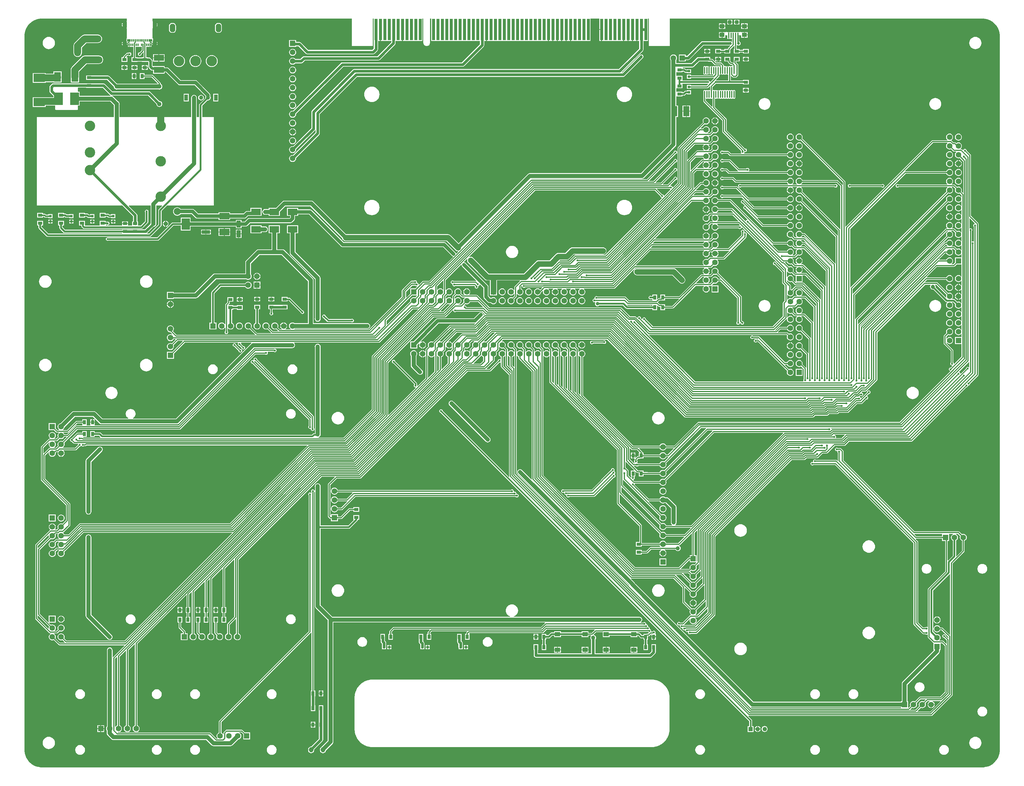
<source format=gtl>
G04*
G04 #@! TF.GenerationSoftware,Altium Limited,Altium Designer,22.8.2 (66)*
G04*
G04 Layer_Physical_Order=1*
G04 Layer_Color=255*
%FSLAX24Y24*%
%MOIN*%
G70*
G04*
G04 #@! TF.SameCoordinates,7B41CF5B-E62F-45EA-8BBF-26C1571639E4*
G04*
G04*
G04 #@! TF.FilePolarity,Positive*
G04*
G01*
G75*
%ADD14C,0.0079*%
%ADD16C,0.0118*%
%ADD20C,0.0197*%
%ADD52C,0.0512*%
%ADD60O,0.0138X0.0827*%
%ADD61R,0.0512X0.0354*%
%ADD62R,0.0433X0.0394*%
%ADD63R,0.0157X0.0630*%
%ADD64R,0.0551X0.0472*%
%ADD65R,0.0472X0.0787*%
%ADD66R,0.1142X0.0689*%
%ADD67R,0.0118X0.0276*%
%ADD68R,0.0394X0.0276*%
%ADD69R,0.0315X0.0295*%
%ADD70R,0.0354X0.0512*%
%ADD71R,0.0358X0.2449*%
%ADD72R,0.0295X0.0315*%
%ADD73R,0.0610X0.0512*%
%ADD74R,0.0984X0.1417*%
%ADD75R,0.1102X0.0752*%
%ADD76R,0.0752X0.1102*%
%ADD77R,0.0689X0.1142*%
%ADD78R,0.1142X0.0728*%
%ADD79R,0.1299X0.0945*%
%ADD80R,0.0945X0.0394*%
%ADD81R,0.0945X0.1299*%
%ADD82C,0.0787*%
%ADD83C,0.0315*%
%ADD84C,0.0157*%
%ADD85C,0.0472*%
%ADD86C,0.0394*%
%ADD87C,0.0630*%
%ADD88R,0.0630X0.0630*%
%ADD89C,0.0630*%
%ADD90C,0.1181*%
G04:AMPARAMS|DCode=91|XSize=94.5mil|YSize=63mil|CornerRadius=25.2mil|HoleSize=0mil|Usage=FLASHONLY|Rotation=270.000|XOffset=0mil|YOffset=0mil|HoleType=Round|Shape=RoundedRectangle|*
%AMROUNDEDRECTD91*
21,1,0.0945,0.0126,0,0,270.0*
21,1,0.0441,0.0630,0,0,270.0*
1,1,0.0504,-0.0063,-0.0220*
1,1,0.0504,-0.0063,0.0220*
1,1,0.0504,0.0063,0.0220*
1,1,0.0504,0.0063,-0.0220*
%
%ADD91ROUNDEDRECTD91*%
%ADD92O,0.0787X0.1575*%
%ADD93O,0.1575X0.0787*%
%ADD94O,0.1811X0.0787*%
%ADD95C,0.0472*%
%ADD96R,0.0394X0.0709*%
%ADD97R,0.0630X0.0630*%
%ADD98R,0.0512X0.0512*%
%ADD99O,0.0512X0.0591*%
%ADD100C,0.0236*%
%ADD101C,0.0315*%
%ADD102C,0.0500*%
%ADD103C,0.0394*%
%ADD104C,0.0787*%
G36*
X37009Y81547D02*
X39371D01*
Y84646D01*
X39474D01*
Y82118D01*
X39491D01*
Y81289D01*
X39310Y81107D01*
X32068D01*
X31233Y81942D01*
X31155Y81994D01*
X31063Y82013D01*
X30709D01*
Y82228D01*
X29921D01*
Y81441D01*
X30709D01*
Y81531D01*
X30963D01*
X31798Y80696D01*
X31876Y80644D01*
X31969Y80625D01*
X39409D01*
X39502Y80644D01*
X39580Y80696D01*
X39903Y81019D01*
X39955Y81097D01*
X39973Y81189D01*
Y82118D01*
X40193D01*
Y83421D01*
X40272D01*
Y82118D01*
X41470D01*
Y81968D01*
X39900Y80398D01*
X31614D01*
X31522Y80380D01*
X31444Y80328D01*
X31192Y80075D01*
X30626D01*
X30596Y80115D01*
X30514Y80179D01*
X30418Y80218D01*
X30315Y80232D01*
X30212Y80218D01*
X30116Y80179D01*
X30034Y80115D01*
X29971Y80033D01*
X29931Y79937D01*
X29918Y79835D01*
X29931Y79732D01*
X29971Y79636D01*
X30034Y79554D01*
X30116Y79491D01*
X30212Y79451D01*
X30315Y79438D01*
X30418Y79451D01*
X30514Y79491D01*
X30596Y79554D01*
X30626Y79594D01*
X31291D01*
X31384Y79612D01*
X31462Y79664D01*
X31714Y79917D01*
X40000D01*
X40092Y79935D01*
X40170Y79987D01*
X41881Y81698D01*
X41933Y81776D01*
X41951Y81868D01*
Y82118D01*
X42693D01*
Y83421D01*
X42772D01*
Y82118D01*
X44990D01*
Y84646D01*
X45093D01*
Y81927D01*
X45093D01*
X45097Y81878D01*
X45122Y81783D01*
X45171Y81698D01*
X45241Y81629D01*
X45326Y81580D01*
X45420Y81555D01*
X45519D01*
X45613Y81580D01*
X45698Y81629D01*
X45768Y81698D01*
X45817Y81783D01*
X45841Y81875D01*
X45842Y81878D01*
X45845Y81915D01*
X45845Y81923D01*
X45845D01*
X45845Y81927D01*
X45845Y81927D01*
X45845Y81973D01*
Y84646D01*
X45974D01*
Y82118D01*
X51491D01*
Y81753D01*
X49428Y79690D01*
X35929D01*
X35837Y79671D01*
X35759Y79619D01*
X30365Y74225D01*
X30315Y74232D01*
X30212Y74218D01*
X30116Y74179D01*
X30034Y74115D01*
X29971Y74033D01*
X29931Y73937D01*
X29918Y73835D01*
X29931Y73732D01*
X29971Y73636D01*
X30034Y73554D01*
X30116Y73491D01*
X30212Y73451D01*
X30315Y73438D01*
X30418Y73451D01*
X30514Y73491D01*
X30596Y73554D01*
X30659Y73636D01*
X30699Y73732D01*
X30712Y73835D01*
X30705Y73885D01*
X36029Y79208D01*
X49528D01*
X49620Y79226D01*
X49698Y79279D01*
X51903Y81483D01*
X51955Y81561D01*
X51973Y81654D01*
Y82118D01*
X52193D01*
Y83421D01*
X52272D01*
Y82118D01*
X59193D01*
Y83421D01*
X59272D01*
Y82118D01*
X59693D01*
Y83421D01*
X59772D01*
Y82118D01*
X60193D01*
Y83421D01*
X60272D01*
Y82118D01*
X60693D01*
Y83421D01*
X60772D01*
Y82118D01*
X61193D01*
Y83421D01*
X61272D01*
Y82118D01*
X61693D01*
Y83421D01*
X61772D01*
Y82118D01*
X63990D01*
Y84646D01*
X64974D01*
Y83461D01*
X65232D01*
Y83421D01*
X65272D01*
Y82118D01*
X67693D01*
Y83421D01*
X67772D01*
Y82118D01*
X68193D01*
Y83421D01*
X68272D01*
Y82118D01*
X68693D01*
Y83421D01*
X68772D01*
Y82118D01*
X69193D01*
Y83421D01*
X69272D01*
Y82118D01*
X69491D01*
Y81255D01*
X67178Y78942D01*
X37283D01*
X37191Y78923D01*
X37113Y78871D01*
X32507Y74265D01*
X32455Y74187D01*
X32436Y74094D01*
Y72297D01*
X30365Y70225D01*
X30315Y70232D01*
X30212Y70218D01*
X30116Y70179D01*
X30034Y70115D01*
X29971Y70033D01*
X29931Y69937D01*
X29918Y69835D01*
X29931Y69732D01*
X29971Y69636D01*
X30034Y69554D01*
X30116Y69491D01*
X30212Y69451D01*
X30315Y69438D01*
X30418Y69451D01*
X30514Y69491D01*
X30596Y69554D01*
X30659Y69636D01*
X30699Y69732D01*
X30712Y69835D01*
X30705Y69885D01*
X32847Y72027D01*
X32859Y72043D01*
X32909Y72028D01*
Y71769D01*
X30365Y69225D01*
X30315Y69232D01*
X30212Y69218D01*
X30116Y69179D01*
X30034Y69115D01*
X29971Y69033D01*
X29931Y68937D01*
X29918Y68835D01*
X29931Y68732D01*
X29971Y68636D01*
X30034Y68554D01*
X30116Y68491D01*
X30212Y68451D01*
X30315Y68438D01*
X30418Y68451D01*
X30514Y68491D01*
X30596Y68554D01*
X30659Y68636D01*
X30699Y68732D01*
X30712Y68835D01*
X30705Y68885D01*
X33320Y71499D01*
X33372Y71577D01*
X33390Y71669D01*
Y73837D01*
X37619Y78066D01*
X67677D01*
X67769Y78085D01*
X67847Y78137D01*
X69895Y80184D01*
X69947Y80262D01*
X69965Y80354D01*
X69947Y80447D01*
X69895Y80525D01*
X69817Y80577D01*
X69724Y80595D01*
X69632Y80577D01*
X69554Y80525D01*
X67577Y78548D01*
X67531D01*
X67512Y78594D01*
X69903Y80985D01*
X69955Y81063D01*
X69973Y81155D01*
Y82118D01*
X70490D01*
Y84646D01*
X70593D01*
Y81547D01*
X72956D01*
Y84646D01*
X108268Y84646D01*
X108397Y84646D01*
X108653Y84612D01*
X108902Y84545D01*
X109140Y84446D01*
X109364Y84317D01*
X109568Y84160D01*
X109751Y83978D01*
X109908Y83773D01*
X110037Y83550D01*
X110136Y83311D01*
X110203Y83062D01*
X110236Y82806D01*
Y82677D01*
X110236D01*
X110236Y82677D01*
Y1969D01*
Y1839D01*
X110203Y1584D01*
X110136Y1334D01*
X110037Y1096D01*
X109908Y873D01*
X109751Y668D01*
X109568Y485D01*
X109364Y328D01*
X109140Y199D01*
X108902Y100D01*
X108653Y34D01*
X108397Y0D01*
X1839D01*
X1584Y34D01*
X1334Y100D01*
X1096Y199D01*
X873Y328D01*
X668Y485D01*
X485Y668D01*
X328Y873D01*
X199Y1096D01*
X100Y1334D01*
X34Y1584D01*
X0Y1839D01*
Y1969D01*
Y82677D01*
Y82806D01*
X34Y83062D01*
X100Y83311D01*
X199Y83550D01*
X328Y83773D01*
X485Y83978D01*
X668Y84160D01*
X873Y84317D01*
X1096Y84446D01*
X1334Y84545D01*
X1584Y84612D01*
X1839Y84646D01*
X11573D01*
X11573Y84646D01*
Y84361D01*
X11534Y84337D01*
X11538Y84330D01*
X11544Y84319D01*
X11549Y84307D01*
X11554Y84295D01*
X11557Y84282D01*
X11561Y84270D01*
X11563Y84257D01*
X11565Y84244D01*
X11567Y84232D01*
X11567Y84219D01*
Y84205D01*
Y83693D01*
Y83679D01*
X11567Y83666D01*
X11565Y83653D01*
X11563Y83640D01*
X11561Y83628D01*
X11557Y83615D01*
X11554Y83603D01*
X11549Y83591D01*
X11544Y83579D01*
X11538Y83567D01*
X11534Y83561D01*
X11573Y83537D01*
Y82421D01*
X11560Y82406D01*
X11535D01*
Y82206D01*
X11503Y82196D01*
X11506Y82193D01*
X11514Y82184D01*
X11522Y82174D01*
X11529Y82164D01*
X11535Y82154D01*
X11541Y82143D01*
X11546Y82132D01*
X11551Y82120D01*
X11556Y82108D01*
X11559Y82096D01*
X11562Y82085D01*
X11564Y82072D01*
X11566Y82060D01*
X11567Y82048D01*
X11567Y82035D01*
Y81878D01*
X11643D01*
X11638Y81921D01*
X11633Y81931D01*
X11661Y81972D01*
X11772D01*
Y82189D01*
X11850D01*
Y81972D01*
X11890Y81968D01*
Y81894D01*
D01*
Y81677D01*
X11850D01*
D01*
X11890D01*
Y81461D01*
X12300D01*
Y80276D01*
X12106D01*
Y79764D01*
X12776D01*
Y79779D01*
X13287D01*
Y79764D01*
X13957D01*
X13957Y79764D01*
Y79764D01*
X13957Y79764D01*
X14002Y79752D01*
X14011Y79743D01*
Y79213D01*
X14029Y79120D01*
X14082Y79042D01*
X14279Y78845D01*
X14357Y78793D01*
X14449Y78775D01*
X14547D01*
Y78425D01*
X15846D01*
Y78570D01*
X15997D01*
X17363Y77205D01*
X17420Y77161D01*
X17487Y77133D01*
X17559Y77124D01*
X19216D01*
X20470Y75869D01*
Y75861D01*
X20441Y75791D01*
X20430Y75709D01*
X20438Y75654D01*
X19794Y75010D01*
X19754Y74951D01*
X19741Y74882D01*
Y73504D01*
X19491D01*
Y75709D01*
X19480Y75791D01*
X19448Y75868D01*
X19398Y75933D01*
X19332Y75984D01*
X19255Y76016D01*
X19173Y76026D01*
X19091Y76016D01*
X19014Y75984D01*
X18949Y75933D01*
X18898Y75868D01*
X18866Y75791D01*
X18856Y75709D01*
Y73504D01*
X10751D01*
Y74892D01*
X10759Y74913D01*
X10771Y75000D01*
X10759Y75087D01*
X10725Y75169D01*
X10672Y75239D01*
X10602Y75292D01*
X10582Y75301D01*
X10067Y75815D01*
X10001Y75866D01*
X9942Y75890D01*
X9952Y75940D01*
X13975D01*
X14919Y74996D01*
X14930Y74913D01*
X14964Y74831D01*
X15017Y74761D01*
X15087Y74708D01*
X15169Y74674D01*
X15256Y74662D01*
X15343Y74674D01*
X15425Y74708D01*
X15495Y74761D01*
X15548Y74831D01*
X15582Y74913D01*
X15593Y75000D01*
X15582Y75087D01*
X15548Y75169D01*
X15495Y75239D01*
X15425Y75292D01*
X15343Y75326D01*
X15259Y75337D01*
X14245Y76351D01*
X14167Y76404D01*
X14075Y76422D01*
X9942D01*
X9127Y77237D01*
X9049Y77289D01*
X8957Y77308D01*
X7657D01*
Y77323D01*
X7326D01*
X7303Y77327D01*
X3255D01*
X3163Y77309D01*
X3085Y77257D01*
X2901Y77072D01*
X2848Y76994D01*
X2830Y76902D01*
Y76457D01*
X2848Y76365D01*
X2901Y76287D01*
X3268Y75920D01*
Y75762D01*
X1752D01*
X1721Y75758D01*
X945D01*
Y74656D01*
X2402D01*
Y74809D01*
X3268D01*
Y74803D01*
X3483D01*
Y74409D01*
X3489Y74379D01*
X3506Y74353D01*
X3532Y74335D01*
X3563Y74329D01*
X5965D01*
X5995Y74335D01*
X6021Y74353D01*
X6039Y74379D01*
X6045Y74409D01*
Y74803D01*
X6260D01*
Y75273D01*
X9711D01*
X10115Y74868D01*
Y73504D01*
X1417D01*
Y63504D01*
X11077D01*
X12279Y62302D01*
Y61732D01*
X12185D01*
Y61244D01*
X11713D01*
Y61437D01*
X11378D01*
X11043D01*
Y61244D01*
X9236D01*
X9206Y61255D01*
X9199Y61306D01*
X9228Y61335D01*
X9296D01*
X9333Y61311D01*
X9409Y61295D01*
X9486Y61311D01*
X9551Y61354D01*
X9595Y61419D01*
X9610Y61496D01*
X9595Y61573D01*
X9551Y61638D01*
X9486Y61681D01*
X9409Y61697D01*
X9399Y61695D01*
X9390Y61696D01*
X9193D01*
Y61772D01*
X8524D01*
X8524Y61260D01*
X8480Y61244D01*
X6874D01*
X6831Y61260D01*
Y61772D01*
X6161D01*
Y61260D01*
X6435D01*
Y61178D01*
X6449Y61109D01*
X6488Y61051D01*
X6603Y60935D01*
X6662Y60896D01*
X6731Y60882D01*
X13228D01*
X13297Y60896D01*
X13356Y60935D01*
X13947Y61526D01*
X13986Y61584D01*
X14000Y61654D01*
Y62751D01*
X14004Y62758D01*
X14020Y62835D01*
X14004Y62911D01*
X13961Y62977D01*
X13896Y63020D01*
X13819Y63035D01*
X13742Y63020D01*
X13677Y62977D01*
X13633Y62911D01*
X13618Y62835D01*
X13633Y62758D01*
X13638Y62751D01*
Y61728D01*
X13154Y61244D01*
X12854D01*
Y61732D01*
X12761D01*
Y62402D01*
X12742Y62494D01*
X12690Y62572D01*
X11804Y63458D01*
X11823Y63504D01*
X14269D01*
Y61564D01*
X14261Y61544D01*
X14249Y61457D01*
X14251Y61442D01*
X13621Y60812D01*
X12854D01*
Y60827D01*
X12185D01*
Y60812D01*
X11713D01*
Y60827D01*
X11043D01*
Y60771D01*
X4602D01*
X4315Y61059D01*
Y61260D01*
X4469D01*
Y61772D01*
X3799D01*
Y61260D01*
X3953D01*
Y60984D01*
X3967Y60915D01*
X4006Y60857D01*
X4400Y60463D01*
X4458Y60424D01*
X4528Y60410D01*
X11043D01*
Y60338D01*
X2713D01*
X1952Y61098D01*
Y61260D01*
X2106D01*
Y61772D01*
X1437D01*
Y61260D01*
X1591D01*
Y61024D01*
X1605Y60954D01*
X1644Y60896D01*
X2510Y60030D01*
X2569Y59991D01*
X2638Y59977D01*
X14173D01*
X14242Y59991D01*
X14301Y60030D01*
X15443Y61171D01*
X15482Y61230D01*
X15496Y61299D01*
Y62878D01*
X16122Y63504D01*
X21417D01*
Y73504D01*
X20102D01*
Y74807D01*
X20693Y75398D01*
X20748Y75391D01*
X20830Y75402D01*
X20907Y75434D01*
X20973Y75484D01*
X21023Y75550D01*
X21055Y75626D01*
X21066Y75709D01*
X21055Y75791D01*
X21026Y75861D01*
Y75984D01*
X21017Y76056D01*
X20989Y76123D01*
X20945Y76181D01*
X19527Y77598D01*
X19470Y77642D01*
X19403Y77670D01*
X19331Y77680D01*
X17674D01*
X16309Y79045D01*
X16251Y79089D01*
X16184Y79117D01*
X16112Y79126D01*
X15846D01*
Y79272D01*
X14547D01*
X14547Y79272D01*
Y79272D01*
X14508Y79297D01*
X14493Y79312D01*
Y79843D01*
X14474Y79935D01*
X14422Y80013D01*
X14245Y80190D01*
X14167Y80242D01*
X14075Y80261D01*
X13957D01*
Y80276D01*
X13763D01*
Y81461D01*
X14173D01*
Y81677D01*
X14213D01*
Y81717D01*
X14350D01*
Y81894D01*
X14173D01*
Y81968D01*
X14213Y81972D01*
Y82189D01*
X14291D01*
Y81972D01*
X14402D01*
X14430Y81931D01*
X14425Y81921D01*
X14420Y81878D01*
X14496D01*
Y82035D01*
X14496Y82048D01*
X14497Y82060D01*
X14499Y82072D01*
X14501Y82085D01*
X14504Y82096D01*
X14507Y82108D01*
X14512Y82120D01*
X14517Y82132D01*
X14522Y82143D01*
X14528Y82154D01*
X14534Y82164D01*
X14541Y82174D01*
X14549Y82184D01*
X14556Y82192D01*
X14528Y82201D01*
Y82406D01*
X14503D01*
X14490Y82421D01*
Y83537D01*
X14521Y83556D01*
X14519Y83559D01*
X14514Y83571D01*
X14509Y83583D01*
X14506Y83596D01*
X14502Y83608D01*
X14500Y83620D01*
X14498Y83633D01*
X14496Y83646D01*
X14496Y83659D01*
Y83673D01*
Y84224D01*
Y84239D01*
X14496Y84252D01*
X14498Y84264D01*
X14500Y84277D01*
X14502Y84290D01*
X14506Y84302D01*
X14509Y84315D01*
X14514Y84326D01*
X14519Y84338D01*
X14521Y84342D01*
X14490Y84361D01*
Y84646D01*
X14490Y84646D01*
X37009D01*
Y81547D01*
D02*
G37*
G36*
X13285Y81082D02*
X13033Y80830D01*
X13032Y80831D01*
X12955Y80815D01*
X12890Y80772D01*
X12846Y80707D01*
X12831Y80630D01*
X12846Y80553D01*
X12890Y80488D01*
X12955Y80444D01*
X13032Y80429D01*
X13108Y80444D01*
X13173Y80488D01*
X13217Y80553D01*
X13232Y80630D01*
X13232Y80632D01*
X13435Y80835D01*
X13482Y80816D01*
Y80276D01*
X13287D01*
Y80261D01*
X12776D01*
Y80276D01*
X12581D01*
Y81461D01*
X12913D01*
Y81457D01*
X13110D01*
Y81461D01*
X13285D01*
Y81082D01*
D02*
G37*
G36*
X6988Y76811D02*
X7657D01*
Y76826D01*
X8857D01*
X9672Y76011D01*
X9750Y75959D01*
X9752Y75958D01*
X9747Y75908D01*
X6260D01*
Y76378D01*
X6045D01*
Y76772D01*
X6040Y76796D01*
X6046Y76812D01*
X6070Y76846D01*
X6988D01*
Y76811D01*
D02*
G37*
G36*
X15564Y63458D02*
X15187Y63080D01*
X15148Y63022D01*
X15134Y62953D01*
Y61374D01*
X14098Y60338D01*
X13887D01*
X13872Y60388D01*
X13891Y60401D01*
X14613Y61123D01*
X14674Y61131D01*
X14755Y61164D01*
X14825Y61218D01*
X14879Y61288D01*
X14913Y61369D01*
X14924Y61457D01*
X14913Y61544D01*
X14904Y61564D01*
Y63504D01*
X15545D01*
X15564Y63458D01*
D02*
G37*
%LPC*%
G36*
X11251Y84444D02*
X11250Y84444D01*
X11249Y84443D01*
X11251Y84444D01*
D02*
G37*
G36*
X11410Y84444D02*
X11412Y84443D01*
X11411Y84444D01*
X11410Y84444D01*
D02*
G37*
G36*
X80020Y84528D02*
X79764D01*
Y84291D01*
X80020D01*
Y84528D01*
D02*
G37*
G36*
X80807D02*
X80551D01*
Y84291D01*
X80807D01*
Y84528D01*
D02*
G37*
G36*
X80472D02*
X80217D01*
Y84291D01*
X80472D01*
Y84528D01*
D02*
G37*
G36*
X79685D02*
X79429D01*
Y84291D01*
X79685D01*
Y84528D01*
D02*
G37*
G36*
X14969Y84158D02*
Y83988D01*
X15045D01*
X15039Y84031D01*
X15007Y84108D01*
X14969Y84158D01*
D02*
G37*
G36*
X11094D02*
X11056Y84108D01*
X11024Y84031D01*
X11018Y83988D01*
X11094D01*
Y84158D01*
D02*
G37*
G36*
X80807Y84213D02*
X80551D01*
Y83976D01*
X80807D01*
Y84213D01*
D02*
G37*
G36*
X80472D02*
X80217D01*
Y83976D01*
X80472D01*
Y84213D01*
D02*
G37*
G36*
X80020D02*
X79764D01*
Y83976D01*
X80020D01*
Y84213D01*
D02*
G37*
G36*
X79685D02*
X79429D01*
Y83976D01*
X79685D01*
Y84213D01*
D02*
G37*
G36*
X81732Y84114D02*
X81417D01*
Y83839D01*
X81732D01*
Y84114D01*
D02*
G37*
G36*
X79213D02*
X78898D01*
Y83839D01*
X79213D01*
Y84114D01*
D02*
G37*
G36*
X78819D02*
X78504D01*
Y83839D01*
X78819D01*
Y84114D01*
D02*
G37*
G36*
X81339D02*
X81024D01*
Y83839D01*
X81339D01*
Y84114D01*
D02*
G37*
G36*
X15045Y83909D02*
X14969D01*
Y83739D01*
X15007Y83790D01*
X15039Y83867D01*
X15045Y83909D01*
D02*
G37*
G36*
X11094D02*
X11018D01*
X11024Y83867D01*
X11056Y83790D01*
X11094Y83739D01*
Y83909D01*
D02*
G37*
G36*
X81732Y83760D02*
X81417D01*
Y83484D01*
X81732D01*
Y83760D01*
D02*
G37*
G36*
X81339D02*
X81024D01*
Y83484D01*
X81339D01*
Y83760D01*
D02*
G37*
G36*
X79213D02*
X78898D01*
Y83484D01*
X79213D01*
Y83760D01*
D02*
G37*
G36*
X78819D02*
X78504D01*
Y83484D01*
X78819D01*
Y83760D01*
D02*
G37*
G36*
X11249Y83454D02*
X11250Y83454D01*
X11251Y83454D01*
X11249Y83454D01*
D02*
G37*
G36*
X11412Y83454D02*
X11410Y83454D01*
X11411Y83454D01*
X11412Y83454D01*
D02*
G37*
G36*
X79331Y83143D02*
X79263Y83130D01*
X79213Y83130D01*
X79213Y83130D01*
X79213Y83130D01*
X78898D01*
Y82815D01*
Y82500D01*
X79213D01*
Y82754D01*
X79249Y82773D01*
X79263Y82776D01*
X79331Y82762D01*
X79399Y82776D01*
X79412Y82773D01*
X79449Y82754D01*
Y82343D01*
X79567D01*
Y82736D01*
Y83130D01*
X79449D01*
X79449Y83130D01*
X79399Y83130D01*
X79331Y83143D01*
D02*
G37*
G36*
X80906D02*
X80837Y83130D01*
X80787Y83130D01*
X80787Y83130D01*
X80787Y83130D01*
X79646D01*
Y82736D01*
Y82343D01*
X79978D01*
Y82039D01*
X79928Y82025D01*
X79856Y82073D01*
X79764Y82091D01*
X76654D01*
X76561Y82073D01*
X76483Y82021D01*
X74900Y80438D01*
X74752D01*
Y80591D01*
X73965D01*
Y79803D01*
X74752D01*
Y79956D01*
X75000D01*
X75092Y79974D01*
X75170Y80027D01*
X76753Y81610D01*
X79764D01*
X79770Y81611D01*
X79793Y81567D01*
X79546Y81320D01*
X79516Y81274D01*
X79505Y81220D01*
X79114D01*
Y81125D01*
X78760D01*
Y81220D01*
X78091D01*
Y80709D01*
X78760D01*
Y80804D01*
X79114D01*
Y80709D01*
X79783D01*
Y81069D01*
X79786Y81083D01*
Y81162D01*
X80184Y81560D01*
X80234Y81539D01*
Y81220D01*
X80177D01*
Y80709D01*
X80846D01*
Y80824D01*
X81201D01*
Y80709D01*
X81870D01*
Y81220D01*
X81201D01*
Y81105D01*
X80846D01*
Y81220D01*
X80515D01*
Y81636D01*
X80565Y81663D01*
X80616Y81628D01*
X80709Y81610D01*
X80801Y81628D01*
X80879Y81680D01*
X80931Y81758D01*
X80950Y81850D01*
X80931Y81943D01*
X80879Y82021D01*
X80801Y82073D01*
X80790Y82075D01*
Y82736D01*
X80789Y82741D01*
X80826Y82774D01*
X80837Y82776D01*
X80906Y82762D01*
X80974Y82776D01*
X80987Y82773D01*
X81024Y82754D01*
Y82500D01*
X81339D01*
Y82815D01*
Y83130D01*
X81024D01*
X81024Y83130D01*
X80974Y83130D01*
X80906Y83143D01*
D02*
G37*
G36*
X21992Y84147D02*
X21866D01*
X21780Y84135D01*
X21699Y84102D01*
X21630Y84049D01*
X21577Y83980D01*
X21544Y83899D01*
X21533Y83813D01*
Y83372D01*
X21544Y83286D01*
X21577Y83205D01*
X21630Y83136D01*
X21699Y83083D01*
X21780Y83050D01*
X21866Y83038D01*
X21992D01*
X22078Y83050D01*
X22159Y83083D01*
X22228Y83136D01*
X22281Y83205D01*
X22314Y83286D01*
X22326Y83372D01*
Y83813D01*
X22314Y83899D01*
X22281Y83980D01*
X22228Y84049D01*
X22159Y84102D01*
X22078Y84135D01*
X21992Y84147D01*
D02*
G37*
G36*
X16795D02*
X16669D01*
X16583Y84135D01*
X16503Y84102D01*
X16433Y84049D01*
X16380Y83980D01*
X16347Y83899D01*
X16336Y83813D01*
Y83372D01*
X16347Y83286D01*
X16380Y83205D01*
X16433Y83136D01*
X16503Y83083D01*
X16583Y83050D01*
X16669Y83038D01*
X16795D01*
X16882Y83050D01*
X16962Y83083D01*
X17031Y83136D01*
X17084Y83205D01*
X17117Y83286D01*
X17129Y83372D01*
Y83813D01*
X17117Y83899D01*
X17084Y83980D01*
X17031Y84049D01*
X16962Y84102D01*
X16882Y84135D01*
X16795Y84147D01*
D02*
G37*
G36*
X81732Y83130D02*
X81417D01*
Y82854D01*
X81732D01*
Y83130D01*
D02*
G37*
G36*
X78819D02*
X78504D01*
Y82854D01*
X78819D01*
Y83130D01*
D02*
G37*
G36*
X81732Y82776D02*
X81417D01*
Y82500D01*
X81732D01*
Y82776D01*
D02*
G37*
G36*
X78819D02*
X78504D01*
Y82500D01*
X78819D01*
Y82776D01*
D02*
G37*
G36*
X65193Y83382D02*
X64974D01*
Y82118D01*
X65193D01*
Y83382D01*
D02*
G37*
G36*
X14969Y82048D02*
Y81878D01*
X15045D01*
X15039Y81921D01*
X15007Y81997D01*
X14969Y82048D01*
D02*
G37*
G36*
X11095Y82049D02*
X11056Y81997D01*
X11024Y81921D01*
X11018Y81878D01*
X11094D01*
Y82035D01*
X11095Y82048D01*
X11095Y82049D01*
D02*
G37*
G36*
X11811Y81894D02*
X11713D01*
Y81717D01*
X11811D01*
Y81894D01*
D02*
G37*
G36*
X11094Y81799D02*
X11018D01*
X11024Y81756D01*
X11056Y81680D01*
X11095Y81628D01*
X11095Y81630D01*
X11094Y81642D01*
Y81799D01*
D02*
G37*
G36*
X14496D02*
X14420D01*
X14425Y81756D01*
X14457Y81680D01*
X14497Y81628D01*
X14496Y81630D01*
X14496Y81642D01*
Y81799D01*
D02*
G37*
G36*
X11643D02*
X11567D01*
Y81642D01*
X11567Y81630D01*
X11566Y81628D01*
X11606Y81680D01*
X11638Y81756D01*
X11643Y81799D01*
D02*
G37*
G36*
X15045D02*
X14969D01*
Y81661D01*
Y81647D01*
X14968Y81634D01*
X14967Y81628D01*
X15007Y81680D01*
X15039Y81756D01*
X15045Y81799D01*
D02*
G37*
G36*
X14350Y81638D02*
X14252D01*
Y81461D01*
X14350D01*
Y81638D01*
D02*
G37*
G36*
X11811D02*
X11713D01*
Y81461D01*
X11811D01*
Y81638D01*
D02*
G37*
G36*
X107480Y82582D02*
X107345Y82569D01*
X107215Y82529D01*
X107096Y82465D01*
X106991Y82379D01*
X106905Y82274D01*
X106841Y82155D01*
X106801Y82025D01*
X106788Y81890D01*
X106801Y81755D01*
X106841Y81625D01*
X106905Y81505D01*
X106991Y81400D01*
X107096Y81314D01*
X107215Y81250D01*
X107345Y81211D01*
X107480Y81197D01*
X107615Y81211D01*
X107745Y81250D01*
X107865Y81314D01*
X107970Y81400D01*
X108056Y81505D01*
X108120Y81625D01*
X108159Y81755D01*
X108173Y81890D01*
X108159Y82025D01*
X108120Y82155D01*
X108056Y82274D01*
X107970Y82379D01*
X107865Y82465D01*
X107745Y82529D01*
X107615Y82569D01*
X107480Y82582D01*
D02*
G37*
G36*
X2756D02*
X2621Y82569D01*
X2491Y82529D01*
X2371Y82465D01*
X2266Y82379D01*
X2180Y82274D01*
X2116Y82155D01*
X2077Y82025D01*
X2064Y81890D01*
X2077Y81755D01*
X2116Y81625D01*
X2180Y81505D01*
X2266Y81400D01*
X2371Y81314D01*
X2491Y81250D01*
X2621Y81211D01*
X2756Y81197D01*
X2891Y81211D01*
X3021Y81250D01*
X3141Y81314D01*
X3245Y81400D01*
X3332Y81505D01*
X3396Y81625D01*
X3435Y81755D01*
X3448Y81890D01*
X3435Y82025D01*
X3396Y82155D01*
X3332Y82274D01*
X3245Y82379D01*
X3141Y82465D01*
X3021Y82529D01*
X2891Y82569D01*
X2756Y82582D01*
D02*
G37*
G36*
X77500Y81220D02*
X77205D01*
Y81004D01*
X77500D01*
Y81220D01*
D02*
G37*
G36*
X77126D02*
X76831D01*
Y81004D01*
X77126D01*
Y81220D01*
D02*
G37*
G36*
X77500Y80925D02*
X77205D01*
Y80709D01*
X77500D01*
Y80925D01*
D02*
G37*
G36*
X77126D02*
X76831D01*
Y80709D01*
X77126D01*
Y80925D01*
D02*
G37*
G36*
X30315Y81232D02*
X30212Y81218D01*
X30116Y81179D01*
X30034Y81115D01*
X29971Y81033D01*
X29931Y80937D01*
X29918Y80835D01*
X29931Y80732D01*
X29971Y80636D01*
X30034Y80554D01*
X30116Y80491D01*
X30212Y80451D01*
X30315Y80438D01*
X30418Y80451D01*
X30514Y80491D01*
X30596Y80554D01*
X30659Y80636D01*
X30699Y80732D01*
X30712Y80835D01*
X30699Y80937D01*
X30659Y81033D01*
X30596Y81115D01*
X30514Y81179D01*
X30418Y81218D01*
X30315Y81232D01*
D02*
G37*
G36*
X11890Y80831D02*
X11813Y80815D01*
X11748Y80772D01*
X11747Y80770D01*
X11614D01*
X11560Y80760D01*
X11515Y80729D01*
X11200Y80414D01*
X11169Y80369D01*
X11159Y80315D01*
Y80276D01*
X10965D01*
Y79764D01*
X11634D01*
Y80276D01*
X11524D01*
X11505Y80322D01*
X11672Y80489D01*
X11747D01*
X11748Y80488D01*
X11813Y80444D01*
X11890Y80429D01*
X11967Y80444D01*
X12032Y80488D01*
X12075Y80553D01*
X12090Y80630D01*
X12075Y80707D01*
X12032Y80772D01*
X11967Y80815D01*
X11890Y80831D01*
D02*
G37*
G36*
X8307Y82839D02*
X6811D01*
X6688Y82822D01*
X6573Y82775D01*
X6474Y82699D01*
X5687Y81912D01*
X5611Y81813D01*
X5563Y81698D01*
X5547Y81575D01*
Y81181D01*
Y80787D01*
X5563Y80664D01*
X5611Y80549D01*
X5687Y80450D01*
X5785Y80375D01*
X5900Y80327D01*
X6024Y80311D01*
X6147Y80327D01*
X6262Y80375D01*
X6361Y80450D01*
X6436Y80549D01*
X6484Y80664D01*
X6500Y80787D01*
Y81377D01*
X7008Y81886D01*
X8307D01*
X8430Y81902D01*
X8545Y81950D01*
X8644Y82025D01*
X8720Y82124D01*
X8767Y82239D01*
X8784Y82362D01*
X8767Y82486D01*
X8720Y82600D01*
X8644Y82699D01*
X8545Y82775D01*
X8430Y82822D01*
X8307Y82839D01*
D02*
G37*
G36*
X15846Y80630D02*
X15236D01*
Y80246D01*
X15846D01*
Y80630D01*
D02*
G37*
G36*
X15157D02*
X14547D01*
Y80246D01*
X15157D01*
Y80630D01*
D02*
G37*
G36*
X78760Y80315D02*
X78465D01*
Y80098D01*
X78760D01*
Y80315D01*
D02*
G37*
G36*
X81870D02*
X81575D01*
Y80098D01*
X81870D01*
Y80315D01*
D02*
G37*
G36*
X81496D02*
X81201D01*
Y80098D01*
X81496D01*
Y80315D01*
D02*
G37*
G36*
X78386D02*
X78091D01*
Y80098D01*
X78386D01*
Y80315D01*
D02*
G37*
G36*
X81870Y80020D02*
X81575D01*
Y79803D01*
X81870D01*
Y80020D01*
D02*
G37*
G36*
X81496D02*
X81201D01*
Y79803D01*
X81496D01*
Y80020D01*
D02*
G37*
G36*
X78760D02*
X78465D01*
Y79803D01*
X78760D01*
Y80020D01*
D02*
G37*
G36*
X15846Y80167D02*
X15236D01*
Y79783D01*
X15846D01*
Y80167D01*
D02*
G37*
G36*
X15157D02*
X14547D01*
Y79783D01*
X15157D01*
Y80167D01*
D02*
G37*
G36*
X77136Y79294D02*
X77078Y79283D01*
X77041Y79258D01*
X77008Y79253D01*
X76975Y79258D01*
X76938Y79283D01*
X76880Y79294D01*
X76822Y79283D01*
X76773Y79250D01*
X76741Y79201D01*
X76729Y79144D01*
Y78455D01*
X76741Y78397D01*
X76773Y78348D01*
X76822Y78316D01*
X76880Y78304D01*
X76938Y78316D01*
X76975Y78340D01*
X77008Y78345D01*
X77041Y78340D01*
X77078Y78316D01*
X77136Y78304D01*
X77193Y78316D01*
X77242Y78348D01*
X77285D01*
X77334Y78316D01*
X77352Y78312D01*
Y78799D01*
Y79286D01*
X77334Y79283D01*
X77285Y79250D01*
X77242D01*
X77193Y79283D01*
X77136Y79294D01*
D02*
G37*
G36*
X21181Y80515D02*
X21050Y80502D01*
X20924Y80464D01*
X20807Y80402D01*
X20706Y80318D01*
X20622Y80216D01*
X20560Y80100D01*
X20522Y79974D01*
X20509Y79843D01*
X20522Y79711D01*
X20560Y79585D01*
X20622Y79469D01*
X20706Y79367D01*
X20807Y79283D01*
X20924Y79221D01*
X21050Y79183D01*
X21181Y79170D01*
X21312Y79183D01*
X21438Y79221D01*
X21555Y79283D01*
X21657Y79367D01*
X21740Y79469D01*
X21802Y79585D01*
X21841Y79711D01*
X21854Y79843D01*
X21841Y79974D01*
X21802Y80100D01*
X21740Y80216D01*
X21657Y80318D01*
X21555Y80402D01*
X21438Y80464D01*
X21312Y80502D01*
X21181Y80515D01*
D02*
G37*
G36*
X19331D02*
X19200Y80502D01*
X19073Y80464D01*
X18957Y80402D01*
X18855Y80318D01*
X18772Y80216D01*
X18709Y80100D01*
X18671Y79974D01*
X18658Y79843D01*
X18671Y79711D01*
X18709Y79585D01*
X18772Y79469D01*
X18855Y79367D01*
X18957Y79283D01*
X19073Y79221D01*
X19200Y79183D01*
X19331Y79170D01*
X19462Y79183D01*
X19588Y79221D01*
X19704Y79283D01*
X19806Y79367D01*
X19890Y79469D01*
X19952Y79585D01*
X19990Y79711D01*
X20003Y79843D01*
X19990Y79974D01*
X19952Y80100D01*
X19890Y80216D01*
X19806Y80318D01*
X19704Y80402D01*
X19588Y80464D01*
X19462Y80502D01*
X19331Y80515D01*
D02*
G37*
G36*
X17480D02*
X17349Y80502D01*
X17223Y80464D01*
X17107Y80402D01*
X17005Y80318D01*
X16921Y80216D01*
X16859Y80100D01*
X16821Y79974D01*
X16808Y79843D01*
X16821Y79711D01*
X16859Y79585D01*
X16921Y79469D01*
X17005Y79367D01*
X17107Y79283D01*
X17223Y79221D01*
X17349Y79183D01*
X17480Y79170D01*
X17612Y79183D01*
X17738Y79221D01*
X17854Y79283D01*
X17956Y79367D01*
X18039Y79469D01*
X18102Y79585D01*
X18140Y79711D01*
X18153Y79843D01*
X18140Y79974D01*
X18102Y80100D01*
X18039Y80216D01*
X17956Y80318D01*
X17854Y80402D01*
X17738Y80464D01*
X17612Y80502D01*
X17480Y80515D01*
D02*
G37*
G36*
X13957Y79370D02*
X13661D01*
Y79154D01*
X13957D01*
Y79370D01*
D02*
G37*
G36*
X12776D02*
X12480D01*
Y79154D01*
X12776D01*
Y79370D01*
D02*
G37*
G36*
X13583D02*
X13287D01*
Y79154D01*
X13583D01*
Y79370D01*
D02*
G37*
G36*
X12402D02*
X12106D01*
Y79154D01*
X12402D01*
Y79370D01*
D02*
G37*
G36*
X11634D02*
X11339D01*
Y79154D01*
X11634D01*
Y79370D01*
D02*
G37*
G36*
X11260D02*
X10965D01*
Y79154D01*
X11260D01*
Y79370D01*
D02*
G37*
G36*
X13957Y79075D02*
X13661D01*
Y78858D01*
X13957D01*
Y79075D01*
D02*
G37*
G36*
X13583D02*
X13287D01*
Y78858D01*
X13583D01*
Y79075D01*
D02*
G37*
G36*
X12776D02*
X12480D01*
Y78858D01*
X12776D01*
Y79075D01*
D02*
G37*
G36*
X12402D02*
X12106D01*
Y78858D01*
X12402D01*
Y79075D01*
D02*
G37*
G36*
X11634Y79075D02*
X11339D01*
Y78858D01*
X11634D01*
Y79075D01*
D02*
G37*
G36*
X11260D02*
X10965D01*
Y78858D01*
X11260D01*
Y79075D01*
D02*
G37*
G36*
X30315Y79232D02*
X30212Y79218D01*
X30116Y79179D01*
X30034Y79115D01*
X29971Y79033D01*
X29931Y78937D01*
X29918Y78835D01*
X29931Y78732D01*
X29971Y78636D01*
X30034Y78554D01*
X30116Y78491D01*
X30212Y78451D01*
X30315Y78438D01*
X30418Y78451D01*
X30514Y78491D01*
X30596Y78554D01*
X30659Y78636D01*
X30699Y78732D01*
X30712Y78835D01*
X30699Y78937D01*
X30659Y79033D01*
X30596Y79115D01*
X30514Y79179D01*
X30418Y79218D01*
X30315Y79232D01*
D02*
G37*
G36*
X4195Y78681D02*
X3285D01*
Y78419D01*
X2402D01*
Y78494D01*
X945D01*
Y77392D01*
X2402D01*
Y77466D01*
X3285D01*
Y77421D01*
X4195D01*
Y77824D01*
X4200Y77837D01*
X4217Y77961D01*
Y78051D01*
X4200Y78175D01*
X4195Y78188D01*
Y78681D01*
D02*
G37*
G36*
X77431Y79286D02*
Y78799D01*
Y78312D01*
X77449Y78316D01*
X77486Y78340D01*
X77520Y78345D01*
X77553Y78340D01*
X77590Y78316D01*
X77608Y78312D01*
Y78799D01*
Y79286D01*
X77590Y79283D01*
X77553Y79258D01*
X77520Y79253D01*
X77486Y79258D01*
X77449Y79283D01*
X77431Y79286D01*
D02*
G37*
G36*
X12657Y78484D02*
X12441D01*
Y78189D01*
X12657D01*
Y78484D01*
D02*
G37*
G36*
X12362D02*
X12146D01*
Y78189D01*
X12362D01*
Y78484D01*
D02*
G37*
G36*
X73358Y80594D02*
X73255Y80580D01*
X73160Y80541D01*
X73077Y80478D01*
X73014Y80395D01*
X72975Y80300D01*
X72961Y80197D01*
X72975Y80094D01*
X73014Y79998D01*
X73041Y79964D01*
Y79370D01*
Y74823D01*
X73032D01*
Y73524D01*
X73041D01*
Y70537D01*
X69672Y67168D01*
X57126D01*
X57044Y67157D01*
X56967Y67126D01*
X56901Y67075D01*
X49072Y59246D01*
X48155Y60163D01*
X48073Y60226D01*
X47977Y60265D01*
X47874Y60279D01*
X36351D01*
X32666Y63965D01*
X32600Y64015D01*
X32523Y64047D01*
X32441Y64058D01*
X29368D01*
X29286Y64047D01*
X29209Y64015D01*
X29143Y63965D01*
X28429Y63250D01*
X27618D01*
Y63113D01*
X27205D01*
X27122Y63102D01*
X27046Y63070D01*
X26980Y63020D01*
X26930Y62954D01*
X26898Y62877D01*
X26887Y62795D01*
X26898Y62713D01*
X26930Y62636D01*
X26980Y62571D01*
X27046Y62520D01*
X27122Y62488D01*
X27205Y62478D01*
X27618D01*
Y62341D01*
X28878D01*
Y62801D01*
X29500Y63422D01*
X32309D01*
X35910Y59822D01*
X35916Y59779D01*
X35955Y59683D01*
X36018Y59601D01*
X36101Y59538D01*
X36196Y59498D01*
X36299Y59485D01*
X47710D01*
X48735Y58459D01*
X48817Y58396D01*
X48913Y58357D01*
X49016Y58343D01*
X49023Y58344D01*
X49045Y58299D01*
X48821Y58075D01*
X48774Y58091D01*
X48772Y58104D01*
X48744Y58171D01*
X48700Y58228D01*
X47638Y59291D01*
X47580Y59335D01*
X47513Y59363D01*
X47441Y59372D01*
X36099D01*
X32480Y62992D01*
X32422Y63036D01*
X32355Y63064D01*
X32283Y63073D01*
X30945D01*
Y63250D01*
X29685D01*
Y62341D01*
X30037D01*
Y62162D01*
X29964Y62089D01*
X25394D01*
X25322Y62080D01*
X25255Y62052D01*
X25197Y62008D01*
X24885Y61695D01*
X24528D01*
Y61890D01*
X23898D01*
Y61695D01*
X18780D01*
Y62146D01*
X17677D01*
Y61598D01*
X16772D01*
X16703Y61584D01*
X16644Y61545D01*
X15004Y59905D01*
X9493D01*
X9486Y59910D01*
X9409Y59925D01*
X9333Y59910D01*
X9268Y59866D01*
X9224Y59801D01*
X9209Y59724D01*
X9224Y59648D01*
X9268Y59582D01*
X9333Y59539D01*
X9409Y59524D01*
X9486Y59539D01*
X9493Y59544D01*
X15079D01*
X15148Y59558D01*
X15206Y59597D01*
X16846Y61237D01*
X17677D01*
Y60689D01*
X18780D01*
Y61139D01*
X23898D01*
Y60945D01*
X24528D01*
Y61139D01*
X25000D01*
X25072Y61149D01*
X25139Y61177D01*
X25197Y61221D01*
X25509Y61533D01*
X30079D01*
X30151Y61543D01*
X30218Y61570D01*
X30275Y61614D01*
X30512Y61851D01*
X30556Y61908D01*
X30583Y61975D01*
X30593Y62047D01*
Y62341D01*
X30945D01*
Y62517D01*
X32168D01*
X35788Y58898D01*
X35845Y58854D01*
X35912Y58826D01*
X35984Y58817D01*
X47326D01*
X48307Y57835D01*
X48307Y57835D01*
X48365Y57791D01*
X48432Y57763D01*
X48444Y57762D01*
X48461Y57714D01*
X45729Y54983D01*
X45093D01*
X45039Y54972D01*
X44993Y54942D01*
X44597Y54546D01*
X44551Y54570D01*
X44554Y54584D01*
X44538Y54661D01*
X44495Y54726D01*
X44430Y54769D01*
X44359Y54783D01*
X44359Y54785D01*
X44374Y54862D01*
X44359Y54939D01*
X44315Y55004D01*
X44250Y55048D01*
X44173Y55063D01*
X44096Y55048D01*
X44031Y55004D01*
X44030Y55003D01*
X43760D01*
X43706Y54992D01*
X43660Y54962D01*
X42696Y53997D01*
X42665Y53951D01*
X42655Y53898D01*
Y53208D01*
X38958Y49511D01*
X30543D01*
X30523Y49561D01*
X30545Y49582D01*
X38761D01*
X38844Y49593D01*
X38920Y49625D01*
X38986Y49675D01*
X39037Y49741D01*
X39068Y49818D01*
X39079Y49900D01*
X39068Y49982D01*
X39037Y50059D01*
X38986Y50125D01*
X38920Y50175D01*
X38844Y50207D01*
X38761Y50218D01*
X32680D01*
Y55079D01*
X32669Y55161D01*
X32637Y55238D01*
X32587Y55303D01*
X29418Y58473D01*
X29352Y58523D01*
X29275Y58555D01*
X29193Y58566D01*
X28566D01*
Y60372D01*
X28878D01*
Y61281D01*
X27618D01*
Y60372D01*
X27930D01*
Y58566D01*
X26457D01*
X26374Y58555D01*
X26298Y58523D01*
X26232Y58473D01*
X25063Y57303D01*
X25012Y57238D01*
X24981Y57161D01*
X24970Y57079D01*
Y55829D01*
X21535D01*
X21453Y55819D01*
X21377Y55787D01*
X21311Y55736D01*
X19238Y53664D01*
X16890D01*
Y53740D01*
X16102D01*
Y52953D01*
X16890D01*
Y53029D01*
X19370D01*
X19452Y53040D01*
X19529Y53071D01*
X19595Y53122D01*
X21667Y55194D01*
X25055D01*
X25089Y55168D01*
X25185Y55128D01*
X25287Y55115D01*
X25390Y55128D01*
X25486Y55168D01*
X25568Y55231D01*
X25631Y55313D01*
X25671Y55409D01*
X25684Y55512D01*
X25671Y55615D01*
X25631Y55710D01*
X25605Y55745D01*
Y56947D01*
X26588Y57930D01*
X29061D01*
X32045Y54947D01*
Y50218D01*
X30533D01*
X30499Y50244D01*
X30403Y50284D01*
X30300Y50297D01*
X30197Y50284D01*
X30101Y50244D01*
X30019Y50181D01*
X29956Y50099D01*
X29916Y50003D01*
X29903Y49900D01*
X29916Y49797D01*
X29956Y49701D01*
X30019Y49619D01*
X30096Y49561D01*
X30095Y49540D01*
X30082Y49511D01*
X29518D01*
X29505Y49540D01*
X29504Y49561D01*
X29581Y49619D01*
X29644Y49701D01*
X29684Y49797D01*
X29692Y49861D01*
X28908D01*
X28916Y49797D01*
X28956Y49701D01*
X29019Y49619D01*
X29096Y49561D01*
X29095Y49540D01*
X29082Y49511D01*
X28888D01*
X28660Y49739D01*
X28684Y49797D01*
X28697Y49900D01*
X28684Y50003D01*
X28644Y50099D01*
X28581Y50181D01*
X28499Y50244D01*
X28403Y50284D01*
X28300Y50297D01*
X28197Y50284D01*
X28101Y50244D01*
X28019Y50181D01*
X27956Y50099D01*
X27916Y50003D01*
X27903Y49900D01*
X27916Y49797D01*
X27956Y49701D01*
X28019Y49619D01*
X28101Y49556D01*
X28197Y49516D01*
X28300Y49503D01*
X28403Y49516D01*
X28461Y49540D01*
X28641Y49360D01*
X28622Y49314D01*
X28085D01*
X27660Y49739D01*
X27684Y49797D01*
X27697Y49900D01*
X27684Y50003D01*
X27644Y50099D01*
X27581Y50181D01*
X27499Y50244D01*
X27403Y50284D01*
X27300Y50297D01*
X27197Y50284D01*
X27101Y50244D01*
X27019Y50181D01*
X26956Y50099D01*
X26916Y50003D01*
X26903Y49900D01*
X26916Y49797D01*
X26956Y49701D01*
X27019Y49619D01*
X27101Y49556D01*
X27197Y49516D01*
X27300Y49503D01*
X27403Y49516D01*
X27461Y49540D01*
X27878Y49124D01*
X27858Y49078D01*
X26321D01*
X25660Y49739D01*
X25684Y49797D01*
X25697Y49900D01*
X25684Y50003D01*
X25644Y50099D01*
X25581Y50181D01*
X25499Y50244D01*
X25403Y50284D01*
X25300Y50297D01*
X25197Y50284D01*
X25101Y50244D01*
X25019Y50181D01*
X24956Y50099D01*
X24916Y50003D01*
X24903Y49900D01*
X24916Y49797D01*
X24956Y49701D01*
X25019Y49619D01*
X25101Y49556D01*
X25197Y49516D01*
X25300Y49503D01*
X25403Y49516D01*
X25461Y49540D01*
X26074Y48927D01*
X26055Y48881D01*
X17202D01*
X16787Y49295D01*
X16850Y49376D01*
X16889Y49472D01*
X16903Y49575D01*
X16889Y49678D01*
X16850Y49773D01*
X16787Y49856D01*
X16704Y49919D01*
X16609Y49958D01*
X16506Y49972D01*
X16403Y49958D01*
X16307Y49919D01*
X16225Y49856D01*
X16162Y49773D01*
X16122Y49678D01*
X16109Y49575D01*
X16122Y49472D01*
X16162Y49376D01*
X16225Y49294D01*
X16307Y49231D01*
X16403Y49191D01*
X16506Y49178D01*
X16507Y49178D01*
X16718Y48967D01*
X16690Y48925D01*
X16609Y48958D01*
X16506Y48972D01*
X16403Y48958D01*
X16307Y48919D01*
X16225Y48856D01*
X16162Y48773D01*
X16122Y48678D01*
X16109Y48575D01*
X16122Y48472D01*
X16162Y48376D01*
X16225Y48294D01*
X16307Y48231D01*
X16403Y48191D01*
X16506Y48178D01*
X16609Y48191D01*
X16704Y48231D01*
X16787Y48294D01*
X16850Y48376D01*
X16861Y48403D01*
X17070D01*
X17089Y48357D01*
X16667Y47934D01*
X16609Y47958D01*
X16506Y47972D01*
X16403Y47958D01*
X16307Y47919D01*
X16225Y47856D01*
X16162Y47773D01*
X16122Y47678D01*
X16109Y47575D01*
X16122Y47472D01*
X16162Y47376D01*
X16225Y47294D01*
X16307Y47231D01*
X16403Y47191D01*
X16506Y47178D01*
X16609Y47191D01*
X16704Y47231D01*
X16787Y47294D01*
X16850Y47376D01*
X16889Y47472D01*
X16903Y47575D01*
X16889Y47678D01*
X16865Y47736D01*
X17336Y48206D01*
X17873D01*
X17892Y48160D01*
X16701Y46968D01*
X16112D01*
Y46181D01*
X16900D01*
Y46770D01*
X18139Y48009D01*
X24125D01*
X24152Y47959D01*
X24130Y47927D01*
X24115Y47850D01*
X24130Y47773D01*
X24173Y47708D01*
X24239Y47665D01*
X24315Y47649D01*
X24320Y47650D01*
X24544Y47427D01*
X24559Y47352D01*
X24602Y47287D01*
X24667Y47244D01*
X24744Y47228D01*
X24821Y47244D01*
X24886Y47287D01*
X24930Y47352D01*
X24945Y47429D01*
X24930Y47506D01*
X24886Y47571D01*
X24821Y47615D01*
X24744Y47630D01*
X24739Y47629D01*
X24516Y47852D01*
X24501Y47927D01*
X24479Y47959D01*
X24506Y48009D01*
X25640D01*
X25657Y47959D01*
X25634Y47941D01*
X17113Y39420D01*
X12274D01*
X12264Y39470D01*
X12286Y39479D01*
X12401Y39568D01*
X12489Y39683D01*
X12545Y39817D01*
X12564Y39961D01*
X12545Y40105D01*
X12489Y40239D01*
X12401Y40354D01*
X12286Y40442D01*
X12152Y40498D01*
X12008Y40517D01*
X11864Y40498D01*
X11730Y40442D01*
X11615Y40354D01*
X11526Y40239D01*
X11471Y40105D01*
X11452Y39961D01*
X11471Y39817D01*
X11526Y39683D01*
X11615Y39568D01*
X11730Y39479D01*
X11752Y39470D01*
X11742Y39420D01*
X8832D01*
X8087Y40166D01*
X8021Y40216D01*
X7944Y40248D01*
X7862Y40259D01*
X5583D01*
X5500Y40248D01*
X5424Y40216D01*
X5358Y40166D01*
X4090Y38897D01*
X4047Y38891D01*
X3951Y38852D01*
X3869Y38789D01*
X3806Y38706D01*
X3766Y38611D01*
X3753Y38508D01*
X3766Y38405D01*
X3806Y38309D01*
X3869Y38227D01*
X3927Y38183D01*
X3910Y38133D01*
X3724D01*
X3543Y38313D01*
Y38902D01*
X2756D01*
Y38114D01*
X3345D01*
X3566Y37893D01*
X3612Y37862D01*
X3665Y37852D01*
X3873D01*
X3889Y37804D01*
X3869Y37789D01*
X3806Y37706D01*
X3766Y37611D01*
X3753Y37508D01*
X3766Y37405D01*
X3790Y37347D01*
X3591Y37148D01*
X3410D01*
X3393Y37198D01*
X3430Y37227D01*
X3494Y37309D01*
X3533Y37405D01*
X3547Y37508D01*
X3533Y37611D01*
X3494Y37706D01*
X3430Y37789D01*
X3348Y37852D01*
X3252Y37891D01*
X3150Y37905D01*
X3047Y37891D01*
X2951Y37852D01*
X2869Y37789D01*
X2806Y37706D01*
X2766Y37611D01*
X2753Y37508D01*
X2766Y37405D01*
X2806Y37309D01*
X2869Y37227D01*
X2906Y37198D01*
X2889Y37148D01*
X2835D01*
X2781Y37138D01*
X2735Y37107D01*
X1909Y36280D01*
X1878Y36235D01*
X1867Y36181D01*
Y32517D01*
X1878Y32463D01*
X1909Y32418D01*
X4702Y29624D01*
Y27932D01*
X4310Y27541D01*
X4252Y27565D01*
X4150Y27578D01*
X4047Y27565D01*
X3951Y27525D01*
X3869Y27462D01*
X3806Y27380D01*
X3766Y27284D01*
X3753Y27181D01*
X3766Y27078D01*
X3790Y27020D01*
X3639Y26869D01*
X3468D01*
X3445Y26919D01*
X3494Y26983D01*
X3533Y27078D01*
X3542Y27142D01*
X3150D01*
X2758D01*
X2766Y27078D01*
X2806Y26983D01*
X2869Y26900D01*
X2895Y26880D01*
X2893Y26839D01*
X2886Y26824D01*
X1279Y25217D01*
X1248Y25172D01*
X1237Y25118D01*
Y16811D01*
X1248Y16757D01*
X1279Y16712D01*
X2814Y15176D01*
X2860Y15146D01*
X2913Y15135D01*
X2929D01*
X2936Y15121D01*
X2942Y15085D01*
X2869Y15029D01*
X2806Y14947D01*
X2766Y14851D01*
X2753Y14748D01*
X2766Y14645D01*
X2806Y14549D01*
X2869Y14467D01*
X2951Y14404D01*
X3047Y14364D01*
X3150Y14351D01*
X3252Y14364D01*
X3310Y14389D01*
X3861Y13838D01*
X3907Y13807D01*
X3961Y13797D01*
X11300D01*
X11319Y13750D01*
X10019Y12450D01*
X10013Y12442D01*
X9963Y12457D01*
Y13228D01*
X9953Y13311D01*
X9921Y13387D01*
X9870Y13453D01*
X9805Y13503D01*
X9728Y13535D01*
X9646Y13546D01*
X9563Y13535D01*
X9487Y13503D01*
X9421Y13453D01*
X9371Y13387D01*
X9339Y13311D01*
X9328Y13228D01*
Y4623D01*
X9286Y4569D01*
X9246Y4473D01*
X9233Y4370D01*
X9246Y4267D01*
X9286Y4172D01*
X9312Y4137D01*
Y3835D01*
X9323Y3752D01*
X9355Y3676D01*
X9405Y3610D01*
X9834Y3181D01*
X9900Y3130D01*
X9977Y3099D01*
X10059Y3088D01*
X20557D01*
X21153Y2492D01*
X21219Y2441D01*
X21296Y2410D01*
X21378Y2399D01*
X23295D01*
X23377Y2410D01*
X23454Y2441D01*
X23520Y2492D01*
X24182Y3154D01*
X24225Y3160D01*
X24321Y3199D01*
X24403Y3263D01*
X24466Y3345D01*
X24506Y3441D01*
X24519Y3543D01*
X24506Y3646D01*
X24466Y3742D01*
X24403Y3824D01*
X24321Y3887D01*
X24280Y3904D01*
X24290Y3954D01*
X24513D01*
X24728Y3738D01*
Y3150D01*
X25516D01*
Y3937D01*
X24927D01*
X24670Y4194D01*
X24625Y4224D01*
X24571Y4235D01*
X22835D01*
X22781Y4224D01*
X22735Y4194D01*
X22538Y3997D01*
X22508Y3951D01*
X22497Y3898D01*
Y3783D01*
X22447Y3766D01*
X22403Y3824D01*
X22321Y3887D01*
X22263Y3911D01*
Y5095D01*
X32383Y15216D01*
X32408Y15253D01*
X32443Y15250D01*
X32458Y15245D01*
Y8681D01*
X32362D01*
Y8012D01*
X32377D01*
Y7028D01*
X32362D01*
Y6358D01*
X32874D01*
Y7028D01*
X32859D01*
Y8012D01*
X32874D01*
Y8681D01*
X32739D01*
Y31078D01*
X32740Y31079D01*
X32782Y31141D01*
X32786Y31141D01*
X32832Y31117D01*
Y27165D01*
Y18228D01*
X32843Y18146D01*
X32874Y18070D01*
X32925Y18004D01*
X34289Y16640D01*
Y3006D01*
X33592Y2309D01*
X33571Y2300D01*
X33501Y2247D01*
X33448Y2177D01*
X33414Y2095D01*
X33403Y2008D01*
Y1929D01*
X33414Y1842D01*
X33448Y1760D01*
X33501Y1690D01*
X33571Y1637D01*
X33653Y1603D01*
X33740Y1592D01*
X33828Y1603D01*
X33909Y1637D01*
X33979Y1690D01*
X34032Y1760D01*
X34066Y1842D01*
X34073Y1891D01*
X34831Y2649D01*
X34881Y2715D01*
X34913Y2792D01*
X34924Y2874D01*
Y16375D01*
X58825D01*
X58840Y16325D01*
X58832Y16320D01*
X58361Y15849D01*
X41732D01*
X41679Y15838D01*
X41633Y15808D01*
X41298Y15473D01*
X41268Y15428D01*
X41257Y15374D01*
Y15098D01*
X41142D01*
Y14429D01*
X41654D01*
Y15098D01*
X41538D01*
Y15316D01*
X41790Y15568D01*
X45777D01*
X45796Y15522D01*
X45629Y15355D01*
X45599Y15310D01*
X45588Y15256D01*
Y15098D01*
X45472D01*
Y14429D01*
X45984D01*
Y15098D01*
X45869D01*
Y15198D01*
X46042Y15371D01*
X50029D01*
X50048Y15325D01*
X49960Y15237D01*
X49929Y15192D01*
X49919Y15138D01*
Y15098D01*
X49803D01*
Y14429D01*
X50315D01*
Y15098D01*
X50297D01*
X50277Y15146D01*
X50300Y15174D01*
X58583D01*
X58636Y15185D01*
X58682Y15216D01*
X59035Y15568D01*
X64433D01*
X64453Y15518D01*
X64135Y15200D01*
X63760D01*
Y15394D01*
X62992D01*
Y15240D01*
X60630D01*
Y15394D01*
X59862D01*
Y15240D01*
X59587D01*
X59517Y15226D01*
X59459Y15187D01*
X59217Y14944D01*
X58976D01*
Y15098D01*
X58465D01*
Y14429D01*
X58540D01*
Y13917D01*
X58465D01*
Y13248D01*
X58976D01*
Y13917D01*
X58901D01*
Y14429D01*
X58976D01*
Y14583D01*
X59291D01*
X59360Y14597D01*
X59419Y14636D01*
X59661Y14878D01*
X59862D01*
Y14724D01*
X60630D01*
Y14878D01*
X62992D01*
Y14724D01*
X63760D01*
Y14919D01*
X64052D01*
X64063Y14887D01*
X64065Y14869D01*
X64016Y14805D01*
X63984Y14728D01*
X63974Y14646D01*
X63984Y14563D01*
X64016Y14487D01*
X64050Y14442D01*
Y12879D01*
X58056D01*
Y13248D01*
X58071D01*
Y13917D01*
X57559D01*
Y13248D01*
X57574D01*
Y12657D01*
X57592Y12565D01*
X57645Y12487D01*
X57664Y12467D01*
X57742Y12415D01*
X57835Y12397D01*
X70748D01*
X70840Y12415D01*
X70918Y12467D01*
X71292Y12842D01*
X71345Y12920D01*
X71363Y13012D01*
Y13248D01*
X71378D01*
Y13917D01*
X70866D01*
Y13248D01*
X70881D01*
Y13112D01*
X70648Y12879D01*
X64532D01*
Y14442D01*
X64566Y14487D01*
X64598Y14563D01*
X64609Y14646D01*
X64598Y14728D01*
X64566Y14805D01*
X64516Y14870D01*
X64450Y14921D01*
X64374Y14953D01*
X64351Y14955D01*
X64335Y15003D01*
X64625Y15293D01*
X65374D01*
Y14724D01*
X66142D01*
Y14878D01*
X68504D01*
Y14724D01*
X69272D01*
Y14878D01*
X69354D01*
X69597Y14636D01*
X69655Y14597D01*
X69724Y14583D01*
X69961D01*
Y14429D01*
X70036D01*
Y13917D01*
X69961D01*
Y13248D01*
X70472D01*
Y13917D01*
X70397D01*
Y14429D01*
X70472D01*
Y14820D01*
X70551D01*
X70605Y14831D01*
X70651Y14861D01*
X70816Y15027D01*
X70866Y15006D01*
Y14803D01*
X71122D01*
X71378D01*
Y15098D01*
X71339D01*
X71316Y15143D01*
X71327Y15159D01*
X71342Y15236D01*
X71327Y15313D01*
X71284Y15378D01*
X71219Y15422D01*
X71142Y15437D01*
X71065Y15422D01*
X71000Y15378D01*
X70978Y15346D01*
X70965Y15343D01*
X70956Y15337D01*
X70858D01*
X70822Y15387D01*
X70831Y15433D01*
X70815Y15510D01*
X70772Y15575D01*
X70707Y15618D01*
X70705Y15619D01*
X70667Y15677D01*
X70673Y15709D01*
X70658Y15785D01*
X70614Y15851D01*
X70549Y15894D01*
X70513Y15901D01*
X70475Y15957D01*
X70476Y15965D01*
X70461Y16041D01*
X70418Y16106D01*
X70352Y16150D01*
X70318Y16157D01*
X70278Y16213D01*
X70279Y16220D01*
X70264Y16297D01*
X70221Y16362D01*
X70156Y16406D01*
X70079Y16421D01*
X70002Y16406D01*
X69937Y16362D01*
X69936Y16361D01*
X69663D01*
X69653Y16411D01*
X69669Y16418D01*
X69735Y16468D01*
X69786Y16534D01*
X69817Y16611D01*
X69828Y16693D01*
X69817Y16775D01*
X69786Y16852D01*
X69735Y16918D01*
X69669Y16968D01*
X69593Y17000D01*
X69510Y17011D01*
X55291D01*
X55283Y17061D01*
X55367Y17086D01*
X55487Y17150D01*
X55592Y17236D01*
X55678Y17341D01*
X55742Y17461D01*
X55781Y17591D01*
X55795Y17726D01*
X55781Y17861D01*
X55742Y17991D01*
X55678Y18110D01*
X55592Y18215D01*
X55487Y18301D01*
X55367Y18365D01*
X55237Y18405D01*
X55102Y18418D01*
X54967Y18405D01*
X54837Y18365D01*
X54718Y18301D01*
X54613Y18215D01*
X54527Y18110D01*
X54463Y17991D01*
X54423Y17861D01*
X54410Y17726D01*
X54423Y17591D01*
X54463Y17461D01*
X54527Y17341D01*
X54613Y17236D01*
X54718Y17150D01*
X54837Y17086D01*
X54921Y17061D01*
X54914Y17011D01*
X34817D01*
X33467Y18360D01*
Y26985D01*
X36693D01*
X36762Y26998D01*
X36821Y27038D01*
X37647Y27864D01*
X37687Y27923D01*
X37700Y27992D01*
X37854D01*
Y28504D01*
X37185D01*
Y27992D01*
X37199D01*
X37218Y27946D01*
X36618Y27346D01*
X33467D01*
Y31680D01*
X33470Y31686D01*
X33481Y31772D01*
X33470Y31857D01*
X33437Y31937D01*
X33384Y32006D01*
X33315Y32059D01*
X33235Y32092D01*
X33150Y32103D01*
X33064Y32092D01*
X32984Y32059D01*
X32915Y32006D01*
X32862Y31937D01*
X32829Y31857D01*
X32818Y31772D01*
X32829Y31686D01*
X32832Y31680D01*
Y31324D01*
X32786Y31300D01*
X32782Y31300D01*
X32740Y31362D01*
X32675Y31406D01*
X32598Y31421D01*
X32522Y31406D01*
X32457Y31362D01*
X32413Y31297D01*
X32398Y31220D01*
X32413Y31144D01*
X32450Y31088D01*
X32443Y31051D01*
X32395Y31029D01*
X32394Y31029D01*
X32360Y31052D01*
X32283Y31067D01*
X32207Y31052D01*
X32142Y31008D01*
X32098Y30943D01*
X32083Y30866D01*
X32098Y30789D01*
X32142Y30724D01*
X32143Y30723D01*
Y15373D01*
X22023Y5253D01*
X21992Y5207D01*
X21982Y5154D01*
Y3911D01*
X21923Y3887D01*
X21841Y3824D01*
X21778Y3742D01*
X21738Y3646D01*
X21725Y3543D01*
X21738Y3441D01*
X21778Y3345D01*
X21827Y3281D01*
X21803Y3231D01*
X21731D01*
X21084Y3879D01*
X21038Y3909D01*
X20984Y3920D01*
X10554D01*
X10543Y3934D01*
X10570Y3981D01*
X10630Y3973D01*
X10733Y3987D01*
X10828Y4026D01*
X10911Y4089D01*
X10974Y4172D01*
X11013Y4267D01*
X11027Y4370D01*
X11013Y4473D01*
X10974Y4569D01*
X10911Y4651D01*
X10828Y4714D01*
X10770Y4738D01*
Y12526D01*
X11443Y13199D01*
X11489Y13180D01*
Y4738D01*
X11431Y4714D01*
X11349Y4651D01*
X11286Y4569D01*
X11246Y4473D01*
X11233Y4370D01*
X11246Y4267D01*
X11286Y4172D01*
X11349Y4089D01*
X11431Y4026D01*
X11527Y3987D01*
X11630Y3973D01*
X11733Y3987D01*
X11828Y4026D01*
X11911Y4089D01*
X11974Y4172D01*
X12013Y4267D01*
X12027Y4370D01*
X12013Y4473D01*
X11974Y4569D01*
X11911Y4651D01*
X11828Y4714D01*
X11770Y4738D01*
Y13248D01*
X12443Y13920D01*
X12489Y13901D01*
Y4738D01*
X12431Y4714D01*
X12349Y4651D01*
X12286Y4569D01*
X12246Y4473D01*
X12233Y4370D01*
X12246Y4267D01*
X12286Y4172D01*
X12349Y4089D01*
X12431Y4026D01*
X12527Y3987D01*
X12630Y3973D01*
X12733Y3987D01*
X12828Y4026D01*
X12911Y4089D01*
X12974Y4172D01*
X13013Y4267D01*
X13027Y4370D01*
X13013Y4473D01*
X12974Y4569D01*
X12911Y4651D01*
X12828Y4714D01*
X12770Y4738D01*
Y13969D01*
X18298Y19496D01*
X18344Y19477D01*
Y18130D01*
X18228D01*
Y17461D01*
X18344D01*
Y17028D01*
X18228D01*
Y16358D01*
X18740D01*
Y17028D01*
X18625D01*
Y17461D01*
X18740D01*
Y18130D01*
X18625D01*
Y19545D01*
X18876Y19797D01*
X18922Y19778D01*
Y15132D01*
X18864Y15108D01*
X18782Y15045D01*
X18719Y14962D01*
X18679Y14867D01*
X18666Y14764D01*
X18679Y14661D01*
X18719Y14565D01*
X18782Y14483D01*
X18864Y14420D01*
X18960Y14380D01*
X19063Y14367D01*
X19166Y14380D01*
X19262Y14420D01*
X19344Y14483D01*
X19407Y14565D01*
X19447Y14661D01*
X19460Y14764D01*
X19447Y14867D01*
X19407Y14962D01*
X19344Y15045D01*
X19262Y15108D01*
X19203Y15132D01*
Y19846D01*
X20345Y20987D01*
X20391Y20968D01*
Y18130D01*
X20276D01*
Y17461D01*
X20391D01*
Y17028D01*
X20276D01*
Y16358D01*
X20787D01*
Y17028D01*
X20672D01*
Y17461D01*
X20787D01*
Y18130D01*
X20672D01*
Y21036D01*
X20896Y21260D01*
X20942Y21241D01*
Y15140D01*
X20864Y15108D01*
X20782Y15045D01*
X20719Y14962D01*
X20679Y14867D01*
X20666Y14764D01*
X20679Y14661D01*
X20719Y14565D01*
X20782Y14483D01*
X20864Y14420D01*
X20960Y14380D01*
X21063Y14367D01*
X21166Y14380D01*
X21262Y14420D01*
X21344Y14483D01*
X21407Y14565D01*
X21447Y14661D01*
X21460Y14764D01*
X21447Y14867D01*
X21407Y14962D01*
X21344Y15045D01*
X21262Y15108D01*
X21223Y15124D01*
Y21308D01*
X22353Y22438D01*
X22399Y22419D01*
Y18130D01*
X22283D01*
Y17461D01*
X22399D01*
Y17028D01*
X22283D01*
Y16358D01*
X22795D01*
Y17028D01*
X22680D01*
Y17461D01*
X22795D01*
Y18130D01*
X22680D01*
Y22487D01*
X23679Y23486D01*
X23726Y23467D01*
Y17027D01*
X22964Y16265D01*
X22933Y16219D01*
X22922Y16165D01*
Y15132D01*
X22864Y15108D01*
X22782Y15045D01*
X22719Y14962D01*
X22679Y14867D01*
X22666Y14764D01*
X22679Y14661D01*
X22719Y14565D01*
X22782Y14483D01*
X22864Y14420D01*
X22960Y14380D01*
X23063Y14367D01*
X23166Y14380D01*
X23262Y14420D01*
X23344Y14483D01*
X23407Y14565D01*
X23447Y14661D01*
X23460Y14764D01*
X23447Y14867D01*
X23407Y14962D01*
X23344Y15045D01*
X23262Y15108D01*
X23203Y15132D01*
Y16107D01*
X23876Y16780D01*
X23923Y16761D01*
Y15132D01*
X23864Y15108D01*
X23782Y15045D01*
X23719Y14962D01*
X23679Y14867D01*
X23666Y14764D01*
X23679Y14661D01*
X23719Y14565D01*
X23782Y14483D01*
X23864Y14420D01*
X23960Y14380D01*
X24063Y14367D01*
X24166Y14380D01*
X24262Y14420D01*
X24344Y14483D01*
X24407Y14565D01*
X24447Y14661D01*
X24460Y14764D01*
X24447Y14867D01*
X24407Y14962D01*
X24344Y15045D01*
X24262Y15108D01*
X24203Y15132D01*
Y23454D01*
X33602Y32852D01*
X35068D01*
X35087Y32805D01*
X34349Y32068D01*
X34319Y32022D01*
X34308Y31969D01*
Y28386D01*
X34319Y28332D01*
X34349Y28286D01*
X34511Y28125D01*
X34556Y28095D01*
X34610Y28084D01*
X34646D01*
Y27831D01*
X35433D01*
Y28084D01*
X35823D01*
X35877Y28095D01*
X35922Y28125D01*
X36810Y29013D01*
X37185D01*
Y28898D01*
X37854D01*
Y29409D01*
X37185D01*
Y29294D01*
X36752D01*
X36698Y29283D01*
X36653Y29253D01*
X35765Y28365D01*
X35433D01*
Y28618D01*
X34646D01*
Y28506D01*
X34596Y28480D01*
X34589Y28484D01*
Y31910D01*
X35334Y32655D01*
X37953D01*
X38007Y32665D01*
X38052Y32696D01*
X50098Y44741D01*
X52598D01*
X52652Y44752D01*
X52698Y44783D01*
X53666Y45751D01*
X53701Y45744D01*
X53778Y45759D01*
X53809Y45781D01*
X53860Y45754D01*
Y45331D01*
X53870Y45277D01*
X53901Y45231D01*
X54781Y44351D01*
Y32925D01*
X54791Y32871D01*
X54796Y32864D01*
X54757Y32832D01*
X47281Y40309D01*
X47272Y40352D01*
X47229Y40418D01*
X47163Y40461D01*
X47087Y40476D01*
X47010Y40461D01*
X46945Y40418D01*
X46901Y40352D01*
X46886Y40276D01*
X46901Y40199D01*
X46945Y40134D01*
X47010Y40090D01*
X47054Y40081D01*
X81926Y5209D01*
Y4665D01*
X81752D01*
Y3996D01*
X82421D01*
Y4665D01*
X82247D01*
Y5276D01*
X82247Y5276D01*
X82235Y5337D01*
X82200Y5389D01*
X82200Y5389D01*
X81808Y5781D01*
X81840Y5820D01*
X81847Y5815D01*
X81901Y5804D01*
X102508D01*
X102562Y5815D01*
X102608Y5846D01*
X104863Y8101D01*
X104894Y8146D01*
X104904Y8200D01*
Y23024D01*
X106217Y24337D01*
X106248Y24383D01*
X106259Y24436D01*
Y25616D01*
X106317Y25640D01*
X106399Y25703D01*
X106462Y25786D01*
X106502Y25881D01*
X106515Y25984D01*
X106502Y26087D01*
X106462Y26183D01*
X106399Y26265D01*
X106317Y26328D01*
X106221Y26368D01*
X106118Y26381D01*
X106015Y26368D01*
X105957Y26344D01*
X105666Y26635D01*
X105621Y26665D01*
X105567Y26676D01*
X100609D01*
X92581Y34704D01*
Y35709D01*
X92571Y35762D01*
X92540Y35808D01*
X92304Y36044D01*
X92258Y36075D01*
X92205Y36085D01*
X91954D01*
X91953Y36087D01*
X91888Y36130D01*
X91811Y36146D01*
X91734Y36130D01*
X91669Y36087D01*
X91626Y36022D01*
X91610Y35945D01*
X91626Y35868D01*
X91669Y35803D01*
X91734Y35759D01*
X91811Y35744D01*
X91851Y35752D01*
X91894Y35710D01*
X91886Y35669D01*
X91901Y35592D01*
X91945Y35527D01*
X91946Y35526D01*
Y34665D01*
X91897Y34643D01*
X91834Y34706D01*
X91789Y34736D01*
X91735Y34747D01*
X89474D01*
X89473Y34748D01*
X89408Y34792D01*
X89331Y34807D01*
X89254Y34792D01*
X89189Y34748D01*
X89145Y34683D01*
X89130Y34606D01*
X89138Y34566D01*
X89096Y34523D01*
X89055Y34531D01*
X88978Y34516D01*
X88913Y34473D01*
X88870Y34408D01*
X88854Y34331D01*
X88870Y34254D01*
X88913Y34189D01*
X88978Y34145D01*
X89055Y34130D01*
X89132Y34145D01*
X89197Y34189D01*
X89198Y34190D01*
X91635D01*
X100489Y25336D01*
Y16181D01*
X100500Y16127D01*
X100531Y16082D01*
X101515Y15098D01*
X101560Y15067D01*
X101614Y15056D01*
X101826D01*
X101827Y15055D01*
X101892Y15011D01*
X101968Y14996D01*
X102045Y15011D01*
X102059Y15021D01*
X102104Y14997D01*
Y14724D01*
X102114Y14671D01*
X102145Y14625D01*
X102696Y14074D01*
X102742Y14043D01*
X102756Y14041D01*
Y13264D01*
X102783D01*
X102804Y13214D01*
X99260Y9670D01*
X99209Y9604D01*
X99177Y9527D01*
X99167Y9445D01*
Y7480D01*
X99091D01*
Y7404D01*
X82415D01*
X68993Y20826D01*
X68976Y20868D01*
X68925Y20933D01*
X68547Y21312D01*
X68572Y21358D01*
X68583Y21356D01*
X73337D01*
X74372Y20320D01*
Y18657D01*
X74383Y18603D01*
X74413Y18558D01*
X75231Y17740D01*
X75207Y17682D01*
X75193Y17579D01*
X75207Y17476D01*
X75247Y17380D01*
X75310Y17298D01*
X75337Y17277D01*
X75320Y17227D01*
X75315D01*
X75261Y17216D01*
X75216Y17186D01*
X74391Y16361D01*
X74132D01*
X74118Y16382D01*
X74053Y16426D01*
X73976Y16441D01*
X73900Y16426D01*
X73834Y16382D01*
X73791Y16317D01*
X73776Y16240D01*
X73791Y16163D01*
X73834Y16098D01*
X73900Y16055D01*
X73976Y16039D01*
X74053Y16055D01*
X74080Y16072D01*
X74114Y16038D01*
X74115Y16036D01*
X74106Y16022D01*
X74091Y15945D01*
X74106Y15868D01*
X74149Y15803D01*
X74215Y15759D01*
X74291Y15744D01*
X74328Y15751D01*
X74370Y15709D01*
X74366Y15689D01*
X74381Y15612D01*
X74425Y15547D01*
X74490Y15504D01*
X74567Y15488D01*
X74632Y15501D01*
X74651Y15498D01*
X74685Y15471D01*
X74696Y15415D01*
X74740Y15350D01*
X74805Y15307D01*
X74882Y15291D01*
X74959Y15307D01*
X74959Y15307D01*
X75004Y15277D01*
X74996Y15236D01*
X75011Y15159D01*
X75055Y15094D01*
X75120Y15051D01*
X75197Y15036D01*
X75274Y15051D01*
X75339Y15094D01*
X75340Y15096D01*
X75945D01*
X75999Y15106D01*
X76044Y15137D01*
X78052Y17145D01*
X78083Y17190D01*
X78093Y17244D01*
Y26087D01*
X86748Y34741D01*
X88158D01*
X88212Y34752D01*
X88257Y34783D01*
X88413Y34938D01*
X89614D01*
X89668Y34949D01*
X89713Y34979D01*
X90223Y35489D01*
X90669D01*
X90723Y35500D01*
X90769Y35531D01*
X91594Y36356D01*
X92686D01*
X92739Y36366D01*
X92785Y36397D01*
X93216Y36828D01*
X100276D01*
X100329Y36839D01*
X100375Y36869D01*
X106466Y42960D01*
X106475Y42958D01*
X106551Y42973D01*
X106616Y43017D01*
X106660Y43082D01*
X106675Y43159D01*
X106721Y43186D01*
X106774Y43197D01*
X106839Y43240D01*
X106882Y43305D01*
X106897Y43382D01*
X106896Y43390D01*
X107796Y44290D01*
X107827Y44336D01*
X107837Y44390D01*
Y61437D01*
X107827Y61491D01*
X107796Y61536D01*
X106991Y62342D01*
Y69173D01*
X106980Y69227D01*
X106950Y69273D01*
X106500Y69723D01*
X106500Y69724D01*
X106485Y69801D01*
X106441Y69866D01*
X106376Y69910D01*
X106299Y69925D01*
X106222Y69910D01*
X106157Y69866D01*
X106114Y69801D01*
X106110Y69781D01*
X106062Y69767D01*
X105987Y69842D01*
X105941Y69872D01*
X105888Y69883D01*
X105811D01*
X105794Y69933D01*
X105844Y69971D01*
X105907Y70053D01*
X105947Y70149D01*
X105960Y70252D01*
X105947Y70355D01*
X105907Y70451D01*
X105844Y70533D01*
X105762Y70596D01*
X105666Y70636D01*
X105563Y70649D01*
X105460Y70636D01*
X105364Y70596D01*
X105316Y70559D01*
X105268Y70607D01*
X105222Y70638D01*
X105169Y70648D01*
X105006D01*
X104807Y70847D01*
X104782Y70864D01*
X104780Y70869D01*
X104779Y70921D01*
X104779Y70921D01*
X104844Y70971D01*
X104907Y71053D01*
X104947Y71149D01*
X104960Y71252D01*
X104947Y71355D01*
X104907Y71451D01*
X104844Y71533D01*
X104762Y71596D01*
X104666Y71636D01*
X104563Y71649D01*
X104460Y71636D01*
X104364Y71596D01*
X104282Y71533D01*
X104219Y71451D01*
X104179Y71355D01*
X104166Y71252D01*
X104179Y71149D01*
X104219Y71053D01*
X104282Y70971D01*
X104325Y70939D01*
X104308Y70889D01*
X102638D01*
X102584Y70878D01*
X102538Y70847D01*
X92828Y61137D01*
X92778Y61157D01*
Y66177D01*
X92768Y66231D01*
X92737Y66277D01*
X87923Y71091D01*
X87947Y71149D01*
X87960Y71252D01*
X87947Y71355D01*
X87907Y71451D01*
X87844Y71533D01*
X87762Y71596D01*
X87666Y71636D01*
X87563Y71649D01*
X87460Y71636D01*
X87364Y71596D01*
X87282Y71533D01*
X87219Y71451D01*
X87179Y71355D01*
X87166Y71252D01*
X87179Y71149D01*
X87219Y71053D01*
X87282Y70971D01*
X87364Y70908D01*
X87460Y70868D01*
X87563Y70855D01*
X87666Y70868D01*
X87724Y70892D01*
X92497Y66119D01*
Y65882D01*
X92447Y65862D01*
X91958Y66351D01*
X91912Y66382D01*
X91858Y66392D01*
X87931D01*
X87907Y66451D01*
X87844Y66533D01*
X87762Y66596D01*
X87666Y66636D01*
X87563Y66649D01*
X87460Y66636D01*
X87364Y66596D01*
X87282Y66533D01*
X87219Y66451D01*
X87179Y66355D01*
X87166Y66252D01*
X87179Y66149D01*
X87219Y66053D01*
X87282Y65971D01*
X87325Y65939D01*
X87308Y65889D01*
X86818D01*
X86801Y65939D01*
X86844Y65971D01*
X86907Y66053D01*
X86947Y66149D01*
X86960Y66252D01*
X86947Y66355D01*
X86907Y66451D01*
X86844Y66533D01*
X86762Y66596D01*
X86666Y66636D01*
X86563Y66649D01*
X86460Y66636D01*
X86364Y66596D01*
X86282Y66533D01*
X86219Y66451D01*
X86195Y66392D01*
X80460D01*
X80178Y66674D01*
X80133Y66705D01*
X80079Y66715D01*
X79001D01*
X79000Y66717D01*
X78935Y66760D01*
X78858Y66776D01*
X78781Y66760D01*
X78716Y66717D01*
X78673Y66652D01*
X78658Y66575D01*
X78673Y66498D01*
X78716Y66433D01*
X78781Y66389D01*
X78858Y66374D01*
X78935Y66389D01*
X79000Y66433D01*
X79001Y66434D01*
X80021D01*
X80302Y66153D01*
X80348Y66122D01*
X80402Y66111D01*
X86195D01*
X86219Y66053D01*
X86282Y65971D01*
X86325Y65939D01*
X86308Y65889D01*
X81220D01*
X81220Y65889D01*
X81009D01*
X81008Y65890D01*
X80943Y65933D01*
X80866Y65949D01*
X80789Y65933D01*
X80724Y65890D01*
X80681Y65825D01*
X80665Y65748D01*
X80681Y65671D01*
X80720Y65612D01*
X80681Y65580D01*
X80611Y65651D01*
X80566Y65681D01*
X80512Y65692D01*
X79001D01*
X79000Y65693D01*
X78935Y65737D01*
X78858Y65752D01*
X78781Y65737D01*
X78716Y65693D01*
X78673Y65628D01*
X78658Y65551D01*
X78673Y65474D01*
X78716Y65409D01*
X78781Y65366D01*
X78858Y65350D01*
X78935Y65366D01*
X79000Y65409D01*
X79001Y65411D01*
X80454D01*
X81107Y64757D01*
X81086Y64707D01*
X79001D01*
X79000Y64709D01*
X78935Y64752D01*
X78858Y64768D01*
X78781Y64752D01*
X78716Y64709D01*
X78673Y64644D01*
X78658Y64567D01*
X78673Y64490D01*
X78716Y64425D01*
X78781Y64381D01*
X78858Y64366D01*
X78935Y64381D01*
X79000Y64425D01*
X79001Y64426D01*
X81084D01*
X82357Y63153D01*
X82403Y63122D01*
X82457Y63111D01*
X86195D01*
X86219Y63053D01*
X86282Y62971D01*
X86364Y62908D01*
X86460Y62868D01*
X86563Y62855D01*
X86666Y62868D01*
X86762Y62908D01*
X86844Y62971D01*
X86907Y63053D01*
X86947Y63149D01*
X86960Y63252D01*
X86947Y63355D01*
X86907Y63451D01*
X86844Y63533D01*
X86762Y63596D01*
X86666Y63636D01*
X86563Y63649D01*
X86460Y63636D01*
X86364Y63596D01*
X86282Y63533D01*
X86219Y63451D01*
X86195Y63392D01*
X82515D01*
X81846Y64061D01*
X81867Y64111D01*
X86195D01*
X86219Y64053D01*
X86282Y63971D01*
X86364Y63908D01*
X86460Y63868D01*
X86563Y63855D01*
X86666Y63868D01*
X86762Y63908D01*
X86844Y63971D01*
X86907Y64053D01*
X86947Y64149D01*
X86960Y64252D01*
X86947Y64355D01*
X86907Y64451D01*
X86844Y64533D01*
X86762Y64596D01*
X86666Y64636D01*
X86563Y64649D01*
X86460Y64636D01*
X86364Y64596D01*
X86282Y64533D01*
X86219Y64451D01*
X86195Y64392D01*
X81869D01*
X80699Y65563D01*
X80730Y65602D01*
X80789Y65563D01*
X80866Y65547D01*
X80943Y65563D01*
X81008Y65606D01*
X81009Y65608D01*
X81220D01*
X81220Y65608D01*
X86298D01*
X86314Y65558D01*
X86282Y65533D01*
X86219Y65451D01*
X86179Y65355D01*
X86171Y65291D01*
X86563D01*
X86955D01*
X86947Y65355D01*
X86907Y65451D01*
X86844Y65533D01*
X86811Y65558D01*
X86828Y65608D01*
X87298D01*
X87314Y65558D01*
X87282Y65533D01*
X87219Y65451D01*
X87179Y65355D01*
X87166Y65252D01*
X87179Y65149D01*
X87219Y65053D01*
X87282Y64971D01*
X87364Y64908D01*
X87460Y64868D01*
X87563Y64855D01*
X87666Y64868D01*
X87724Y64892D01*
X91946Y60670D01*
Y60138D01*
X91896Y60118D01*
X87923Y64091D01*
X87947Y64149D01*
X87960Y64252D01*
X87947Y64355D01*
X87907Y64451D01*
X87844Y64533D01*
X87762Y64596D01*
X87666Y64636D01*
X87563Y64649D01*
X87460Y64636D01*
X87364Y64596D01*
X87282Y64533D01*
X87219Y64451D01*
X87179Y64355D01*
X87166Y64252D01*
X87179Y64149D01*
X87219Y64053D01*
X87282Y63971D01*
X87364Y63908D01*
X87460Y63868D01*
X87563Y63855D01*
X87666Y63868D01*
X87724Y63892D01*
X91671Y59946D01*
Y56984D01*
X91621Y56964D01*
X88233Y60351D01*
X88188Y60382D01*
X88134Y60392D01*
X87931D01*
X87907Y60451D01*
X87844Y60533D01*
X87762Y60596D01*
X87666Y60636D01*
X87563Y60649D01*
X87460Y60636D01*
X87364Y60596D01*
X87282Y60533D01*
X87219Y60451D01*
X87179Y60355D01*
X87166Y60252D01*
X87179Y60149D01*
X87219Y60053D01*
X87282Y59971D01*
X87304Y59954D01*
X87287Y59904D01*
X87109D01*
X86923Y60091D01*
X86947Y60149D01*
X86960Y60252D01*
X86947Y60355D01*
X86907Y60451D01*
X86844Y60533D01*
X86762Y60596D01*
X86666Y60636D01*
X86563Y60649D01*
X86460Y60636D01*
X86364Y60596D01*
X86282Y60533D01*
X86219Y60451D01*
X86179Y60355D01*
X86166Y60252D01*
X86179Y60149D01*
X86219Y60053D01*
X86282Y59971D01*
X86364Y59908D01*
X86460Y59868D01*
X86563Y59855D01*
X86666Y59868D01*
X86724Y59892D01*
X86952Y59664D01*
X86997Y59634D01*
X87051Y59623D01*
X87318D01*
X87335Y59573D01*
X87282Y59533D01*
X87219Y59451D01*
X87179Y59355D01*
X87166Y59252D01*
X87179Y59149D01*
X87219Y59053D01*
X87282Y58971D01*
X87335Y58931D01*
X87318Y58881D01*
X87133D01*
X86923Y59091D01*
X86947Y59149D01*
X86960Y59252D01*
X86947Y59355D01*
X86907Y59451D01*
X86844Y59533D01*
X86762Y59596D01*
X86666Y59636D01*
X86563Y59649D01*
X86460Y59636D01*
X86364Y59596D01*
X86282Y59533D01*
X86219Y59451D01*
X86195Y59392D01*
X84664D01*
X79875Y64182D01*
X79829Y64212D01*
X79776Y64223D01*
X78427D01*
X78403Y64281D01*
X78340Y64363D01*
X78258Y64427D01*
X78162Y64466D01*
X78059Y64480D01*
X77956Y64466D01*
X77861Y64427D01*
X77778Y64363D01*
X77715Y64281D01*
X77675Y64185D01*
X77662Y64083D01*
X77675Y63980D01*
X77715Y63884D01*
X77778Y63802D01*
X77861Y63739D01*
X77956Y63699D01*
X78059Y63686D01*
X78162Y63699D01*
X78258Y63739D01*
X78340Y63802D01*
X78403Y63884D01*
X78427Y63942D01*
X79717D01*
X81718Y61942D01*
X81701Y61887D01*
X81655Y61878D01*
X81590Y61835D01*
X81547Y61770D01*
X81543Y61750D01*
X81495Y61735D01*
X80048Y63182D01*
X80003Y63212D01*
X79949Y63223D01*
X78427D01*
X78403Y63281D01*
X78340Y63363D01*
X78258Y63427D01*
X78162Y63466D01*
X78059Y63480D01*
X77956Y63466D01*
X77861Y63427D01*
X77778Y63363D01*
X77715Y63281D01*
X77675Y63185D01*
X77662Y63083D01*
X77675Y62980D01*
X77715Y62884D01*
X77778Y62802D01*
X77846Y62750D01*
X77829Y62700D01*
X77535D01*
X77482Y62689D01*
X77436Y62658D01*
X77220Y62442D01*
X77162Y62466D01*
X77059Y62480D01*
X76956Y62466D01*
X76861Y62427D01*
X76778Y62363D01*
X76715Y62281D01*
X76675Y62185D01*
X76662Y62083D01*
X76675Y61980D01*
X76715Y61884D01*
X76778Y61802D01*
X76861Y61739D01*
X76956Y61699D01*
X77059Y61686D01*
X77162Y61699D01*
X77258Y61739D01*
X77340Y61802D01*
X77403Y61884D01*
X77443Y61980D01*
X77456Y62083D01*
X77443Y62185D01*
X77419Y62244D01*
X77594Y62419D01*
X77772D01*
X77788Y62371D01*
X77778Y62363D01*
X77715Y62281D01*
X77675Y62185D01*
X77662Y62083D01*
X77675Y61980D01*
X77715Y61884D01*
X77778Y61802D01*
X77826Y61765D01*
X77809Y61715D01*
X77551D01*
X77497Y61705D01*
X77452Y61674D01*
X77220Y61442D01*
X77162Y61466D01*
X77059Y61480D01*
X76956Y61466D01*
X76861Y61427D01*
X76778Y61363D01*
X76715Y61281D01*
X76675Y61185D01*
X76662Y61083D01*
X76675Y60980D01*
X76715Y60884D01*
X76778Y60802D01*
X76861Y60739D01*
X76956Y60699D01*
X77059Y60686D01*
X77162Y60699D01*
X77258Y60739D01*
X77340Y60802D01*
X77403Y60884D01*
X77443Y60980D01*
X77456Y61083D01*
X77443Y61185D01*
X77419Y61244D01*
X77609Y61434D01*
X77788D01*
X77805Y61384D01*
X77778Y61363D01*
X77715Y61281D01*
X77675Y61185D01*
X77662Y61083D01*
X77675Y60980D01*
X77715Y60884D01*
X77778Y60802D01*
X77861Y60739D01*
X77956Y60699D01*
X78059Y60686D01*
X78162Y60699D01*
X78258Y60739D01*
X78340Y60802D01*
X78403Y60884D01*
X78431Y60952D01*
X80704D01*
X80724Y60921D01*
X80789Y60878D01*
X80866Y60862D01*
X80943Y60878D01*
X81008Y60921D01*
X81052Y60986D01*
X81061Y61032D01*
X81115Y61049D01*
X85883Y56280D01*
Y56153D01*
X85837Y56133D01*
X85004Y56967D01*
X85004Y56968D01*
X84989Y57045D01*
X84945Y57110D01*
X84880Y57154D01*
X84803Y57169D01*
X84726Y57154D01*
X84661Y57110D01*
X84618Y57045D01*
X84602Y56968D01*
X84618Y56892D01*
X84661Y56827D01*
X84726Y56783D01*
X84803Y56768D01*
X84805Y56768D01*
X85647Y55926D01*
Y54803D01*
X85658Y54749D01*
X85688Y54704D01*
X85922Y54469D01*
Y52735D01*
X85767Y52580D01*
X85736Y52534D01*
X85726Y52480D01*
Y51003D01*
X84587Y49865D01*
X71042D01*
X70240Y50668D01*
X70240Y50669D01*
X70225Y50746D01*
X70181Y50811D01*
X70116Y50855D01*
X70039Y50870D01*
X69963Y50855D01*
X69897Y50811D01*
X69854Y50746D01*
X69845Y50700D01*
X69791Y50684D01*
X69691Y50783D01*
X69693Y50791D01*
X69677Y50868D01*
X69634Y50933D01*
X69569Y50977D01*
X69492Y50992D01*
X69415Y50977D01*
X69350Y50933D01*
X69307Y50868D01*
X69303Y50849D01*
X69248Y50832D01*
X69149Y50931D01*
X69104Y50962D01*
X69050Y50972D01*
X68478D01*
X67501Y51950D01*
X67455Y51980D01*
X67402Y51991D01*
X52581D01*
X51205Y53367D01*
X51159Y53398D01*
X51105Y53408D01*
X50279D01*
X50263Y53456D01*
X50281Y53469D01*
X50344Y53551D01*
X50384Y53647D01*
X50392Y53711D01*
X50000D01*
X49608D01*
X49616Y53647D01*
X49656Y53551D01*
X49719Y53469D01*
X49737Y53456D01*
X49721Y53408D01*
X49540D01*
X49360Y53589D01*
X49384Y53647D01*
X49397Y53750D01*
X49384Y53853D01*
X49344Y53949D01*
X49281Y54031D01*
X49199Y54094D01*
X49103Y54134D01*
X49000Y54147D01*
X48897Y54134D01*
X48801Y54094D01*
X48719Y54031D01*
X48656Y53949D01*
X48616Y53853D01*
X48603Y53750D01*
X48616Y53647D01*
X48640Y53589D01*
X48405Y53353D01*
X48374Y53308D01*
X48363Y53254D01*
Y53005D01*
X48313Y52988D01*
X48281Y53031D01*
X48199Y53094D01*
X48103Y53134D01*
X48000Y53147D01*
X47897Y53134D01*
X47801Y53094D01*
X47719Y53031D01*
X47708Y53016D01*
X47660Y53032D01*
Y53211D01*
X47839Y53390D01*
X47897Y53366D01*
X48000Y53353D01*
X48103Y53366D01*
X48199Y53406D01*
X48281Y53469D01*
X48344Y53551D01*
X48384Y53647D01*
X48397Y53750D01*
X48384Y53853D01*
X48344Y53949D01*
X48281Y54031D01*
X48199Y54094D01*
X48103Y54134D01*
X48000Y54147D01*
X47897Y54134D01*
X47801Y54094D01*
X47719Y54031D01*
X47671Y53968D01*
X47621Y53985D01*
Y55085D01*
X49364Y56828D01*
X49408Y56802D01*
X49417Y56739D01*
X49444Y56672D01*
X49488Y56614D01*
X51080Y55023D01*
X51056Y54977D01*
X51024Y54983D01*
X48529D01*
X48528Y54984D01*
X48463Y55028D01*
X48386Y55043D01*
X48309Y55028D01*
X48244Y54984D01*
X48200Y54919D01*
X48185Y54843D01*
X48200Y54766D01*
X48244Y54701D01*
X48309Y54657D01*
X48386Y54642D01*
X48387Y54594D01*
X48382Y54567D01*
X48397Y54490D01*
X48441Y54425D01*
X48506Y54381D01*
X48583Y54366D01*
X48659Y54381D01*
X48725Y54425D01*
X48726Y54426D01*
X50847D01*
X50903Y54371D01*
X50894Y54323D01*
X50909Y54246D01*
X50952Y54181D01*
X51017Y54137D01*
X51094Y54122D01*
X51171Y54137D01*
X51236Y54181D01*
X51280Y54246D01*
X51295Y54323D01*
X51280Y54399D01*
X51284Y54410D01*
X51337Y54421D01*
X51402Y54464D01*
X51445Y54529D01*
X51455Y54577D01*
X51509Y54594D01*
X51887Y54216D01*
Y53189D01*
X51897Y53117D01*
X51925Y53050D01*
X51969Y52992D01*
X52363Y52599D01*
X52420Y52554D01*
X52487Y52527D01*
X52559Y52517D01*
X52682D01*
X52719Y52469D01*
X52801Y52406D01*
X52897Y52366D01*
X53000Y52353D01*
X53103Y52366D01*
X53199Y52406D01*
X53281Y52469D01*
X53344Y52551D01*
X53384Y52647D01*
X53397Y52750D01*
X53384Y52853D01*
X53344Y52949D01*
X53281Y53031D01*
X53199Y53094D01*
X53103Y53134D01*
X53000Y53147D01*
X52897Y53134D01*
X52801Y53094D01*
X52774Y53073D01*
X52674D01*
X52443Y53304D01*
Y54331D01*
X52434Y54403D01*
X52406Y54470D01*
X52362Y54527D01*
X49899Y56991D01*
X49886Y57008D01*
X49828Y57052D01*
X49761Y57080D01*
X49694Y57088D01*
X49672Y57122D01*
X49667Y57132D01*
X50020Y57484D01*
X50062Y57456D01*
X50050Y57426D01*
X50036Y57323D01*
X50050Y57220D01*
X50089Y57124D01*
X50152Y57042D01*
X52042Y55152D01*
X52124Y55089D01*
X52220Y55050D01*
X52323Y55036D01*
X52603D01*
Y53750D01*
X52606Y53724D01*
Y53356D01*
X52974D01*
X53000Y53353D01*
X53026Y53356D01*
X53394D01*
Y53724D01*
X53397Y53750D01*
Y55036D01*
X55987D01*
X56008Y54986D01*
X55412Y54391D01*
X55382Y54345D01*
X55371Y54291D01*
Y53995D01*
X55321Y53978D01*
X55281Y54031D01*
X55199Y54094D01*
X55103Y54134D01*
X55000Y54147D01*
X54897Y54134D01*
X54801Y54094D01*
X54719Y54031D01*
X54656Y53949D01*
X54616Y53853D01*
X54603Y53750D01*
X54616Y53647D01*
X54656Y53551D01*
X54719Y53469D01*
X54801Y53406D01*
X54897Y53366D01*
X55000Y53353D01*
X55103Y53366D01*
X55199Y53406D01*
X55281Y53469D01*
X55321Y53522D01*
X55371Y53505D01*
Y53320D01*
X55161Y53110D01*
X55103Y53134D01*
X55000Y53147D01*
X54897Y53134D01*
X54801Y53094D01*
X54719Y53031D01*
X54656Y52949D01*
X54616Y52853D01*
X54603Y52750D01*
X54616Y52647D01*
X54656Y52551D01*
X54719Y52469D01*
X54801Y52406D01*
X54897Y52366D01*
X55000Y52353D01*
X55103Y52366D01*
X55199Y52406D01*
X55281Y52469D01*
X55344Y52551D01*
X55384Y52647D01*
X55397Y52750D01*
X55384Y52853D01*
X55360Y52911D01*
X55611Y53162D01*
X55642Y53208D01*
X55652Y53262D01*
Y53474D01*
X55702Y53491D01*
X55719Y53469D01*
X55801Y53406D01*
X55897Y53366D01*
X56000Y53353D01*
X56103Y53366D01*
X56199Y53406D01*
X56281Y53469D01*
X56344Y53551D01*
X56384Y53647D01*
X56397Y53750D01*
X56384Y53853D01*
X56344Y53949D01*
X56281Y54031D01*
X56199Y54094D01*
X56140Y54118D01*
Y54367D01*
X56210Y54437D01*
X56257Y54412D01*
X56256Y54409D01*
X56271Y54333D01*
X56315Y54268D01*
X56380Y54224D01*
X56457Y54209D01*
X56533Y54224D01*
X56599Y54268D01*
X56600Y54269D01*
X58505D01*
X58524Y54223D01*
X58329Y54028D01*
X58281Y54031D01*
X58199Y54094D01*
X58103Y54134D01*
X58000Y54147D01*
X57897Y54134D01*
X57801Y54094D01*
X57719Y54031D01*
X57656Y53949D01*
X57616Y53853D01*
X57603Y53750D01*
X57616Y53647D01*
X57656Y53551D01*
X57719Y53469D01*
X57801Y53406D01*
X57897Y53366D01*
X58000Y53353D01*
X58103Y53366D01*
X58199Y53406D01*
X58281Y53469D01*
X58344Y53551D01*
X58384Y53647D01*
X58389Y53691D01*
X58570Y53872D01*
X58602Y53859D01*
X58616Y53846D01*
X58603Y53750D01*
X58616Y53647D01*
X58656Y53551D01*
X58719Y53469D01*
X58801Y53406D01*
X58897Y53366D01*
X59000Y53353D01*
X59103Y53366D01*
X59199Y53406D01*
X59281Y53469D01*
X59344Y53551D01*
X59384Y53647D01*
X59397Y53750D01*
X59384Y53853D01*
X59344Y53949D01*
X59281Y54031D01*
X59241Y54061D01*
X59258Y54111D01*
X59742D01*
X59759Y54061D01*
X59719Y54031D01*
X59656Y53949D01*
X59616Y53853D01*
X59608Y53789D01*
X60000D01*
X60392D01*
X60384Y53853D01*
X60344Y53949D01*
X60281Y54031D01*
X60241Y54061D01*
X60258Y54111D01*
X60742D01*
X60759Y54061D01*
X60719Y54031D01*
X60656Y53949D01*
X60616Y53853D01*
X60603Y53750D01*
X60616Y53647D01*
X60656Y53551D01*
X60719Y53469D01*
X60801Y53406D01*
X60897Y53366D01*
X61000Y53353D01*
X61103Y53366D01*
X61199Y53406D01*
X61281Y53469D01*
X61344Y53551D01*
X61384Y53647D01*
X61397Y53750D01*
X61384Y53853D01*
X61344Y53949D01*
X61281Y54031D01*
X61241Y54061D01*
X61258Y54111D01*
X61742D01*
X61759Y54061D01*
X61719Y54031D01*
X61656Y53949D01*
X61616Y53853D01*
X61603Y53750D01*
X61616Y53647D01*
X61656Y53551D01*
X61719Y53469D01*
X61801Y53406D01*
X61897Y53366D01*
X62000Y53353D01*
X62103Y53366D01*
X62199Y53406D01*
X62281Y53469D01*
X62344Y53551D01*
X62384Y53647D01*
X62397Y53750D01*
X62384Y53853D01*
X62344Y53949D01*
X62281Y54031D01*
X62241Y54061D01*
X62258Y54111D01*
X62742D01*
X62759Y54061D01*
X62719Y54031D01*
X62656Y53949D01*
X62616Y53853D01*
X62603Y53750D01*
X62616Y53647D01*
X62656Y53551D01*
X62719Y53469D01*
X62801Y53406D01*
X62897Y53366D01*
X63000Y53353D01*
X63103Y53366D01*
X63199Y53406D01*
X63281Y53469D01*
X63344Y53551D01*
X63384Y53647D01*
X63397Y53750D01*
X63384Y53853D01*
X63344Y53949D01*
X63281Y54031D01*
X63241Y54061D01*
X63258Y54111D01*
X66654D01*
X66707Y54122D01*
X66753Y54153D01*
X68920Y56319D01*
X68929Y56311D01*
X68929Y56311D01*
X68957Y56286D01*
X68955Y56284D01*
X68908Y56222D01*
X68868Y56126D01*
X68855Y56024D01*
X68868Y55921D01*
X68908Y55825D01*
X68971Y55743D01*
X69053Y55680D01*
X69149Y55640D01*
X69252Y55627D01*
X73204D01*
X74028Y54802D01*
X74111Y54739D01*
X74206Y54699D01*
X74309Y54686D01*
X74412Y54699D01*
X74508Y54739D01*
X74590Y54802D01*
X74653Y54884D01*
X74693Y54980D01*
X74706Y55083D01*
X74693Y55185D01*
X74653Y55281D01*
X74590Y55363D01*
X73649Y56304D01*
X73567Y56368D01*
X73471Y56407D01*
X73368Y56421D01*
X69252D01*
X69149Y56407D01*
X69053Y56368D01*
X68992Y56320D01*
X68989Y56318D01*
X68956Y56356D01*
X69074Y56474D01*
X76826D01*
X76857Y56429D01*
X76857Y56424D01*
X76778Y56363D01*
X76715Y56281D01*
X76675Y56185D01*
X76667Y56122D01*
X77059D01*
X77451D01*
X77443Y56185D01*
X77403Y56281D01*
X77340Y56363D01*
X77261Y56424D01*
X77261Y56429D01*
X77292Y56474D01*
X77591D01*
X77644Y56484D01*
X77690Y56515D01*
X77898Y56723D01*
X77956Y56699D01*
X78059Y56686D01*
X78162Y56699D01*
X78258Y56739D01*
X78340Y56802D01*
X78403Y56884D01*
X78443Y56980D01*
X78456Y57083D01*
X78443Y57185D01*
X78403Y57281D01*
X78340Y57363D01*
X78330Y57371D01*
X78346Y57419D01*
X79055D01*
X79109Y57429D01*
X79154Y57460D01*
X81556Y59861D01*
X81586Y59907D01*
X81597Y59961D01*
Y60133D01*
X81599Y60134D01*
X81642Y60199D01*
X81657Y60276D01*
X81642Y60352D01*
X81599Y60418D01*
X81533Y60461D01*
X81457Y60476D01*
X81393Y60464D01*
X81363Y60499D01*
X81360Y60504D01*
X81367Y60514D01*
X81382Y60591D01*
X81367Y60667D01*
X81323Y60732D01*
X81258Y60776D01*
X81181Y60791D01*
X81104Y60776D01*
X81039Y60732D01*
X80996Y60667D01*
X80980Y60591D01*
X80996Y60514D01*
X81039Y60449D01*
X81041Y60448D01*
Y60176D01*
X79540Y58676D01*
X78237D01*
X78227Y58726D01*
X78258Y58739D01*
X78340Y58802D01*
X78403Y58884D01*
X78443Y58980D01*
X78456Y59083D01*
X78443Y59185D01*
X78403Y59281D01*
X78340Y59363D01*
X78258Y59427D01*
X78162Y59466D01*
X78059Y59480D01*
X77956Y59466D01*
X77861Y59427D01*
X77778Y59363D01*
X77715Y59281D01*
X77675Y59185D01*
X77662Y59083D01*
X77675Y58980D01*
X77700Y58922D01*
X77501Y58723D01*
X77319D01*
X77302Y58773D01*
X77340Y58802D01*
X77403Y58884D01*
X77443Y58980D01*
X77456Y59083D01*
X77443Y59185D01*
X77403Y59281D01*
X77340Y59363D01*
X77272Y59416D01*
X77289Y59466D01*
X77583D01*
X77636Y59476D01*
X77682Y59507D01*
X77898Y59723D01*
X77956Y59699D01*
X78059Y59686D01*
X78162Y59699D01*
X78258Y59739D01*
X78340Y59802D01*
X78403Y59884D01*
X78443Y59980D01*
X78456Y60083D01*
X78443Y60185D01*
X78403Y60281D01*
X78340Y60363D01*
X78258Y60427D01*
X78162Y60466D01*
X78059Y60480D01*
X77956Y60466D01*
X77861Y60427D01*
X77778Y60363D01*
X77715Y60281D01*
X77675Y60185D01*
X77662Y60083D01*
X77675Y59980D01*
X77700Y59922D01*
X77524Y59747D01*
X77346D01*
X77330Y59794D01*
X77340Y59802D01*
X77403Y59884D01*
X77443Y59980D01*
X77451Y60043D01*
X77059D01*
X76667D01*
X76675Y59980D01*
X76715Y59884D01*
X76778Y59802D01*
X76788Y59794D01*
X76772Y59747D01*
X71299D01*
X71280Y59793D01*
X75429Y63942D01*
X76691D01*
X76715Y63884D01*
X76778Y63802D01*
X76861Y63739D01*
X76956Y63699D01*
X77059Y63686D01*
X77162Y63699D01*
X77258Y63739D01*
X77340Y63802D01*
X77403Y63884D01*
X77443Y63980D01*
X77456Y64083D01*
X77443Y64185D01*
X77403Y64281D01*
X77354Y64345D01*
X77378Y64395D01*
X77512D01*
X77566Y64406D01*
X77611Y64436D01*
X77898Y64723D01*
X77956Y64699D01*
X78059Y64686D01*
X78162Y64699D01*
X78258Y64739D01*
X78340Y64802D01*
X78403Y64884D01*
X78443Y64980D01*
X78456Y65083D01*
X78443Y65185D01*
X78403Y65281D01*
X78340Y65363D01*
X78258Y65427D01*
X78162Y65466D01*
X78059Y65480D01*
X77956Y65466D01*
X77861Y65427D01*
X77778Y65363D01*
X77715Y65281D01*
X77675Y65185D01*
X77662Y65083D01*
X77675Y64980D01*
X77700Y64922D01*
X77454Y64676D01*
X77237D01*
X77227Y64726D01*
X77258Y64739D01*
X77340Y64802D01*
X77403Y64884D01*
X77443Y64980D01*
X77456Y65083D01*
X77443Y65185D01*
X77403Y65281D01*
X77340Y65363D01*
X77258Y65427D01*
X77162Y65466D01*
X77059Y65480D01*
X76956Y65466D01*
X76861Y65427D01*
X76778Y65363D01*
X76715Y65281D01*
X76691Y65223D01*
X75920D01*
X75901Y65269D01*
X76507Y65875D01*
X76722D01*
X76778Y65802D01*
X76861Y65739D01*
X76956Y65699D01*
X77059Y65686D01*
X77162Y65699D01*
X77258Y65739D01*
X77340Y65802D01*
X77403Y65884D01*
X77443Y65980D01*
X77456Y66083D01*
X77443Y66185D01*
X77403Y66281D01*
X77340Y66363D01*
X77258Y66427D01*
X77162Y66466D01*
X77059Y66480D01*
X76956Y66466D01*
X76861Y66427D01*
X76778Y66363D01*
X76715Y66281D01*
X76675Y66185D01*
X76672Y66156D01*
X76449D01*
X76395Y66146D01*
X76349Y66115D01*
X75738Y65503D01*
X75692Y65523D01*
Y67147D01*
X76003Y67458D01*
X76819D01*
X76836Y67408D01*
X76778Y67363D01*
X76715Y67281D01*
X76675Y67185D01*
X76662Y67083D01*
X76675Y66980D01*
X76715Y66884D01*
X76778Y66802D01*
X76861Y66739D01*
X76956Y66699D01*
X77059Y66686D01*
X77162Y66699D01*
X77258Y66739D01*
X77340Y66802D01*
X77403Y66884D01*
X77443Y66980D01*
X77456Y67083D01*
X77443Y67185D01*
X77403Y67281D01*
X77340Y67363D01*
X77282Y67408D01*
X77299Y67458D01*
X77575D01*
X77629Y67469D01*
X77674Y67499D01*
X77898Y67723D01*
X77956Y67699D01*
X78059Y67686D01*
X78162Y67699D01*
X78258Y67739D01*
X78340Y67802D01*
X78403Y67884D01*
X78443Y67980D01*
X78456Y68083D01*
X78443Y68185D01*
X78403Y68281D01*
X78340Y68363D01*
X78258Y68427D01*
X78162Y68466D01*
X78059Y68480D01*
X77956Y68466D01*
X77861Y68427D01*
X77778Y68363D01*
X77715Y68281D01*
X77675Y68185D01*
X77662Y68083D01*
X77675Y67980D01*
X77700Y67922D01*
X77517Y67739D01*
X77336D01*
X77319Y67786D01*
X77340Y67802D01*
X77403Y67884D01*
X77443Y67980D01*
X77451Y68043D01*
X77059D01*
X76667D01*
X76675Y67980D01*
X76715Y67884D01*
X76778Y67802D01*
X76799Y67786D01*
X76783Y67739D01*
X76034D01*
X76015Y67785D01*
X76672Y68442D01*
X76799D01*
X76816Y68392D01*
X76778Y68363D01*
X76715Y68281D01*
X76675Y68185D01*
X76667Y68122D01*
X77059D01*
X77451D01*
X77443Y68185D01*
X77403Y68281D01*
X77340Y68363D01*
X77302Y68392D01*
X77319Y68442D01*
X77559D01*
X77613Y68453D01*
X77658Y68483D01*
X77898Y68723D01*
X77956Y68699D01*
X78059Y68686D01*
X78162Y68699D01*
X78258Y68739D01*
X78340Y68802D01*
X78403Y68884D01*
X78443Y68980D01*
X78456Y69083D01*
X78443Y69185D01*
X78403Y69281D01*
X78340Y69363D01*
X78258Y69427D01*
X78162Y69466D01*
X78059Y69480D01*
X77956Y69466D01*
X77861Y69427D01*
X77778Y69363D01*
X77715Y69281D01*
X77675Y69185D01*
X77662Y69083D01*
X77675Y68980D01*
X77700Y68922D01*
X77501Y68723D01*
X77319D01*
X77302Y68773D01*
X77340Y68802D01*
X77403Y68884D01*
X77443Y68980D01*
X77456Y69083D01*
X77443Y69185D01*
X77403Y69281D01*
X77340Y69363D01*
X77272Y69416D01*
X77289Y69466D01*
X77583D01*
X77636Y69476D01*
X77682Y69507D01*
X77898Y69723D01*
X77956Y69699D01*
X78059Y69686D01*
X78162Y69699D01*
X78258Y69739D01*
X78340Y69802D01*
X78403Y69884D01*
X78443Y69980D01*
X78456Y70083D01*
X78443Y70185D01*
X78403Y70281D01*
X78340Y70363D01*
X78258Y70427D01*
X78162Y70466D01*
X78059Y70480D01*
X77956Y70466D01*
X77861Y70427D01*
X77778Y70363D01*
X77715Y70281D01*
X77675Y70185D01*
X77662Y70083D01*
X77675Y69980D01*
X77700Y69922D01*
X77524Y69747D01*
X77346D01*
X77330Y69794D01*
X77340Y69802D01*
X77403Y69884D01*
X77443Y69980D01*
X77451Y70043D01*
X77059D01*
X76667D01*
X76675Y69980D01*
X76715Y69884D01*
X76778Y69802D01*
X76788Y69794D01*
X76772Y69747D01*
X76060D01*
X76006Y69736D01*
X75961Y69706D01*
X74950Y68695D01*
X74904Y68714D01*
Y69548D01*
X75767Y70411D01*
X76762D01*
X76773Y70379D01*
X76776Y70361D01*
X76715Y70281D01*
X76675Y70185D01*
X76667Y70122D01*
X77059D01*
X77451D01*
X77443Y70185D01*
X77403Y70281D01*
X77342Y70361D01*
X77345Y70379D01*
X77356Y70411D01*
X77528D01*
X77581Y70421D01*
X77627Y70452D01*
X77898Y70723D01*
X77956Y70699D01*
X78059Y70686D01*
X78162Y70699D01*
X78258Y70739D01*
X78340Y70802D01*
X78403Y70884D01*
X78443Y70980D01*
X78456Y71083D01*
X78443Y71185D01*
X78403Y71281D01*
X78340Y71363D01*
X78258Y71427D01*
X78162Y71466D01*
X78059Y71480D01*
X77956Y71466D01*
X77861Y71427D01*
X77778Y71363D01*
X77715Y71281D01*
X77675Y71185D01*
X77662Y71083D01*
X77675Y70980D01*
X77700Y70922D01*
X77469Y70692D01*
X77292D01*
X77261Y70736D01*
X77261Y70742D01*
X77340Y70802D01*
X77403Y70884D01*
X77443Y70980D01*
X77456Y71083D01*
X77443Y71185D01*
X77403Y71281D01*
X77354Y71345D01*
X77378Y71395D01*
X77512D01*
X77566Y71406D01*
X77611Y71436D01*
X77898Y71723D01*
X77956Y71699D01*
X78059Y71686D01*
X78162Y71699D01*
X78258Y71739D01*
X78340Y71802D01*
X78403Y71884D01*
X78443Y71980D01*
X78456Y72083D01*
X78443Y72185D01*
X78403Y72281D01*
X78340Y72363D01*
X78258Y72427D01*
X78162Y72466D01*
X78059Y72480D01*
X77956Y72466D01*
X77861Y72427D01*
X77778Y72363D01*
X77715Y72281D01*
X77675Y72185D01*
X77662Y72083D01*
X77675Y71980D01*
X77700Y71922D01*
X77454Y71676D01*
X77237D01*
X77227Y71726D01*
X77258Y71739D01*
X77340Y71802D01*
X77403Y71884D01*
X77443Y71980D01*
X77456Y72083D01*
X77443Y72185D01*
X77403Y72281D01*
X77340Y72363D01*
X77258Y72427D01*
X77162Y72466D01*
X77059Y72480D01*
X76956Y72466D01*
X76861Y72427D01*
X76778Y72363D01*
X76715Y72281D01*
X76691Y72223D01*
X76464D01*
X76444Y72269D01*
X76898Y72723D01*
X76956Y72699D01*
X77059Y72686D01*
X77162Y72699D01*
X77258Y72739D01*
X77340Y72802D01*
X77403Y72884D01*
X77443Y72980D01*
X77456Y73083D01*
X77443Y73185D01*
X77403Y73281D01*
X77340Y73363D01*
X77258Y73427D01*
X77162Y73466D01*
X77059Y73480D01*
X76956Y73466D01*
X76861Y73427D01*
X76778Y73363D01*
X76715Y73281D01*
X76675Y73185D01*
X76662Y73083D01*
X76675Y72980D01*
X76700Y72922D01*
X76168Y72390D01*
X76151Y72379D01*
X73877Y70105D01*
X73847Y70059D01*
X73836Y70006D01*
Y66121D01*
X73308Y65593D01*
X73260Y65608D01*
X73256Y65628D01*
X73213Y65693D01*
X73148Y65737D01*
X73071Y65752D01*
X73019Y65742D01*
X72994Y65788D01*
X73581Y66374D01*
X73583Y66374D01*
X73659Y66389D01*
X73725Y66433D01*
X73768Y66498D01*
X73783Y66575D01*
X73768Y66652D01*
X73725Y66717D01*
X73659Y66760D01*
X73583Y66776D01*
X73506Y66760D01*
X73441Y66717D01*
X73397Y66652D01*
X73382Y66575D01*
X73382Y66573D01*
X72698Y65889D01*
X72176D01*
X72157Y65935D01*
X73581Y67359D01*
X73583Y67358D01*
X73659Y67374D01*
X73725Y67417D01*
X73768Y67482D01*
X73783Y67559D01*
X73768Y67636D01*
X73725Y67701D01*
X73659Y67744D01*
X73583Y67760D01*
X73506Y67744D01*
X73441Y67701D01*
X73397Y67636D01*
X73382Y67559D01*
X73382Y67557D01*
X71910Y66085D01*
X71349D01*
X71330Y66132D01*
X73581Y68382D01*
X73583Y68382D01*
X73659Y68397D01*
X73725Y68441D01*
X73768Y68506D01*
X73783Y68583D01*
X73768Y68659D01*
X73725Y68725D01*
X73659Y68768D01*
X73583Y68783D01*
X73506Y68768D01*
X73441Y68725D01*
X73397Y68659D01*
X73382Y68583D01*
X73382Y68581D01*
X71084Y66282D01*
X70601D01*
X70582Y66328D01*
X73581Y69327D01*
X73583Y69327D01*
X73659Y69342D01*
X73725Y69386D01*
X73768Y69451D01*
X73783Y69528D01*
X73768Y69604D01*
X73725Y69669D01*
X73659Y69713D01*
X73583Y69728D01*
X73506Y69713D01*
X73441Y69669D01*
X73397Y69604D01*
X73382Y69528D01*
X73382Y69526D01*
X70336Y66479D01*
X57325D01*
X57297Y66529D01*
X57299Y66533D01*
X69803D01*
X69885Y66544D01*
X69962Y66575D01*
X70028Y66626D01*
X73583Y70181D01*
X73633Y70247D01*
X73665Y70323D01*
X73676Y70406D01*
Y73524D01*
X73878D01*
Y74823D01*
X73676D01*
Y75853D01*
X73720Y75866D01*
X73726Y75866D01*
X74390D01*
Y75941D01*
X74547D01*
X74616Y75955D01*
X74675Y75994D01*
X74819Y76138D01*
X74882D01*
Y76093D01*
X75354D01*
Y76545D01*
X74882D01*
Y76500D01*
X74744D01*
X74675Y76486D01*
X74616Y76447D01*
X74472Y76303D01*
X74390D01*
Y76378D01*
X73726D01*
X73720Y76378D01*
X73676Y76391D01*
Y76758D01*
X73720Y76772D01*
Y76772D01*
X74390D01*
Y77283D01*
X74433Y77300D01*
X77199D01*
X77207Y77295D01*
X77253Y77286D01*
X77269Y77231D01*
X77107Y77070D01*
X75354D01*
Y77156D01*
X74882D01*
Y76703D01*
X75354D01*
Y76789D01*
X77165D01*
X77219Y76799D01*
X77265Y76830D01*
X77467Y77032D01*
X77513Y77007D01*
X77507Y76978D01*
Y76588D01*
X77457Y76561D01*
X77449Y76566D01*
X77392Y76578D01*
X77334Y76566D01*
X77285Y76534D01*
X77242D01*
X77193Y76566D01*
X77136Y76578D01*
X77078Y76566D01*
X77041Y76542D01*
X77008Y76537D01*
X76975Y76542D01*
X76938Y76566D01*
X76880Y76578D01*
X76822Y76566D01*
X76773Y76534D01*
X76741Y76485D01*
X76729Y76427D01*
Y75738D01*
X76739Y75688D01*
Y75325D01*
X76750Y75271D01*
X76781Y75225D01*
X78875Y73131D01*
Y71890D01*
X78886Y71836D01*
X78916Y71790D01*
X81023Y69684D01*
X80996Y69644D01*
X80980Y69567D01*
X80996Y69490D01*
X81028Y69442D01*
X81005Y69392D01*
X79861D01*
X79627Y69627D01*
X79581Y69657D01*
X79528Y69668D01*
X79001D01*
X79000Y69669D01*
X78935Y69713D01*
X78858Y69728D01*
X78781Y69713D01*
X78716Y69669D01*
X78673Y69604D01*
X78658Y69528D01*
X78673Y69451D01*
X78716Y69386D01*
X78781Y69342D01*
X78858Y69327D01*
X78935Y69342D01*
X79000Y69386D01*
X79001Y69387D01*
X79469D01*
X79704Y69153D01*
X79749Y69122D01*
X79803Y69111D01*
X86195D01*
X86219Y69053D01*
X86282Y68971D01*
X86364Y68908D01*
X86460Y68868D01*
X86563Y68855D01*
X86666Y68868D01*
X86762Y68908D01*
X86844Y68971D01*
X86907Y69053D01*
X86947Y69149D01*
X86960Y69252D01*
X86947Y69355D01*
X86907Y69451D01*
X86844Y69533D01*
X86762Y69596D01*
X86666Y69636D01*
X86563Y69649D01*
X86460Y69636D01*
X86364Y69596D01*
X86282Y69533D01*
X86219Y69451D01*
X86195Y69392D01*
X81357D01*
X81335Y69442D01*
X81367Y69490D01*
X81382Y69567D01*
X81429Y69569D01*
X81457Y69563D01*
X81533Y69578D01*
X81599Y69622D01*
X81642Y69687D01*
X81657Y69764D01*
X81642Y69841D01*
X81599Y69906D01*
X81533Y69949D01*
X81457Y69964D01*
X81455Y69964D01*
X79392Y72027D01*
Y73231D01*
X79382Y73285D01*
X79351Y73330D01*
X78044Y74638D01*
Y75578D01*
X78094Y75604D01*
X78102Y75599D01*
X78159Y75588D01*
X78217Y75599D01*
X78266Y75632D01*
X78309D01*
X78358Y75599D01*
X78376Y75595D01*
Y76083D01*
Y76570D01*
X78358Y76566D01*
X78309Y76534D01*
X78266D01*
X78217Y76566D01*
X78159Y76578D01*
X78102Y76566D01*
X78065Y76542D01*
X78032Y76537D01*
X77998Y76542D01*
X77961Y76566D01*
X77904Y76578D01*
X77846Y76566D01*
X77838Y76561D01*
X77788Y76588D01*
Y76920D01*
X78148Y77280D01*
X78150Y77280D01*
X78226Y77295D01*
X78234Y77300D01*
X81201D01*
Y77205D01*
X81870D01*
Y77717D01*
X81201D01*
Y77661D01*
X79835D01*
Y78163D01*
X79885Y78184D01*
X80058Y78011D01*
X80104Y77980D01*
X80157Y77970D01*
X80394D01*
X80447Y77980D01*
X80493Y78011D01*
X80651Y78168D01*
X80681Y78214D01*
X80692Y78268D01*
Y79409D01*
X80681Y79463D01*
X80651Y79509D01*
X80455Y79704D01*
Y79803D01*
X80846D01*
Y80315D01*
X80177D01*
Y79955D01*
X80174Y79941D01*
Y79662D01*
X80132Y79640D01*
X80126Y79639D01*
X80099Y79666D01*
X80054Y79697D01*
X80000Y79707D01*
X79901D01*
X79786Y79822D01*
Y79941D01*
X79783Y79955D01*
Y80315D01*
X79114D01*
Y79803D01*
X79505D01*
Y79764D01*
X79516Y79710D01*
X79546Y79664D01*
X79743Y79468D01*
X79789Y79437D01*
X79843Y79426D01*
X79942D01*
X80031Y79337D01*
X80029Y79326D01*
X80008Y79283D01*
X79951Y79294D01*
X79893Y79283D01*
X79844Y79250D01*
X79801D01*
X79752Y79283D01*
X79695Y79294D01*
X79637Y79283D01*
X79600Y79258D01*
X79567Y79253D01*
X79534Y79258D01*
X79497Y79283D01*
X79478Y79286D01*
Y78799D01*
Y78312D01*
X79497Y78316D01*
X79504Y78321D01*
X79554Y78294D01*
Y77661D01*
X78234D01*
X78226Y77666D01*
X78180Y77675D01*
X78164Y77729D01*
X78515Y78080D01*
X78545Y78125D01*
X78556Y78179D01*
Y78294D01*
X78606Y78321D01*
X78614Y78316D01*
X78632Y78312D01*
Y78799D01*
Y79286D01*
X78614Y79283D01*
X78577Y79258D01*
X78543Y79253D01*
X78510Y79258D01*
X78473Y79283D01*
X78415Y79294D01*
X78358Y79283D01*
X78309Y79250D01*
X78266D01*
X78217Y79283D01*
X78159Y79294D01*
X78102Y79283D01*
X78065Y79258D01*
X78032Y79253D01*
X77998Y79258D01*
X77961Y79283D01*
X77904Y79294D01*
X77846Y79283D01*
X77797Y79250D01*
X77754D01*
X77705Y79283D01*
X77687Y79286D01*
Y78799D01*
Y78312D01*
X77705Y78316D01*
X77754Y78348D01*
X77797D01*
X77846Y78316D01*
X77849Y78315D01*
X77863Y78270D01*
X77830Y78231D01*
X75354D01*
Y78317D01*
X74882D01*
Y77864D01*
X75354D01*
Y77950D01*
X77894D01*
X77923Y77956D01*
X77947Y77910D01*
X77532Y77495D01*
X77478Y77511D01*
X77469Y77557D01*
X77425Y77622D01*
X77360Y77666D01*
X77283Y77681D01*
X77207Y77666D01*
X77199Y77661D01*
X74433D01*
X74390Y77677D01*
Y78189D01*
X73720D01*
Y78189D01*
X73676Y78202D01*
Y78569D01*
X73720Y78583D01*
X73726Y78583D01*
X74390D01*
Y78658D01*
X74512D01*
X74597Y78573D01*
X74655Y78534D01*
X74724Y78520D01*
X74882D01*
Y78474D01*
X75354D01*
Y78927D01*
X74882D01*
Y78881D01*
X74799D01*
X74714Y78966D01*
X74656Y79005D01*
X74587Y79019D01*
X74425D01*
X74397Y79048D01*
X74397Y79102D01*
X74425Y79129D01*
X75472D01*
X75565Y79148D01*
X75643Y79200D01*
X76261Y79818D01*
X76831D01*
Y79803D01*
X77270D01*
X77283Y79800D01*
X77639D01*
X78011Y79428D01*
X78056Y79398D01*
X78110Y79387D01*
X78682D01*
X78737Y79332D01*
X78712Y79286D01*
X78711Y79286D01*
Y78799D01*
Y78312D01*
X78729Y78316D01*
X78778Y78348D01*
X78821D01*
X78870Y78316D01*
X78927Y78304D01*
X78985Y78316D01*
X79022Y78340D01*
X79055Y78345D01*
X79088Y78340D01*
X79125Y78316D01*
X79183Y78304D01*
X79241Y78316D01*
X79290Y78348D01*
X79333D01*
X79381Y78316D01*
X79400Y78312D01*
Y78799D01*
Y79286D01*
X79381Y79283D01*
X79333Y79250D01*
X79290D01*
X79241Y79283D01*
X79183Y79294D01*
X79125Y79283D01*
X79118Y79278D01*
X79068Y79304D01*
Y79341D01*
X79057Y79394D01*
X79027Y79440D01*
X78840Y79627D01*
X78794Y79657D01*
X78740Y79668D01*
X78168D01*
X78078Y79758D01*
X78104Y79803D01*
X78135Y79803D01*
X78386D01*
Y80020D01*
X78091D01*
Y79851D01*
X78091Y79817D01*
X78046Y79791D01*
X77796Y80040D01*
X77751Y80071D01*
X77697Y80081D01*
X77500D01*
Y80315D01*
X76831D01*
Y80300D01*
X76161D01*
X76069Y80282D01*
X75991Y80229D01*
X75373Y79611D01*
X73676D01*
Y79964D01*
X73702Y79998D01*
X73742Y80094D01*
X73755Y80197D01*
X73742Y80300D01*
X73702Y80395D01*
X73639Y80478D01*
X73557Y80541D01*
X73461Y80580D01*
X73358Y80594D01*
D02*
G37*
G36*
X12657Y78110D02*
X12441D01*
Y77815D01*
X12657D01*
Y78110D01*
D02*
G37*
G36*
X12362D02*
X12146D01*
Y77815D01*
X12362D01*
Y78110D01*
D02*
G37*
G36*
X30315Y78232D02*
X30212Y78218D01*
X30116Y78179D01*
X30034Y78115D01*
X29971Y78033D01*
X29931Y77937D01*
X29918Y77835D01*
X29931Y77732D01*
X29971Y77636D01*
X30034Y77554D01*
X30116Y77491D01*
X30212Y77451D01*
X30315Y77438D01*
X30418Y77451D01*
X30514Y77491D01*
X30596Y77554D01*
X30659Y77636D01*
X30699Y77732D01*
X30712Y77835D01*
X30699Y77937D01*
X30659Y78033D01*
X30596Y78115D01*
X30514Y78179D01*
X30418Y78218D01*
X30315Y78232D01*
D02*
G37*
G36*
X8425Y80477D02*
X6850D01*
X6727Y80460D01*
X6612Y80413D01*
X6513Y80337D01*
X5372Y79195D01*
X5296Y79097D01*
X5248Y78982D01*
X5232Y78858D01*
Y78051D01*
X5248Y77928D01*
X5254Y77914D01*
Y77421D01*
X6163D01*
Y77914D01*
X6169Y77928D01*
X6185Y78051D01*
Y78661D01*
X7048Y79523D01*
X8425D01*
X8549Y79540D01*
X8663Y79587D01*
X8762Y79663D01*
X8838Y79762D01*
X8885Y79877D01*
X8902Y80000D01*
X8885Y80123D01*
X8838Y80238D01*
X8762Y80337D01*
X8663Y80413D01*
X8549Y80460D01*
X8425Y80477D01*
D02*
G37*
G36*
X13563Y78484D02*
X13051D01*
Y77815D01*
X13563D01*
Y78009D01*
X14391D01*
X15067Y77332D01*
X15048Y77286D01*
X10541D01*
X10520Y77295D01*
X10437Y77306D01*
X9599Y78143D01*
X9521Y78195D01*
X9429Y78213D01*
X7657D01*
Y78228D01*
X6988D01*
Y77717D01*
X7657D01*
Y77732D01*
X9329D01*
X10096Y76965D01*
X10107Y76881D01*
X10141Y76800D01*
X10194Y76730D01*
X10264Y76676D01*
X10346Y76642D01*
X10433Y76631D01*
X10520Y76642D01*
X10541Y76651D01*
X15148D01*
X15169Y76642D01*
X15256Y76631D01*
X15343Y76642D01*
X15425Y76676D01*
X15495Y76730D01*
X15548Y76800D01*
X15582Y76881D01*
X15593Y76968D01*
X15582Y77056D01*
X15548Y77137D01*
X15495Y77207D01*
X15425Y77261D01*
X15396Y77273D01*
Y77343D01*
X15386Y77396D01*
X15355Y77442D01*
X14548Y78249D01*
X14503Y78279D01*
X14449Y78290D01*
X13563D01*
Y78484D01*
D02*
G37*
G36*
X81870Y76811D02*
X81575D01*
Y76594D01*
X81870D01*
Y76811D01*
D02*
G37*
G36*
X81496D02*
X81201D01*
Y76594D01*
X81496D01*
Y76811D01*
D02*
G37*
G36*
X80207Y76578D02*
X80149Y76566D01*
X80112Y76542D01*
X80079Y76537D01*
X80045Y76542D01*
X80008Y76566D01*
X79951Y76578D01*
X79893Y76566D01*
X79844Y76534D01*
X79801D01*
X79752Y76566D01*
X79695Y76578D01*
X79637Y76566D01*
X79600Y76542D01*
X79567Y76537D01*
X79534Y76542D01*
X79497Y76566D01*
X79439Y76578D01*
X79381Y76566D01*
X79333Y76534D01*
X79290D01*
X79241Y76566D01*
X79183Y76578D01*
X79125Y76566D01*
X79088Y76542D01*
X79055Y76537D01*
X79022Y76542D01*
X78985Y76566D01*
X78927Y76578D01*
X78870Y76566D01*
X78821Y76534D01*
X78778D01*
X78729Y76566D01*
X78671Y76578D01*
X78614Y76566D01*
X78577Y76542D01*
X78543Y76537D01*
X78510Y76542D01*
X78473Y76566D01*
X78455Y76570D01*
Y76083D01*
Y75595D01*
X78473Y75599D01*
X78510Y75624D01*
X78543Y75629D01*
X78577Y75624D01*
X78614Y75599D01*
X78671Y75588D01*
X78729Y75599D01*
X78778Y75632D01*
X78821D01*
X78870Y75599D01*
X78927Y75588D01*
X78985Y75599D01*
X79022Y75624D01*
X79055Y75629D01*
X79088Y75624D01*
X79125Y75599D01*
X79183Y75588D01*
X79241Y75599D01*
X79290Y75632D01*
X79333D01*
X79381Y75599D01*
X79439Y75588D01*
X79497Y75599D01*
X79534Y75624D01*
X79567Y75629D01*
X79600Y75624D01*
X79637Y75599D01*
X79695Y75588D01*
X79752Y75599D01*
X79801Y75632D01*
X79844D01*
X79893Y75599D01*
X79951Y75588D01*
X80008Y75599D01*
X80045Y75624D01*
X80079Y75629D01*
X80112Y75624D01*
X80149Y75599D01*
X80207Y75588D01*
X80264Y75599D01*
X80313Y75632D01*
X80346Y75681D01*
X80357Y75738D01*
Y76427D01*
X80346Y76485D01*
X80313Y76534D01*
X80264Y76566D01*
X80207Y76578D01*
D02*
G37*
G36*
X30315Y77232D02*
X30212Y77218D01*
X30116Y77179D01*
X30034Y77115D01*
X29971Y77033D01*
X29931Y76937D01*
X29918Y76835D01*
X29931Y76732D01*
X29971Y76636D01*
X30034Y76554D01*
X30116Y76491D01*
X30212Y76451D01*
X30315Y76438D01*
X30418Y76451D01*
X30514Y76491D01*
X30596Y76554D01*
X30659Y76636D01*
X30699Y76732D01*
X30712Y76835D01*
X30699Y76937D01*
X30659Y77033D01*
X30596Y77115D01*
X30514Y77179D01*
X30418Y77218D01*
X30315Y77232D01*
D02*
G37*
G36*
X81870Y76516D02*
X81575D01*
Y76299D01*
X81870D01*
Y76516D01*
D02*
G37*
G36*
X81496D02*
X81201D01*
Y76299D01*
X81496D01*
Y76516D01*
D02*
G37*
G36*
X30315Y76232D02*
X30212Y76218D01*
X30116Y76179D01*
X30034Y76115D01*
X29971Y76033D01*
X29931Y75937D01*
X29918Y75835D01*
X29931Y75732D01*
X29971Y75636D01*
X30034Y75554D01*
X30116Y75491D01*
X30212Y75451D01*
X30315Y75438D01*
X30418Y75451D01*
X30514Y75491D01*
X30596Y75554D01*
X30659Y75636D01*
X30699Y75732D01*
X30712Y75835D01*
X30699Y75937D01*
X30659Y76033D01*
X30596Y76115D01*
X30514Y76179D01*
X30418Y76218D01*
X30315Y76232D01*
D02*
G37*
G36*
X19961Y76026D02*
X19878Y76016D01*
X19802Y75984D01*
X19736Y75933D01*
X19686Y75868D01*
X19654Y75791D01*
X19643Y75709D01*
X19654Y75626D01*
X19686Y75550D01*
X19736Y75484D01*
X19802Y75434D01*
X19878Y75402D01*
X19961Y75391D01*
X20043Y75402D01*
X20119Y75434D01*
X20185Y75484D01*
X20236Y75550D01*
X20267Y75626D01*
X20278Y75709D01*
X20267Y75791D01*
X20236Y75868D01*
X20185Y75933D01*
X20119Y75984D01*
X20043Y76016D01*
X19961Y76026D01*
D02*
G37*
G36*
X21909Y76142D02*
X21358D01*
Y75276D01*
X21909D01*
Y76142D01*
D02*
G37*
G36*
X18563D02*
X18012D01*
Y75276D01*
X18563D01*
Y76142D01*
D02*
G37*
G36*
X67815Y76953D02*
X67645Y76936D01*
X67482Y76887D01*
X67331Y76806D01*
X67200Y76698D01*
X67091Y76566D01*
X67011Y76416D01*
X66961Y76252D01*
X66945Y76083D01*
X66961Y75913D01*
X67011Y75750D01*
X67091Y75599D01*
X67200Y75467D01*
X67331Y75359D01*
X67482Y75279D01*
X67645Y75229D01*
X67815Y75212D01*
X67985Y75229D01*
X68148Y75279D01*
X68298Y75359D01*
X68430Y75467D01*
X68539Y75599D01*
X68619Y75750D01*
X68669Y75913D01*
X68685Y76083D01*
X68669Y76252D01*
X68619Y76416D01*
X68539Y76566D01*
X68430Y76698D01*
X68298Y76806D01*
X68148Y76887D01*
X67985Y76936D01*
X67815Y76953D01*
D02*
G37*
G36*
X39272D02*
X39102Y76936D01*
X38939Y76887D01*
X38788Y76806D01*
X38656Y76698D01*
X38548Y76566D01*
X38468Y76416D01*
X38418Y76252D01*
X38401Y76083D01*
X38418Y75913D01*
X38468Y75750D01*
X38548Y75599D01*
X38656Y75467D01*
X38788Y75359D01*
X38939Y75279D01*
X39102Y75229D01*
X39272Y75212D01*
X39441Y75229D01*
X39605Y75279D01*
X39755Y75359D01*
X39887Y75467D01*
X39995Y75599D01*
X40076Y75750D01*
X40125Y75913D01*
X40142Y76083D01*
X40125Y76252D01*
X40076Y76416D01*
X39995Y76566D01*
X39887Y76698D01*
X39755Y76806D01*
X39605Y76887D01*
X39441Y76936D01*
X39272Y76953D01*
D02*
G37*
G36*
X30315Y75232D02*
X30212Y75218D01*
X30116Y75179D01*
X30034Y75115D01*
X29971Y75033D01*
X29931Y74937D01*
X29918Y74835D01*
X29931Y74732D01*
X29971Y74636D01*
X30034Y74554D01*
X30116Y74491D01*
X30212Y74451D01*
X30315Y74438D01*
X30418Y74451D01*
X30514Y74491D01*
X30596Y74554D01*
X30659Y74636D01*
X30699Y74732D01*
X30712Y74835D01*
X30699Y74937D01*
X30659Y75033D01*
X30596Y75115D01*
X30514Y75179D01*
X30418Y75218D01*
X30315Y75232D01*
D02*
G37*
G36*
X102953Y75673D02*
X102822Y75660D01*
X102695Y75621D01*
X102579Y75559D01*
X102477Y75476D01*
X102394Y75374D01*
X102331Y75257D01*
X102293Y75131D01*
X102280Y75000D01*
X102293Y74869D01*
X102331Y74743D01*
X102394Y74626D01*
X102477Y74524D01*
X102579Y74441D01*
X102695Y74379D01*
X102822Y74340D01*
X102953Y74327D01*
X103084Y74340D01*
X103210Y74379D01*
X103326Y74441D01*
X103428Y74524D01*
X103512Y74626D01*
X103574Y74743D01*
X103612Y74869D01*
X103625Y75000D01*
X103612Y75131D01*
X103574Y75257D01*
X103512Y75374D01*
X103428Y75476D01*
X103326Y75559D01*
X103210Y75621D01*
X103084Y75660D01*
X102953Y75673D01*
D02*
G37*
G36*
X83661D02*
X83530Y75660D01*
X83404Y75621D01*
X83288Y75559D01*
X83186Y75476D01*
X83102Y75374D01*
X83040Y75257D01*
X83002Y75131D01*
X82989Y75000D01*
X83002Y74869D01*
X83040Y74743D01*
X83102Y74626D01*
X83186Y74524D01*
X83288Y74441D01*
X83404Y74379D01*
X83530Y74340D01*
X83661Y74327D01*
X83793Y74340D01*
X83919Y74379D01*
X84035Y74441D01*
X84137Y74524D01*
X84221Y74626D01*
X84283Y74743D01*
X84321Y74869D01*
X84334Y75000D01*
X84321Y75131D01*
X84283Y75257D01*
X84221Y75374D01*
X84137Y75476D01*
X84035Y75559D01*
X83919Y75621D01*
X83793Y75660D01*
X83661Y75673D01*
D02*
G37*
G36*
X75236Y74823D02*
X74852D01*
Y74213D01*
X75236D01*
Y74823D01*
D02*
G37*
G36*
X74774D02*
X74390D01*
Y74213D01*
X74774D01*
Y74823D01*
D02*
G37*
G36*
X75236Y74134D02*
X74852D01*
Y73524D01*
X75236D01*
Y74134D01*
D02*
G37*
G36*
X74774D02*
X74390D01*
Y73524D01*
X74774D01*
Y74134D01*
D02*
G37*
G36*
X78098Y73475D02*
Y73122D01*
X78451D01*
X78443Y73185D01*
X78403Y73281D01*
X78340Y73363D01*
X78258Y73427D01*
X78162Y73466D01*
X78098Y73475D01*
D02*
G37*
G36*
X78020Y73475D02*
X77956Y73466D01*
X77861Y73427D01*
X77778Y73363D01*
X77715Y73281D01*
X77675Y73185D01*
X77667Y73122D01*
X78020D01*
Y73475D01*
D02*
G37*
G36*
X78451Y73043D02*
X78098D01*
Y72691D01*
X78162Y72699D01*
X78258Y72739D01*
X78340Y72802D01*
X78403Y72884D01*
X78443Y72980D01*
X78451Y73043D01*
D02*
G37*
G36*
X78020D02*
X77667D01*
X77675Y72980D01*
X77715Y72884D01*
X77778Y72802D01*
X77861Y72739D01*
X77956Y72699D01*
X78020Y72691D01*
Y73043D01*
D02*
G37*
G36*
X30315Y73232D02*
X30212Y73218D01*
X30116Y73179D01*
X30034Y73115D01*
X29971Y73033D01*
X29931Y72937D01*
X29918Y72835D01*
X29931Y72732D01*
X29971Y72636D01*
X30034Y72554D01*
X30116Y72491D01*
X30212Y72451D01*
X30315Y72438D01*
X30418Y72451D01*
X30514Y72491D01*
X30596Y72554D01*
X30659Y72636D01*
X30699Y72732D01*
X30712Y72835D01*
X30699Y72937D01*
X30659Y73033D01*
X30596Y73115D01*
X30514Y73179D01*
X30418Y73218D01*
X30315Y73232D01*
D02*
G37*
G36*
X30354Y72227D02*
Y71874D01*
X30707D01*
X30699Y71937D01*
X30659Y72033D01*
X30596Y72115D01*
X30514Y72179D01*
X30418Y72218D01*
X30354Y72227D01*
D02*
G37*
G36*
X30276Y72227D02*
X30212Y72218D01*
X30116Y72179D01*
X30034Y72115D01*
X29971Y72033D01*
X29931Y71937D01*
X29923Y71874D01*
X30276D01*
Y72227D01*
D02*
G37*
G36*
Y71795D02*
X29923D01*
X29931Y71732D01*
X29971Y71636D01*
X30034Y71554D01*
X30116Y71491D01*
X30212Y71451D01*
X30276Y71443D01*
Y71795D01*
D02*
G37*
G36*
X30707D02*
X30354D01*
Y71443D01*
X30418Y71451D01*
X30514Y71491D01*
X30596Y71554D01*
X30659Y71636D01*
X30699Y71732D01*
X30707Y71795D01*
D02*
G37*
G36*
X105563Y71649D02*
X105460Y71636D01*
X105364Y71596D01*
X105282Y71533D01*
X105219Y71451D01*
X105179Y71355D01*
X105166Y71252D01*
X105179Y71149D01*
X105219Y71053D01*
X105282Y70971D01*
X105364Y70908D01*
X105460Y70868D01*
X105563Y70855D01*
X105666Y70868D01*
X105762Y70908D01*
X105844Y70971D01*
X105907Y71053D01*
X105947Y71149D01*
X105960Y71252D01*
X105947Y71355D01*
X105907Y71451D01*
X105844Y71533D01*
X105762Y71596D01*
X105666Y71636D01*
X105563Y71649D01*
D02*
G37*
G36*
X86563D02*
X86460Y71636D01*
X86364Y71596D01*
X86282Y71533D01*
X86219Y71451D01*
X86179Y71355D01*
X86166Y71252D01*
X86179Y71149D01*
X86219Y71053D01*
X86282Y70971D01*
X86364Y70908D01*
X86460Y70868D01*
X86563Y70855D01*
X86666Y70868D01*
X86762Y70908D01*
X86844Y70971D01*
X86907Y71053D01*
X86947Y71149D01*
X86960Y71252D01*
X86947Y71355D01*
X86907Y71451D01*
X86844Y71533D01*
X86762Y71596D01*
X86666Y71636D01*
X86563Y71649D01*
D02*
G37*
G36*
X30315Y71232D02*
X30212Y71218D01*
X30116Y71179D01*
X30034Y71115D01*
X29971Y71033D01*
X29931Y70937D01*
X29918Y70835D01*
X29931Y70732D01*
X29971Y70636D01*
X30034Y70554D01*
X30116Y70491D01*
X30212Y70451D01*
X30315Y70438D01*
X30418Y70451D01*
X30514Y70491D01*
X30596Y70554D01*
X30659Y70636D01*
X30699Y70732D01*
X30712Y70835D01*
X30699Y70937D01*
X30659Y71033D01*
X30596Y71115D01*
X30514Y71179D01*
X30418Y71218D01*
X30315Y71232D01*
D02*
G37*
G36*
X87563Y70649D02*
X87460Y70636D01*
X87364Y70596D01*
X87282Y70533D01*
X87219Y70451D01*
X87179Y70355D01*
X87166Y70252D01*
X87179Y70149D01*
X87219Y70053D01*
X87282Y69971D01*
X87364Y69908D01*
X87460Y69868D01*
X87563Y69855D01*
X87666Y69868D01*
X87762Y69908D01*
X87844Y69971D01*
X87907Y70053D01*
X87947Y70149D01*
X87960Y70252D01*
X87947Y70355D01*
X87907Y70451D01*
X87844Y70533D01*
X87762Y70596D01*
X87666Y70636D01*
X87563Y70649D01*
D02*
G37*
G36*
X86563D02*
X86460Y70636D01*
X86364Y70596D01*
X86282Y70533D01*
X86219Y70451D01*
X86179Y70355D01*
X86166Y70252D01*
X86179Y70149D01*
X86219Y70053D01*
X86282Y69971D01*
X86364Y69908D01*
X86460Y69868D01*
X86563Y69855D01*
X86666Y69868D01*
X86762Y69908D01*
X86844Y69971D01*
X86907Y70053D01*
X86947Y70149D01*
X86960Y70252D01*
X86947Y70355D01*
X86907Y70451D01*
X86844Y70533D01*
X86762Y70596D01*
X86666Y70636D01*
X86563Y70649D01*
D02*
G37*
G36*
X87563Y69649D02*
X87460Y69636D01*
X87364Y69596D01*
X87282Y69533D01*
X87219Y69451D01*
X87179Y69355D01*
X87166Y69252D01*
X87179Y69149D01*
X87219Y69053D01*
X87282Y68971D01*
X87364Y68908D01*
X87460Y68868D01*
X87563Y68855D01*
X87666Y68868D01*
X87762Y68908D01*
X87844Y68971D01*
X87907Y69053D01*
X87947Y69149D01*
X87960Y69252D01*
X87947Y69355D01*
X87907Y69451D01*
X87844Y69533D01*
X87762Y69596D01*
X87666Y69636D01*
X87563Y69649D01*
D02*
G37*
G36*
X87602Y68644D02*
Y68291D01*
X87955D01*
X87947Y68355D01*
X87907Y68451D01*
X87844Y68533D01*
X87762Y68596D01*
X87666Y68636D01*
X87602Y68644D01*
D02*
G37*
G36*
X87524D02*
X87460Y68636D01*
X87364Y68596D01*
X87282Y68533D01*
X87219Y68451D01*
X87179Y68355D01*
X87171Y68291D01*
X87524D01*
Y68644D01*
D02*
G37*
G36*
X87955Y68213D02*
X87602D01*
Y67860D01*
X87666Y67868D01*
X87762Y67908D01*
X87844Y67971D01*
X87907Y68053D01*
X87947Y68149D01*
X87955Y68213D01*
D02*
G37*
G36*
X87524D02*
X87171D01*
X87179Y68149D01*
X87219Y68053D01*
X87282Y67971D01*
X87364Y67908D01*
X87460Y67868D01*
X87524Y67860D01*
Y68213D01*
D02*
G37*
G36*
X86563Y68649D02*
X86460Y68636D01*
X86364Y68596D01*
X86282Y68533D01*
X86219Y68451D01*
X86179Y68355D01*
X86166Y68252D01*
X86179Y68149D01*
X86219Y68053D01*
X86282Y67971D01*
X86364Y67908D01*
X86460Y67868D01*
X86563Y67855D01*
X86666Y67868D01*
X86762Y67908D01*
X86844Y67971D01*
X86907Y68053D01*
X86947Y68149D01*
X86960Y68252D01*
X86947Y68355D01*
X86907Y68451D01*
X86844Y68533D01*
X86762Y68596D01*
X86666Y68636D01*
X86563Y68649D01*
D02*
G37*
G36*
X78858Y68783D02*
X78781Y68768D01*
X78716Y68725D01*
X78673Y68659D01*
X78658Y68583D01*
X78673Y68506D01*
X78716Y68441D01*
X78781Y68397D01*
X78858Y68382D01*
X78935Y68397D01*
X79000Y68441D01*
X79001Y68442D01*
X79647D01*
X80630Y67460D01*
X80655Y67442D01*
X80640Y67392D01*
X79696D01*
X79430Y67658D01*
X79384Y67689D01*
X79331Y67700D01*
X79001D01*
X79000Y67701D01*
X78935Y67744D01*
X78858Y67760D01*
X78781Y67744D01*
X78716Y67701D01*
X78673Y67636D01*
X78658Y67559D01*
X78673Y67482D01*
X78716Y67417D01*
X78781Y67374D01*
X78858Y67358D01*
X78935Y67374D01*
X79000Y67417D01*
X79001Y67419D01*
X79273D01*
X79538Y67153D01*
X79584Y67122D01*
X79638Y67111D01*
X86195D01*
X86219Y67053D01*
X86282Y66971D01*
X86364Y66908D01*
X86460Y66868D01*
X86563Y66855D01*
X86666Y66868D01*
X86762Y66908D01*
X86844Y66971D01*
X86907Y67053D01*
X86947Y67149D01*
X86960Y67252D01*
X86947Y67355D01*
X86907Y67451D01*
X86844Y67533D01*
X86762Y67596D01*
X86666Y67636D01*
X86563Y67649D01*
X86460Y67636D01*
X86364Y67596D01*
X86282Y67533D01*
X86219Y67451D01*
X86195Y67392D01*
X81918D01*
X81891Y67442D01*
X81918Y67482D01*
X81933Y67559D01*
X81918Y67636D01*
X81874Y67701D01*
X81809Y67744D01*
X81732Y67760D01*
X81655Y67744D01*
X81590Y67701D01*
X81589Y67700D01*
X80787D01*
X79805Y68682D01*
X79759Y68712D01*
X79705Y68723D01*
X79001D01*
X79000Y68725D01*
X78935Y68768D01*
X78858Y68783D01*
D02*
G37*
G36*
X87563Y67649D02*
X87460Y67636D01*
X87364Y67596D01*
X87282Y67533D01*
X87219Y67451D01*
X87179Y67355D01*
X87166Y67252D01*
X87179Y67149D01*
X87219Y67053D01*
X87282Y66971D01*
X87364Y66908D01*
X87460Y66868D01*
X87563Y66855D01*
X87666Y66868D01*
X87762Y66908D01*
X87844Y66971D01*
X87907Y67053D01*
X87947Y67149D01*
X87960Y67252D01*
X87947Y67355D01*
X87907Y67451D01*
X87844Y67533D01*
X87762Y67596D01*
X87666Y67636D01*
X87563Y67649D01*
D02*
G37*
G36*
X78059Y67480D02*
X77956Y67466D01*
X77861Y67427D01*
X77778Y67363D01*
X77715Y67281D01*
X77675Y67185D01*
X77662Y67083D01*
X77675Y66980D01*
X77715Y66884D01*
X77778Y66802D01*
X77861Y66739D01*
X77956Y66699D01*
X78059Y66686D01*
X78162Y66699D01*
X78258Y66739D01*
X78340Y66802D01*
X78403Y66884D01*
X78443Y66980D01*
X78456Y67083D01*
X78443Y67185D01*
X78403Y67281D01*
X78340Y67363D01*
X78258Y67427D01*
X78162Y67466D01*
X78059Y67480D01*
D02*
G37*
G36*
X78098Y66475D02*
Y66122D01*
X78451D01*
X78443Y66185D01*
X78403Y66281D01*
X78340Y66363D01*
X78258Y66427D01*
X78162Y66466D01*
X78098Y66475D01*
D02*
G37*
G36*
X78020Y66475D02*
X77956Y66466D01*
X77861Y66427D01*
X77778Y66363D01*
X77715Y66281D01*
X77675Y66185D01*
X77667Y66122D01*
X78020D01*
Y66475D01*
D02*
G37*
G36*
X97008Y65949D02*
X96931Y65933D01*
X96866Y65890D01*
X96865Y65889D01*
X93411D01*
X93410Y65890D01*
X93345Y65933D01*
X93268Y65949D01*
X93191Y65933D01*
X93126Y65890D01*
X93082Y65825D01*
X93067Y65748D01*
X93082Y65671D01*
X93126Y65606D01*
X93191Y65563D01*
X93268Y65547D01*
X93345Y65563D01*
X93410Y65606D01*
X93411Y65608D01*
X96865D01*
X96866Y65606D01*
X96931Y65563D01*
X97008Y65547D01*
X97085Y65563D01*
X97150Y65606D01*
X97193Y65671D01*
X97209Y65748D01*
X97193Y65825D01*
X97150Y65890D01*
X97085Y65933D01*
X97008Y65949D01*
D02*
G37*
G36*
X78451Y66043D02*
X78098D01*
Y65691D01*
X78162Y65699D01*
X78258Y65739D01*
X78340Y65802D01*
X78403Y65884D01*
X78443Y65980D01*
X78451Y66043D01*
D02*
G37*
G36*
X78020D02*
X77667D01*
X77675Y65980D01*
X77715Y65884D01*
X77778Y65802D01*
X77861Y65739D01*
X77956Y65699D01*
X78020Y65691D01*
Y66043D01*
D02*
G37*
G36*
X86955Y65213D02*
X86602D01*
Y64860D01*
X86666Y64868D01*
X86762Y64908D01*
X86844Y64971D01*
X86907Y65053D01*
X86947Y65149D01*
X86955Y65213D01*
D02*
G37*
G36*
X86524D02*
X86171D01*
X86179Y65149D01*
X86219Y65053D01*
X86282Y64971D01*
X86364Y64908D01*
X86460Y64868D01*
X86524Y64860D01*
Y65213D01*
D02*
G37*
G36*
X87602Y63644D02*
Y63291D01*
X87955D01*
X87947Y63355D01*
X87907Y63451D01*
X87844Y63533D01*
X87762Y63596D01*
X87666Y63636D01*
X87602Y63644D01*
D02*
G37*
G36*
X87524D02*
X87460Y63636D01*
X87364Y63596D01*
X87282Y63533D01*
X87219Y63451D01*
X87179Y63355D01*
X87171Y63291D01*
X87524D01*
Y63644D01*
D02*
G37*
G36*
X77098Y63475D02*
Y63122D01*
X77451D01*
X77443Y63185D01*
X77403Y63281D01*
X77340Y63363D01*
X77258Y63427D01*
X77162Y63466D01*
X77098Y63475D01*
D02*
G37*
G36*
X77020Y63475D02*
X76956Y63466D01*
X76861Y63427D01*
X76778Y63363D01*
X76715Y63281D01*
X76675Y63185D01*
X76667Y63122D01*
X77020D01*
Y63475D01*
D02*
G37*
G36*
X87955Y63213D02*
X87602D01*
Y62860D01*
X87666Y62868D01*
X87762Y62908D01*
X87844Y62971D01*
X87907Y63053D01*
X87947Y63149D01*
X87955Y63213D01*
D02*
G37*
G36*
X87524D02*
X87171D01*
X87179Y63149D01*
X87219Y63053D01*
X87282Y62971D01*
X87364Y62908D01*
X87460Y62868D01*
X87524Y62860D01*
Y63213D01*
D02*
G37*
G36*
X77451Y63043D02*
X77098D01*
Y62691D01*
X77162Y62699D01*
X77258Y62739D01*
X77340Y62802D01*
X77403Y62884D01*
X77443Y62980D01*
X77451Y63043D01*
D02*
G37*
G36*
X77020D02*
X76667D01*
X76675Y62980D01*
X76715Y62884D01*
X76778Y62802D01*
X76861Y62739D01*
X76956Y62699D01*
X77020Y62691D01*
Y63043D01*
D02*
G37*
G36*
X39272Y64158D02*
X39102Y64141D01*
X38939Y64091D01*
X38788Y64011D01*
X38656Y63903D01*
X38548Y63771D01*
X38468Y63620D01*
X38418Y63457D01*
X38401Y63287D01*
X38418Y63118D01*
X38468Y62954D01*
X38548Y62804D01*
X38656Y62672D01*
X38788Y62564D01*
X38939Y62483D01*
X39102Y62434D01*
X39272Y62417D01*
X39441Y62434D01*
X39605Y62483D01*
X39755Y62564D01*
X39887Y62672D01*
X39995Y62804D01*
X40076Y62954D01*
X40125Y63118D01*
X40142Y63287D01*
X40125Y63457D01*
X40076Y63620D01*
X39995Y63771D01*
X39887Y63903D01*
X39755Y64011D01*
X39605Y64091D01*
X39441Y64141D01*
X39272Y64158D01*
D02*
G37*
G36*
X9193Y62677D02*
X8524D01*
Y62165D01*
X9193D01*
Y62261D01*
X9363D01*
X9424Y62199D01*
X9424Y62199D01*
X9476Y62165D01*
X9537Y62152D01*
X9803D01*
Y62087D01*
X10276D01*
Y62539D01*
X9803D01*
Y62474D01*
X9604D01*
X9543Y62535D01*
X9491Y62570D01*
X9429Y62582D01*
X9429Y62582D01*
X9193D01*
Y62677D01*
D02*
G37*
G36*
X6831D02*
X6161D01*
Y62165D01*
X6831D01*
Y62241D01*
X7031D01*
X7087Y62185D01*
X7145Y62146D01*
X7215Y62132D01*
X7441D01*
Y62087D01*
X7913D01*
Y62539D01*
X7441D01*
Y62494D01*
X7289D01*
X7234Y62549D01*
X7175Y62588D01*
X7106Y62602D01*
X6831D01*
Y62677D01*
D02*
G37*
G36*
X4469D02*
X3799D01*
Y62165D01*
X4469D01*
Y62241D01*
X4551D01*
X4597Y62195D01*
X4655Y62156D01*
X4724Y62142D01*
X5079D01*
Y62087D01*
X5551D01*
Y62539D01*
X5079D01*
Y62503D01*
X4799D01*
X4754Y62549D01*
X4695Y62588D01*
X4626Y62602D01*
X4469D01*
Y62677D01*
D02*
G37*
G36*
X2106D02*
X1437D01*
Y62165D01*
X2106D01*
Y62261D01*
X2197D01*
X2259Y62199D01*
X2259Y62199D01*
X2311Y62165D01*
X2372Y62152D01*
X2717D01*
Y62087D01*
X3189D01*
Y62539D01*
X2717D01*
Y62474D01*
X2439D01*
X2377Y62535D01*
X2325Y62570D01*
X2264Y62582D01*
X2264Y62582D01*
X2106D01*
Y62677D01*
D02*
G37*
G36*
X17283Y63311D02*
X17160Y63295D01*
X17045Y63247D01*
X16947Y63172D01*
X16871Y63073D01*
X16823Y62958D01*
X16807Y62835D01*
X16823Y62711D01*
X16871Y62596D01*
X16947Y62498D01*
X17045Y62422D01*
X17160Y62374D01*
X17283Y62358D01*
X17407Y62374D01*
X17522Y62422D01*
X17620Y62498D01*
X17666Y62557D01*
X18901D01*
X19331Y62126D01*
X19389Y62082D01*
X19456Y62054D01*
X19528Y62045D01*
X21949D01*
Y61880D01*
X23248D01*
Y62045D01*
X24882D01*
X24954Y62054D01*
X25021Y62082D01*
X25078Y62126D01*
X25290Y62338D01*
X26002D01*
X26020Y62341D01*
X26811D01*
Y63250D01*
X25551D01*
Y62894D01*
X25175D01*
X25103Y62885D01*
X25036Y62857D01*
X24979Y62813D01*
X24767Y62601D01*
X23248D01*
Y62766D01*
X21949D01*
Y62601D01*
X19643D01*
X19212Y63031D01*
X19155Y63075D01*
X19088Y63103D01*
X19016Y63113D01*
X17666D01*
X17620Y63172D01*
X17522Y63247D01*
X17407Y63295D01*
X17283Y63311D01*
D02*
G37*
G36*
X87563Y62649D02*
X87460Y62636D01*
X87364Y62596D01*
X87282Y62533D01*
X87219Y62451D01*
X87179Y62355D01*
X87166Y62252D01*
X87179Y62149D01*
X87219Y62053D01*
X87282Y61971D01*
X87364Y61908D01*
X87460Y61868D01*
X87563Y61855D01*
X87666Y61868D01*
X87762Y61908D01*
X87844Y61971D01*
X87907Y62053D01*
X87947Y62149D01*
X87960Y62252D01*
X87947Y62355D01*
X87907Y62451D01*
X87844Y62533D01*
X87762Y62596D01*
X87666Y62636D01*
X87563Y62649D01*
D02*
G37*
G36*
X81181Y64138D02*
X81104Y64122D01*
X81039Y64079D01*
X80996Y64014D01*
X80980Y63937D01*
X80996Y63860D01*
X81039Y63795D01*
X81104Y63752D01*
X81181Y63736D01*
X81183Y63737D01*
X81414Y63505D01*
X81400Y63457D01*
X81380Y63453D01*
X81315Y63410D01*
X81271Y63345D01*
X81256Y63268D01*
X81271Y63191D01*
X81315Y63126D01*
X81380Y63082D01*
X81457Y63067D01*
X81458Y63067D01*
X83373Y61153D01*
X83419Y61122D01*
X83472Y61111D01*
X86195D01*
X86219Y61053D01*
X86282Y60971D01*
X86364Y60908D01*
X86460Y60868D01*
X86563Y60855D01*
X86666Y60868D01*
X86762Y60908D01*
X86844Y60971D01*
X86907Y61053D01*
X86947Y61149D01*
X86960Y61252D01*
X86947Y61355D01*
X86907Y61451D01*
X86844Y61533D01*
X86762Y61596D01*
X86666Y61636D01*
X86563Y61649D01*
X86460Y61636D01*
X86364Y61596D01*
X86282Y61533D01*
X86219Y61451D01*
X86195Y61392D01*
X83531D01*
X82860Y62063D01*
X82861Y62069D01*
X82882Y62111D01*
X86195D01*
X86219Y62053D01*
X86282Y61971D01*
X86364Y61908D01*
X86460Y61868D01*
X86563Y61855D01*
X86666Y61868D01*
X86762Y61908D01*
X86844Y61971D01*
X86907Y62053D01*
X86947Y62149D01*
X86960Y62252D01*
X86947Y62355D01*
X86907Y62451D01*
X86844Y62533D01*
X86762Y62596D01*
X86666Y62636D01*
X86563Y62649D01*
X86460Y62636D01*
X86364Y62596D01*
X86282Y62533D01*
X86219Y62451D01*
X86195Y62392D01*
X82924D01*
X81381Y63935D01*
X81382Y63937D01*
X81367Y64014D01*
X81323Y64079D01*
X81258Y64122D01*
X81181Y64138D01*
D02*
G37*
G36*
X10276Y61929D02*
X10079D01*
Y61742D01*
X10276D01*
Y61929D01*
D02*
G37*
G36*
X7913D02*
X7717D01*
Y61742D01*
X7913D01*
Y61929D01*
D02*
G37*
G36*
X5551D02*
X5354D01*
Y61742D01*
X5551D01*
Y61929D01*
D02*
G37*
G36*
X3189D02*
X2992D01*
Y61742D01*
X3189D01*
Y61929D01*
D02*
G37*
G36*
X10000D02*
X9803D01*
Y61742D01*
X10000D01*
Y61929D01*
D02*
G37*
G36*
X7638D02*
X7441D01*
Y61742D01*
X7638D01*
Y61929D01*
D02*
G37*
G36*
X5276D02*
X5079D01*
Y61742D01*
X5276D01*
Y61929D01*
D02*
G37*
G36*
X2913D02*
X2717D01*
Y61742D01*
X2913D01*
Y61929D01*
D02*
G37*
G36*
X11713Y61732D02*
X11417D01*
Y61516D01*
X11713D01*
Y61732D01*
D02*
G37*
G36*
X11339D02*
X11043D01*
Y61516D01*
X11339D01*
Y61732D01*
D02*
G37*
G36*
X16004Y61789D02*
Y61496D01*
X16297D01*
X16291Y61544D01*
X16257Y61625D01*
X16203Y61695D01*
X16133Y61749D01*
X16052Y61783D01*
X16004Y61789D01*
D02*
G37*
G36*
X15925D02*
X15877Y61783D01*
X15796Y61749D01*
X15726Y61695D01*
X15672Y61625D01*
X15639Y61544D01*
X15632Y61496D01*
X15925D01*
Y61789D01*
D02*
G37*
G36*
X10276Y61663D02*
X10079D01*
Y61476D01*
X10276D01*
Y61663D01*
D02*
G37*
G36*
X10000D02*
X9803D01*
Y61476D01*
X10000D01*
Y61663D01*
D02*
G37*
G36*
X7913D02*
X7717D01*
Y61476D01*
X7913D01*
Y61663D01*
D02*
G37*
G36*
X7638D02*
X7441D01*
Y61476D01*
X7638D01*
Y61663D01*
D02*
G37*
G36*
X5551D02*
X5354D01*
Y61476D01*
X5551D01*
Y61663D01*
D02*
G37*
G36*
X5276D02*
X5079D01*
Y61476D01*
X5276D01*
Y61663D01*
D02*
G37*
G36*
X3189D02*
X2992D01*
Y61476D01*
X3189D01*
Y61663D01*
D02*
G37*
G36*
X2913D02*
X2717D01*
Y61476D01*
X2913D01*
Y61663D01*
D02*
G37*
G36*
X16297Y61417D02*
X16004D01*
Y61124D01*
X16052Y61131D01*
X16133Y61164D01*
X16203Y61218D01*
X16257Y61288D01*
X16291Y61369D01*
X16297Y61417D01*
D02*
G37*
G36*
X15925D02*
X15632D01*
X15639Y61369D01*
X15672Y61288D01*
X15726Y61218D01*
X15796Y61164D01*
X15877Y61131D01*
X15925Y61124D01*
Y61417D01*
D02*
G37*
G36*
X87563Y61649D02*
X87460Y61636D01*
X87364Y61596D01*
X87282Y61533D01*
X87219Y61451D01*
X87179Y61355D01*
X87166Y61252D01*
X87179Y61149D01*
X87219Y61053D01*
X87282Y60971D01*
X87364Y60908D01*
X87460Y60868D01*
X87563Y60855D01*
X87666Y60868D01*
X87762Y60908D01*
X87844Y60971D01*
X87907Y61053D01*
X87947Y61149D01*
X87960Y61252D01*
X87947Y61355D01*
X87907Y61451D01*
X87844Y61533D01*
X87762Y61596D01*
X87666Y61636D01*
X87563Y61649D01*
D02*
G37*
G36*
X21063Y60787D02*
X20551D01*
Y60551D01*
X21063D01*
Y60787D01*
D02*
G37*
G36*
X20472D02*
X19961D01*
Y60551D01*
X20472D01*
Y60787D01*
D02*
G37*
G36*
X23248Y60955D02*
X22638D01*
Y60551D01*
X23248D01*
Y60955D01*
D02*
G37*
G36*
X22559D02*
X21949D01*
Y60551D01*
X22559D01*
Y60955D01*
D02*
G37*
G36*
X26811Y61281D02*
X25551D01*
Y60372D01*
X26811D01*
Y60509D01*
X27205D01*
X27287Y60520D01*
X27364Y60552D01*
X27429Y60602D01*
X27480Y60668D01*
X27512Y60745D01*
X27522Y60827D01*
X27512Y60909D01*
X27480Y60986D01*
X27429Y61051D01*
X27364Y61102D01*
X27287Y61134D01*
X27205Y61144D01*
X26811D01*
Y61281D01*
D02*
G37*
G36*
X24528Y60787D02*
X24252D01*
Y60354D01*
X24528D01*
Y60787D01*
D02*
G37*
G36*
X24173D02*
X23898D01*
Y60354D01*
X24173D01*
Y60787D01*
D02*
G37*
G36*
X21063Y60472D02*
X20551D01*
Y60236D01*
X21063D01*
Y60472D01*
D02*
G37*
G36*
X20472D02*
X19961D01*
Y60236D01*
X20472D01*
Y60472D01*
D02*
G37*
G36*
X77098Y60475D02*
Y60122D01*
X77451D01*
X77443Y60185D01*
X77403Y60281D01*
X77340Y60363D01*
X77258Y60427D01*
X77162Y60466D01*
X77098Y60475D01*
D02*
G37*
G36*
X77020Y60475D02*
X76956Y60466D01*
X76861Y60427D01*
X76778Y60363D01*
X76715Y60281D01*
X76675Y60185D01*
X76667Y60122D01*
X77020D01*
Y60475D01*
D02*
G37*
G36*
X23248Y60472D02*
X22638D01*
Y60069D01*
X23248D01*
Y60472D01*
D02*
G37*
G36*
X22559D02*
X21949D01*
Y60069D01*
X22559D01*
Y60472D01*
D02*
G37*
G36*
X24528Y60276D02*
X24252D01*
Y59843D01*
X24528D01*
Y60276D01*
D02*
G37*
G36*
X24173D02*
X23898D01*
Y59843D01*
X24173D01*
Y60276D01*
D02*
G37*
G36*
X78059Y56480D02*
X77956Y56466D01*
X77861Y56427D01*
X77778Y56363D01*
X77715Y56281D01*
X77675Y56185D01*
X77662Y56083D01*
X77675Y55980D01*
X77700Y55922D01*
X77509Y55731D01*
X77330D01*
X77313Y55781D01*
X77340Y55802D01*
X77403Y55884D01*
X77443Y55980D01*
X77451Y56043D01*
X77059D01*
X76667D01*
X76675Y55980D01*
X76715Y55884D01*
X76778Y55802D01*
X76805Y55781D01*
X76788Y55731D01*
X76535D01*
X76482Y55720D01*
X76436Y55690D01*
X73997Y53251D01*
X72402D01*
Y53445D01*
X71890D01*
Y53054D01*
X71732D01*
X71679Y53043D01*
X71633Y53013D01*
X71542Y52922D01*
X71496Y52941D01*
Y53445D01*
X70984D01*
Y53291D01*
X70832D01*
X70825Y53296D01*
X70748Y53311D01*
X70671Y53296D01*
X70606Y53252D01*
X70563Y53187D01*
X70547Y53110D01*
X70563Y53033D01*
X70606Y52968D01*
X70671Y52925D01*
X70748Y52910D01*
X70825Y52925D01*
X70832Y52930D01*
X70984D01*
Y52778D01*
X68365D01*
X67973Y53170D01*
X67928Y53201D01*
X67874Y53211D01*
X64789D01*
X64788Y53213D01*
X64722Y53256D01*
X64646Y53272D01*
X64569Y53256D01*
X64504Y53213D01*
X64460Y53148D01*
X64445Y53071D01*
X64454Y53027D01*
X64424Y52983D01*
X64416Y52981D01*
X64347Y52967D01*
X64281Y52923D01*
X64238Y52858D01*
X64223Y52781D01*
X64238Y52705D01*
X64281Y52639D01*
X64347Y52596D01*
X64423Y52581D01*
X64500Y52596D01*
X64505Y52599D01*
X64540Y52562D01*
X64523Y52541D01*
X64495Y52474D01*
X64486Y52402D01*
X64495Y52330D01*
X64523Y52263D01*
X64567Y52205D01*
X64625Y52161D01*
X64692Y52133D01*
X64764Y52124D01*
X64836Y52133D01*
X64903Y52161D01*
X64960Y52205D01*
X64973Y52221D01*
X67642D01*
X67983Y51880D01*
X68041Y51841D01*
X68110Y51827D01*
X70664D01*
X70671Y51822D01*
X70748Y51807D01*
X70825Y51822D01*
X70832Y51827D01*
X70984D01*
Y51673D01*
X71496D01*
Y52177D01*
X71542Y52196D01*
X71633Y52105D01*
X71679Y52075D01*
X71732Y52064D01*
X71890D01*
Y51673D01*
X72402D01*
Y51867D01*
X73268D01*
X73321Y51878D01*
X73367Y51909D01*
X75885Y54426D01*
X76783D01*
X76799Y54379D01*
X76778Y54363D01*
X76715Y54281D01*
X76675Y54185D01*
X76662Y54083D01*
X76675Y53980D01*
X76715Y53884D01*
X76778Y53802D01*
X76861Y53739D01*
X76956Y53699D01*
X77059Y53686D01*
X77162Y53699D01*
X77258Y53739D01*
X77340Y53802D01*
X77403Y53884D01*
X77443Y53980D01*
X77456Y54083D01*
X77443Y54185D01*
X77403Y54281D01*
X77340Y54363D01*
X77319Y54379D01*
X77336Y54426D01*
X77543D01*
X77597Y54437D01*
X77615Y54449D01*
X77665Y54423D01*
Y53689D01*
X78453D01*
Y54476D01*
X77722D01*
X77701Y54526D01*
X77898Y54723D01*
X77956Y54699D01*
X78059Y54686D01*
X78162Y54699D01*
X78258Y54739D01*
X78340Y54802D01*
X78403Y54884D01*
X78427Y54942D01*
X78639D01*
X80529Y53052D01*
Y50379D01*
X80527Y50378D01*
X80484Y50313D01*
X80469Y50236D01*
X80484Y50159D01*
X80527Y50094D01*
X80592Y50051D01*
X80669Y50036D01*
X80746Y50051D01*
X80811Y50094D01*
X80855Y50159D01*
X80866Y50218D01*
X80872Y50223D01*
X80911Y50240D01*
X80918Y50241D01*
X80943Y50225D01*
X80956Y50159D01*
X81000Y50094D01*
X81065Y50051D01*
X81142Y50036D01*
X81219Y50051D01*
X81284Y50094D01*
X81327Y50159D01*
X81342Y50236D01*
X81327Y50313D01*
X81284Y50378D01*
X81219Y50422D01*
X81142Y50437D01*
X81140Y50437D01*
X81085Y50491D01*
Y53197D01*
X81075Y53251D01*
X81044Y53296D01*
X78419Y55922D01*
X78443Y55980D01*
X78456Y56083D01*
X78443Y56185D01*
X78403Y56281D01*
X78340Y56363D01*
X78258Y56427D01*
X78162Y56466D01*
X78059Y56480D01*
D02*
G37*
G36*
X26327Y55904D02*
Y55551D01*
X26679D01*
X26671Y55615D01*
X26631Y55710D01*
X26568Y55793D01*
X26486Y55856D01*
X26390Y55895D01*
X26327Y55904D01*
D02*
G37*
G36*
X26248D02*
X26185Y55895D01*
X26089Y55856D01*
X26007Y55793D01*
X25944Y55710D01*
X25904Y55615D01*
X25895Y55551D01*
X26248D01*
Y55904D01*
D02*
G37*
G36*
X26679Y55472D02*
X26327D01*
Y55120D01*
X26390Y55128D01*
X26486Y55168D01*
X26568Y55231D01*
X26631Y55313D01*
X26671Y55409D01*
X26679Y55472D01*
D02*
G37*
G36*
X26248D02*
X25895D01*
X25904Y55409D01*
X25944Y55313D01*
X26007Y55231D01*
X26089Y55168D01*
X26185Y55128D01*
X26248Y55120D01*
Y55472D01*
D02*
G37*
G36*
X26681Y54906D02*
X26327D01*
Y54551D01*
X26681D01*
Y54906D01*
D02*
G37*
G36*
X26248D02*
X25894D01*
Y54551D01*
X26248D01*
Y54906D01*
D02*
G37*
G36*
X13780Y55633D02*
X13641Y55620D01*
X13507Y55579D01*
X13384Y55513D01*
X13276Y55425D01*
X13187Y55317D01*
X13122Y55194D01*
X13081Y55060D01*
X13067Y54921D01*
X13081Y54782D01*
X13122Y54649D01*
X13187Y54526D01*
X13276Y54418D01*
X13384Y54329D01*
X13507Y54263D01*
X13641Y54223D01*
X13780Y54209D01*
X13918Y54223D01*
X14052Y54263D01*
X14175Y54329D01*
X14283Y54418D01*
X14372Y54526D01*
X14437Y54649D01*
X14478Y54782D01*
X14492Y54921D01*
X14478Y55060D01*
X14437Y55194D01*
X14372Y55317D01*
X14283Y55425D01*
X14175Y55513D01*
X14052Y55579D01*
X13918Y55620D01*
X13780Y55633D01*
D02*
G37*
G36*
X2362D02*
X2223Y55620D01*
X2090Y55579D01*
X1967Y55513D01*
X1859Y55425D01*
X1770Y55317D01*
X1704Y55194D01*
X1664Y55060D01*
X1650Y54921D01*
X1664Y54782D01*
X1704Y54649D01*
X1770Y54526D01*
X1859Y54418D01*
X1967Y54329D01*
X2090Y54263D01*
X2223Y54223D01*
X2362Y54209D01*
X2501Y54223D01*
X2635Y54263D01*
X2758Y54329D01*
X2866Y54418D01*
X2954Y54526D01*
X3020Y54649D01*
X3061Y54782D01*
X3074Y54921D01*
X3061Y55060D01*
X3020Y55194D01*
X2954Y55317D01*
X2866Y55425D01*
X2758Y55513D01*
X2635Y55579D01*
X2501Y55620D01*
X2362Y55633D01*
D02*
G37*
G36*
X26681Y54472D02*
X26327D01*
Y54118D01*
X26681D01*
Y54472D01*
D02*
G37*
G36*
X26248D02*
X25894D01*
Y54118D01*
X26248D01*
Y54472D01*
D02*
G37*
G36*
X25287Y54909D02*
X25185Y54895D01*
X25089Y54856D01*
X25007Y54793D01*
X24944Y54710D01*
X24936Y54692D01*
X22150D01*
X22080Y54679D01*
X22022Y54640D01*
X21172Y53790D01*
X21133Y53731D01*
X21119Y53662D01*
Y50294D01*
X20906D01*
Y49506D01*
X21694D01*
Y50294D01*
X21481D01*
Y53587D01*
X22224Y54331D01*
X24936D01*
X24944Y54313D01*
X25007Y54231D01*
X25089Y54168D01*
X25185Y54128D01*
X25287Y54115D01*
X25390Y54128D01*
X25486Y54168D01*
X25568Y54231D01*
X25631Y54313D01*
X25671Y54409D01*
X25684Y54512D01*
X25671Y54615D01*
X25631Y54710D01*
X25568Y54793D01*
X25486Y54856D01*
X25390Y54895D01*
X25287Y54909D01*
D02*
G37*
G36*
X50039Y54142D02*
Y53789D01*
X50392D01*
X50384Y53853D01*
X50344Y53949D01*
X50281Y54031D01*
X50199Y54094D01*
X50103Y54134D01*
X50039Y54142D01*
D02*
G37*
G36*
X49961D02*
X49897Y54134D01*
X49801Y54094D01*
X49719Y54031D01*
X49656Y53949D01*
X49616Y53853D01*
X49608Y53789D01*
X49961D01*
Y54142D01*
D02*
G37*
G36*
X60392Y53711D02*
X60039D01*
Y53358D01*
X60103Y53366D01*
X60199Y53406D01*
X60281Y53469D01*
X60344Y53551D01*
X60384Y53647D01*
X60392Y53711D01*
D02*
G37*
G36*
X59961D02*
X59608D01*
X59616Y53647D01*
X59656Y53551D01*
X59719Y53469D01*
X59801Y53406D01*
X59897Y53366D01*
X59961Y53358D01*
Y53711D01*
D02*
G37*
G36*
X57000Y54147D02*
X56897Y54134D01*
X56801Y54094D01*
X56719Y54031D01*
X56656Y53949D01*
X56616Y53853D01*
X56603Y53750D01*
X56616Y53647D01*
X56656Y53551D01*
X56719Y53469D01*
X56801Y53406D01*
X56897Y53366D01*
X57000Y53353D01*
X57103Y53366D01*
X57199Y53406D01*
X57281Y53469D01*
X57344Y53551D01*
X57384Y53647D01*
X57397Y53750D01*
X57384Y53853D01*
X57344Y53949D01*
X57281Y54031D01*
X57199Y54094D01*
X57103Y54134D01*
X57000Y54147D01*
D02*
G37*
G36*
X54000D02*
X53897Y54134D01*
X53801Y54094D01*
X53719Y54031D01*
X53656Y53949D01*
X53616Y53853D01*
X53603Y53750D01*
X53616Y53647D01*
X53656Y53551D01*
X53719Y53469D01*
X53801Y53406D01*
X53897Y53366D01*
X54000Y53353D01*
X54103Y53366D01*
X54199Y53406D01*
X54281Y53469D01*
X54344Y53551D01*
X54384Y53647D01*
X54397Y53750D01*
X54384Y53853D01*
X54344Y53949D01*
X54281Y54031D01*
X54199Y54094D01*
X54103Y54134D01*
X54000Y54147D01*
D02*
G37*
G36*
X26634Y53189D02*
X26339D01*
Y52972D01*
X26634D01*
Y53189D01*
D02*
G37*
G36*
X26260D02*
X25965D01*
Y52972D01*
X26260D01*
Y53189D01*
D02*
G37*
G36*
X28248D02*
X27953D01*
Y52972D01*
X28248D01*
Y53189D01*
D02*
G37*
G36*
X27874D02*
X27579D01*
Y52972D01*
X27874D01*
Y53189D01*
D02*
G37*
G36*
X24665Y53150D02*
X24370D01*
Y52933D01*
X24665D01*
Y53150D01*
D02*
G37*
G36*
X24291D02*
X23996D01*
Y52933D01*
X24291D01*
Y53150D01*
D02*
G37*
G36*
X28248Y52894D02*
X27953D01*
Y52677D01*
X28248D01*
Y52894D01*
D02*
G37*
G36*
X27874D02*
X27579D01*
Y52677D01*
X27874D01*
Y52894D01*
D02*
G37*
G36*
X26634Y52894D02*
X26339D01*
Y52677D01*
X26634D01*
Y52894D01*
D02*
G37*
G36*
X26260D02*
X25965D01*
Y52677D01*
X26260D01*
Y52894D01*
D02*
G37*
G36*
X24665Y52854D02*
X24370D01*
Y52638D01*
X24665D01*
Y52854D01*
D02*
G37*
G36*
X24291D02*
X23996D01*
Y52638D01*
X24291D01*
Y52854D01*
D02*
G37*
G36*
X16535Y52738D02*
Y52386D01*
X16888D01*
X16880Y52449D01*
X16840Y52545D01*
X16777Y52627D01*
X16695Y52690D01*
X16599Y52730D01*
X16535Y52738D01*
D02*
G37*
G36*
X16457D02*
X16393Y52730D01*
X16298Y52690D01*
X16215Y52627D01*
X16152Y52545D01*
X16113Y52449D01*
X16104Y52386D01*
X16457D01*
Y52738D01*
D02*
G37*
G36*
X63000Y53147D02*
X62897Y53134D01*
X62801Y53094D01*
X62719Y53031D01*
X62656Y52949D01*
X62616Y52853D01*
X62603Y52750D01*
X62616Y52647D01*
X62656Y52551D01*
X62719Y52469D01*
X62801Y52406D01*
X62897Y52366D01*
X63000Y52353D01*
X63103Y52366D01*
X63199Y52406D01*
X63281Y52469D01*
X63344Y52551D01*
X63384Y52647D01*
X63397Y52750D01*
X63384Y52853D01*
X63344Y52949D01*
X63281Y53031D01*
X63199Y53094D01*
X63103Y53134D01*
X63000Y53147D01*
D02*
G37*
G36*
X62000D02*
X61897Y53134D01*
X61801Y53094D01*
X61719Y53031D01*
X61656Y52949D01*
X61616Y52853D01*
X61603Y52750D01*
X61616Y52647D01*
X61656Y52551D01*
X61719Y52469D01*
X61801Y52406D01*
X61897Y52366D01*
X62000Y52353D01*
X62103Y52366D01*
X62199Y52406D01*
X62281Y52469D01*
X62344Y52551D01*
X62384Y52647D01*
X62397Y52750D01*
X62384Y52853D01*
X62344Y52949D01*
X62281Y53031D01*
X62199Y53094D01*
X62103Y53134D01*
X62000Y53147D01*
D02*
G37*
G36*
X61000D02*
X60897Y53134D01*
X60801Y53094D01*
X60719Y53031D01*
X60656Y52949D01*
X60616Y52853D01*
X60603Y52750D01*
X60616Y52647D01*
X60656Y52551D01*
X60719Y52469D01*
X60801Y52406D01*
X60897Y52366D01*
X61000Y52353D01*
X61103Y52366D01*
X61199Y52406D01*
X61281Y52469D01*
X61344Y52551D01*
X61384Y52647D01*
X61397Y52750D01*
X61384Y52853D01*
X61344Y52949D01*
X61281Y53031D01*
X61199Y53094D01*
X61103Y53134D01*
X61000Y53147D01*
D02*
G37*
G36*
X60000D02*
X59897Y53134D01*
X59801Y53094D01*
X59719Y53031D01*
X59656Y52949D01*
X59616Y52853D01*
X59603Y52750D01*
X59616Y52647D01*
X59656Y52551D01*
X59719Y52469D01*
X59801Y52406D01*
X59897Y52366D01*
X60000Y52353D01*
X60103Y52366D01*
X60199Y52406D01*
X60281Y52469D01*
X60344Y52551D01*
X60384Y52647D01*
X60397Y52750D01*
X60384Y52853D01*
X60344Y52949D01*
X60281Y53031D01*
X60199Y53094D01*
X60103Y53134D01*
X60000Y53147D01*
D02*
G37*
G36*
X59000D02*
X58897Y53134D01*
X58801Y53094D01*
X58719Y53031D01*
X58656Y52949D01*
X58616Y52853D01*
X58603Y52750D01*
X58616Y52647D01*
X58656Y52551D01*
X58719Y52469D01*
X58801Y52406D01*
X58897Y52366D01*
X59000Y52353D01*
X59103Y52366D01*
X59199Y52406D01*
X59281Y52469D01*
X59344Y52551D01*
X59384Y52647D01*
X59397Y52750D01*
X59384Y52853D01*
X59344Y52949D01*
X59281Y53031D01*
X59199Y53094D01*
X59103Y53134D01*
X59000Y53147D01*
D02*
G37*
G36*
X58000D02*
X57897Y53134D01*
X57801Y53094D01*
X57719Y53031D01*
X57656Y52949D01*
X57616Y52853D01*
X57603Y52750D01*
X57616Y52647D01*
X57656Y52551D01*
X57719Y52469D01*
X57801Y52406D01*
X57897Y52366D01*
X58000Y52353D01*
X58103Y52366D01*
X58199Y52406D01*
X58281Y52469D01*
X58344Y52551D01*
X58384Y52647D01*
X58397Y52750D01*
X58384Y52853D01*
X58344Y52949D01*
X58281Y53031D01*
X58199Y53094D01*
X58103Y53134D01*
X58000Y53147D01*
D02*
G37*
G36*
X57000D02*
X56897Y53134D01*
X56801Y53094D01*
X56719Y53031D01*
X56656Y52949D01*
X56616Y52853D01*
X56603Y52750D01*
X56616Y52647D01*
X56656Y52551D01*
X56719Y52469D01*
X56801Y52406D01*
X56897Y52366D01*
X57000Y52353D01*
X57103Y52366D01*
X57199Y52406D01*
X57281Y52469D01*
X57344Y52551D01*
X57384Y52647D01*
X57397Y52750D01*
X57384Y52853D01*
X57344Y52949D01*
X57281Y53031D01*
X57199Y53094D01*
X57103Y53134D01*
X57000Y53147D01*
D02*
G37*
G36*
X56000D02*
X55897Y53134D01*
X55801Y53094D01*
X55719Y53031D01*
X55656Y52949D01*
X55616Y52853D01*
X55603Y52750D01*
X55616Y52647D01*
X55656Y52551D01*
X55719Y52469D01*
X55801Y52406D01*
X55897Y52366D01*
X56000Y52353D01*
X56103Y52366D01*
X56199Y52406D01*
X56281Y52469D01*
X56344Y52551D01*
X56384Y52647D01*
X56397Y52750D01*
X56384Y52853D01*
X56344Y52949D01*
X56281Y53031D01*
X56199Y53094D01*
X56103Y53134D01*
X56000Y53147D01*
D02*
G37*
G36*
X54000D02*
X53897Y53134D01*
X53801Y53094D01*
X53719Y53031D01*
X53656Y52949D01*
X53616Y52853D01*
X53603Y52750D01*
X53616Y52647D01*
X53656Y52551D01*
X53719Y52469D01*
X53801Y52406D01*
X53897Y52366D01*
X54000Y52353D01*
X54103Y52366D01*
X54199Y52406D01*
X54281Y52469D01*
X54344Y52551D01*
X54384Y52647D01*
X54397Y52750D01*
X54384Y52853D01*
X54344Y52949D01*
X54281Y53031D01*
X54199Y53094D01*
X54103Y53134D01*
X54000Y53147D01*
D02*
G37*
G36*
X29744Y52283D02*
X29075D01*
Y52268D01*
X28248D01*
Y52283D01*
X27579D01*
Y51772D01*
X27773D01*
Y51442D01*
X27771Y51441D01*
X27728Y51376D01*
X27713Y51299D01*
X27728Y51222D01*
X27771Y51157D01*
X27837Y51114D01*
X27913Y51099D01*
X27990Y51114D01*
X28055Y51157D01*
X28099Y51222D01*
X28114Y51299D01*
X28099Y51376D01*
X28055Y51441D01*
X28054Y51442D01*
Y51772D01*
X28248D01*
Y51787D01*
X29075D01*
Y51772D01*
X29744D01*
Y52283D01*
D02*
G37*
G36*
X16888Y52307D02*
X16535D01*
Y51955D01*
X16599Y51963D01*
X16695Y52003D01*
X16777Y52066D01*
X16840Y52148D01*
X16880Y52244D01*
X16888Y52307D01*
D02*
G37*
G36*
X16457D02*
X16104D01*
X16113Y52244D01*
X16152Y52148D01*
X16215Y52066D01*
X16298Y52003D01*
X16393Y51963D01*
X16457Y51955D01*
Y52307D01*
D02*
G37*
G36*
X23602Y53150D02*
X22933D01*
Y52789D01*
X22930Y52776D01*
Y52578D01*
X22735Y52383D01*
X22705Y52337D01*
X22694Y52283D01*
Y50108D01*
X22644Y50098D01*
X22644Y50099D01*
X22581Y50181D01*
X22499Y50244D01*
X22403Y50284D01*
X22300Y50297D01*
X22197Y50284D01*
X22101Y50244D01*
X22019Y50181D01*
X21956Y50099D01*
X21916Y50003D01*
X21903Y49900D01*
X21916Y49797D01*
X21956Y49701D01*
X22019Y49619D01*
X22101Y49556D01*
X22197Y49516D01*
X22300Y49503D01*
X22403Y49516D01*
X22499Y49556D01*
X22581Y49619D01*
X22644Y49701D01*
X22644Y49702D01*
X22694Y49692D01*
Y49316D01*
X22693Y49315D01*
X22649Y49250D01*
X22634Y49173D01*
X22649Y49096D01*
X22693Y49031D01*
X22758Y48988D01*
X22835Y48973D01*
X22911Y48988D01*
X22977Y49031D01*
X23020Y49096D01*
X23035Y49173D01*
X23020Y49250D01*
X22977Y49315D01*
X22975Y49316D01*
Y49603D01*
X23025Y49615D01*
X23101Y49556D01*
X23197Y49516D01*
X23300Y49503D01*
X23403Y49516D01*
X23499Y49556D01*
X23581Y49619D01*
X23644Y49701D01*
X23684Y49797D01*
X23697Y49900D01*
X23684Y50003D01*
X23644Y50099D01*
X23581Y50181D01*
X23499Y50244D01*
X23465Y50258D01*
Y51732D01*
X23602D01*
Y51808D01*
X23996D01*
Y51732D01*
X24665D01*
Y52244D01*
X23996D01*
Y52169D01*
X23602D01*
Y52244D01*
X23059D01*
X23040Y52290D01*
X23170Y52420D01*
X23201Y52466D01*
X23211Y52520D01*
Y52638D01*
X23602D01*
Y53150D01*
D02*
G37*
G36*
X83661Y52838D02*
X83530Y52825D01*
X83404Y52787D01*
X83288Y52725D01*
X83186Y52641D01*
X83102Y52539D01*
X83040Y52423D01*
X83002Y52297D01*
X82989Y52165D01*
X83002Y52034D01*
X83040Y51908D01*
X83102Y51792D01*
X83186Y51690D01*
X83288Y51606D01*
X83404Y51544D01*
X83530Y51506D01*
X83661Y51493D01*
X83793Y51506D01*
X83919Y51544D01*
X84035Y51606D01*
X84137Y51690D01*
X84221Y51792D01*
X84283Y51908D01*
X84321Y52034D01*
X84334Y52165D01*
X84321Y52297D01*
X84283Y52423D01*
X84221Y52539D01*
X84137Y52641D01*
X84035Y52725D01*
X83919Y52787D01*
X83793Y52825D01*
X83661Y52838D01*
D02*
G37*
G36*
X29744Y53189D02*
X29075D01*
Y52677D01*
X29744D01*
Y52773D01*
X29874D01*
X31223Y51424D01*
X31232Y51380D01*
X31275Y51315D01*
X31341Y51271D01*
X31417Y51256D01*
X31494Y51271D01*
X31559Y51315D01*
X31603Y51380D01*
X31618Y51457D01*
X31603Y51533D01*
X31559Y51599D01*
X31494Y51642D01*
X31450Y51651D01*
X30054Y53047D01*
X30002Y53081D01*
X29941Y53094D01*
X29941Y53094D01*
X29744D01*
Y53189D01*
D02*
G37*
G36*
X30945Y61281D02*
X29685D01*
Y60372D01*
X29997D01*
Y58150D01*
X30008Y58067D01*
X30040Y57991D01*
X30090Y57925D01*
X32832Y55183D01*
Y50801D01*
X32829Y50794D01*
X32818Y50709D01*
X32829Y50623D01*
X32862Y50543D01*
X32915Y50474D01*
X32984Y50422D01*
X33064Y50388D01*
X33150Y50377D01*
X33235Y50388D01*
X33315Y50422D01*
X33384Y50474D01*
X33437Y50543D01*
X33470Y50623D01*
X33481Y50709D01*
X33470Y50794D01*
X33467Y50801D01*
Y55315D01*
X33456Y55397D01*
X33425Y55474D01*
X33374Y55540D01*
X30633Y58281D01*
Y60372D01*
X30945D01*
Y61281D01*
D02*
G37*
G36*
X33858Y51185D02*
X33781Y51170D01*
X33716Y51126D01*
X33673Y51061D01*
X33658Y50984D01*
X33673Y50907D01*
X33716Y50842D01*
X33781Y50799D01*
X33825Y50790D01*
X34217Y50398D01*
X34217Y50398D01*
X34269Y50363D01*
X34331Y50351D01*
X36933D01*
X36970Y50326D01*
X37047Y50311D01*
X37124Y50326D01*
X37189Y50370D01*
X37233Y50435D01*
X37248Y50512D01*
X37233Y50589D01*
X37189Y50654D01*
X37124Y50697D01*
X37047Y50713D01*
X36970Y50697D01*
X36933Y50672D01*
X34397D01*
X34052Y51017D01*
X34044Y51061D01*
X34000Y51126D01*
X33935Y51170D01*
X33858Y51185D01*
D02*
G37*
G36*
X29339Y50292D02*
Y49939D01*
X29692D01*
X29684Y50003D01*
X29644Y50099D01*
X29581Y50181D01*
X29499Y50244D01*
X29403Y50284D01*
X29339Y50292D01*
D02*
G37*
G36*
X29261D02*
X29197Y50284D01*
X29101Y50244D01*
X29019Y50181D01*
X28956Y50099D01*
X28916Y50003D01*
X28908Y49939D01*
X29261D01*
Y50292D01*
D02*
G37*
G36*
X26634Y52283D02*
X25965D01*
Y51772D01*
X26119D01*
Y50251D01*
X26101Y50244D01*
X26019Y50181D01*
X25956Y50099D01*
X25916Y50003D01*
X25903Y49900D01*
X25916Y49797D01*
X25956Y49701D01*
X26019Y49619D01*
X26101Y49556D01*
X26197Y49516D01*
X26300Y49503D01*
X26403Y49516D01*
X26499Y49556D01*
X26581Y49619D01*
X26644Y49701D01*
X26684Y49797D01*
X26697Y49900D01*
X26684Y50003D01*
X26644Y50099D01*
X26581Y50181D01*
X26499Y50244D01*
X26480Y50251D01*
Y51772D01*
X26634D01*
Y52283D01*
D02*
G37*
G36*
X24300Y50297D02*
X24197Y50284D01*
X24101Y50244D01*
X24019Y50181D01*
X23956Y50099D01*
X23916Y50003D01*
X23903Y49900D01*
X23916Y49797D01*
X23956Y49701D01*
X24019Y49619D01*
X24101Y49556D01*
X24197Y49516D01*
X24300Y49503D01*
X24403Y49516D01*
X24499Y49556D01*
X24581Y49619D01*
X24644Y49701D01*
X24684Y49797D01*
X24697Y49900D01*
X24684Y50003D01*
X24644Y50099D01*
X24581Y50181D01*
X24499Y50244D01*
X24403Y50284D01*
X24300Y50297D01*
D02*
G37*
G36*
X23740Y47957D02*
X23663Y47941D01*
X23598Y47898D01*
X23555Y47833D01*
X23539Y47756D01*
X23555Y47679D01*
X23598Y47614D01*
X23663Y47570D01*
X23740Y47555D01*
X23745Y47556D01*
X24209Y47092D01*
X24224Y47018D01*
X24268Y46953D01*
X24333Y46909D01*
X24409Y46894D01*
X24486Y46909D01*
X24551Y46953D01*
X24595Y47018D01*
X24610Y47094D01*
X24595Y47171D01*
X24551Y47236D01*
X24486Y47280D01*
X24409Y47295D01*
X24404Y47294D01*
X23940Y47758D01*
X23926Y47833D01*
X23882Y47898D01*
X23817Y47941D01*
X23740Y47957D01*
D02*
G37*
G36*
X13780Y46185D02*
X13641Y46171D01*
X13507Y46130D01*
X13384Y46065D01*
X13276Y45976D01*
X13187Y45868D01*
X13122Y45745D01*
X13081Y45611D01*
X13067Y45472D01*
X13081Y45334D01*
X13122Y45200D01*
X13187Y45077D01*
X13276Y44969D01*
X13384Y44880D01*
X13507Y44815D01*
X13641Y44774D01*
X13780Y44760D01*
X13918Y44774D01*
X14052Y44815D01*
X14175Y44880D01*
X14283Y44969D01*
X14372Y45077D01*
X14437Y45200D01*
X14478Y45334D01*
X14492Y45472D01*
X14478Y45611D01*
X14437Y45745D01*
X14372Y45868D01*
X14283Y45976D01*
X14175Y46065D01*
X14052Y46130D01*
X13918Y46171D01*
X13780Y46185D01*
D02*
G37*
G36*
X2362D02*
X2223Y46171D01*
X2090Y46130D01*
X1967Y46065D01*
X1859Y45976D01*
X1770Y45868D01*
X1704Y45745D01*
X1664Y45611D01*
X1650Y45472D01*
X1664Y45334D01*
X1704Y45200D01*
X1770Y45077D01*
X1859Y44969D01*
X1967Y44880D01*
X2090Y44815D01*
X2223Y44774D01*
X2362Y44760D01*
X2501Y44774D01*
X2635Y44815D01*
X2758Y44880D01*
X2866Y44969D01*
X2954Y45077D01*
X3020Y45200D01*
X3061Y45334D01*
X3074Y45472D01*
X3061Y45611D01*
X3020Y45745D01*
X2954Y45868D01*
X2866Y45976D01*
X2758Y46065D01*
X2635Y46130D01*
X2501Y46171D01*
X2362Y46185D01*
D02*
G37*
G36*
X21300Y45556D02*
X21156Y45537D01*
X21022Y45481D01*
X20907Y45393D01*
X20819Y45278D01*
X20763Y45144D01*
X20744Y45000D01*
X20763Y44856D01*
X20819Y44722D01*
X20907Y44607D01*
X21022Y44519D01*
X21156Y44463D01*
X21300Y44444D01*
X21444Y44463D01*
X21578Y44519D01*
X21693Y44607D01*
X21781Y44722D01*
X21837Y44856D01*
X21856Y45000D01*
X21837Y45144D01*
X21781Y45278D01*
X21693Y45393D01*
X21578Y45481D01*
X21444Y45537D01*
X21300Y45556D01*
D02*
G37*
G36*
X9843Y43015D02*
X9707Y43002D01*
X9578Y42962D01*
X9458Y42898D01*
X9353Y42812D01*
X9267Y42707D01*
X9203Y42588D01*
X9164Y42458D01*
X9150Y42323D01*
X9164Y42188D01*
X9203Y42058D01*
X9267Y41938D01*
X9353Y41833D01*
X9458Y41747D01*
X9578Y41683D01*
X9707Y41644D01*
X9843Y41631D01*
X9978Y41644D01*
X10107Y41683D01*
X10227Y41747D01*
X10332Y41833D01*
X10418Y41938D01*
X10482Y42058D01*
X10522Y42188D01*
X10535Y42323D01*
X10522Y42458D01*
X10482Y42588D01*
X10418Y42707D01*
X10332Y42812D01*
X10227Y42898D01*
X10107Y42962D01*
X9978Y43002D01*
X9843Y43015D01*
D02*
G37*
G36*
X48268Y41459D02*
X48186Y41449D01*
X48109Y41417D01*
X48043Y41366D01*
X47993Y41301D01*
X47961Y41224D01*
X47950Y41142D01*
X47961Y41060D01*
X47993Y40983D01*
X48043Y40917D01*
X52138Y36823D01*
X52203Y36772D01*
X52280Y36740D01*
X52362Y36730D01*
X52444Y36740D01*
X52521Y36772D01*
X52587Y36823D01*
X52637Y36888D01*
X52669Y36965D01*
X52680Y37047D01*
X52669Y37129D01*
X52637Y37206D01*
X52587Y37272D01*
X48492Y41366D01*
X48427Y41417D01*
X48350Y41449D01*
X48268Y41459D01*
D02*
G37*
G36*
X35039Y31622D02*
X34937Y31608D01*
X34841Y31568D01*
X34759Y31505D01*
X34695Y31423D01*
X34656Y31327D01*
X34642Y31224D01*
X34656Y31122D01*
X34695Y31026D01*
X34759Y30944D01*
X34841Y30881D01*
X34937Y30841D01*
X35039Y30827D01*
X35142Y30841D01*
X35238Y30881D01*
X35320Y30944D01*
X35383Y31026D01*
X35406Y31082D01*
X37068D01*
X37089Y31032D01*
X36422Y30365D01*
X35407D01*
X35383Y30423D01*
X35320Y30505D01*
X35238Y30568D01*
X35142Y30608D01*
X35039Y30622D01*
X34937Y30608D01*
X34841Y30568D01*
X34759Y30505D01*
X34695Y30423D01*
X34656Y30327D01*
X34642Y30224D01*
X34656Y30122D01*
X34695Y30026D01*
X34759Y29944D01*
X34841Y29881D01*
X34937Y29841D01*
X35039Y29827D01*
X35142Y29841D01*
X35238Y29881D01*
X35320Y29944D01*
X35383Y30026D01*
X35407Y30084D01*
X36468D01*
X36486Y30054D01*
X36490Y30035D01*
X35820Y29365D01*
X35407D01*
X35383Y29423D01*
X35320Y29505D01*
X35238Y29568D01*
X35142Y29608D01*
X35039Y29622D01*
X34937Y29608D01*
X34841Y29568D01*
X34759Y29505D01*
X34695Y29423D01*
X34656Y29327D01*
X34642Y29224D01*
X34656Y29122D01*
X34695Y29026D01*
X34759Y28944D01*
X34841Y28881D01*
X34937Y28841D01*
X35039Y28827D01*
X35142Y28841D01*
X35238Y28881D01*
X35320Y28944D01*
X35383Y29026D01*
X35407Y29084D01*
X35878D01*
X35932Y29095D01*
X35977Y29125D01*
X37420Y30568D01*
X55526D01*
X55527Y30567D01*
X55592Y30523D01*
X55669Y30508D01*
X55746Y30523D01*
X55811Y30567D01*
X55855Y30632D01*
X55870Y30709D01*
X55855Y30785D01*
X55811Y30851D01*
X55746Y30894D01*
X55669Y30909D01*
X55633Y30902D01*
X55590Y30945D01*
X55594Y30965D01*
X55579Y31041D01*
X55536Y31106D01*
X55471Y31150D01*
X55394Y31165D01*
X55357Y31158D01*
X55315Y31201D01*
X55319Y31220D01*
X55304Y31297D01*
X55260Y31362D01*
X55195Y31406D01*
X55118Y31421D01*
X55041Y31406D01*
X54977Y31363D01*
X35408D01*
X35383Y31423D01*
X35320Y31505D01*
X35238Y31568D01*
X35142Y31608D01*
X35039Y31622D01*
D02*
G37*
G36*
X3543Y28575D02*
X2756D01*
Y27787D01*
X3543D01*
Y28575D01*
D02*
G37*
G36*
X4150Y28578D02*
X4047Y28565D01*
X3951Y28525D01*
X3869Y28462D01*
X3806Y28380D01*
X3766Y28284D01*
X3753Y28181D01*
X3766Y28078D01*
X3806Y27983D01*
X3869Y27900D01*
X3951Y27837D01*
X4047Y27798D01*
X4150Y27784D01*
X4252Y27798D01*
X4348Y27837D01*
X4430Y27900D01*
X4493Y27983D01*
X4533Y28078D01*
X4547Y28181D01*
X4533Y28284D01*
X4493Y28380D01*
X4430Y28462D01*
X4348Y28525D01*
X4252Y28565D01*
X4150Y28578D01*
D02*
G37*
G36*
X3189Y27573D02*
Y27220D01*
X3542D01*
X3533Y27284D01*
X3494Y27380D01*
X3430Y27462D01*
X3348Y27525D01*
X3252Y27565D01*
X3189Y27573D01*
D02*
G37*
G36*
X3110D02*
X3047Y27565D01*
X2951Y27525D01*
X2869Y27462D01*
X2806Y27380D01*
X2766Y27284D01*
X2758Y27220D01*
X3110D01*
Y27573D01*
D02*
G37*
G36*
X80945Y27484D02*
X80806Y27470D01*
X80672Y27430D01*
X80549Y27364D01*
X80441Y27275D01*
X80353Y27167D01*
X80287Y27044D01*
X80246Y26911D01*
X80233Y26772D01*
X80246Y26633D01*
X80287Y26499D01*
X80353Y26376D01*
X80441Y26268D01*
X80549Y26180D01*
X80672Y26114D01*
X80806Y26073D01*
X80945Y26060D01*
X81084Y26073D01*
X81217Y26114D01*
X81341Y26180D01*
X81448Y26268D01*
X81537Y26376D01*
X81603Y26499D01*
X81643Y26633D01*
X81657Y26772D01*
X81643Y26911D01*
X81603Y27044D01*
X81537Y27167D01*
X81448Y27275D01*
X81341Y27364D01*
X81217Y27430D01*
X81084Y27470D01*
X80945Y27484D01*
D02*
G37*
G36*
X95433Y25673D02*
X95294Y25659D01*
X95161Y25619D01*
X95037Y25553D01*
X94930Y25464D01*
X94841Y25356D01*
X94775Y25233D01*
X94735Y25100D01*
X94721Y24961D01*
X94735Y24822D01*
X94775Y24688D01*
X94841Y24565D01*
X94930Y24457D01*
X95037Y24369D01*
X95161Y24303D01*
X95294Y24262D01*
X95433Y24249D01*
X95572Y24262D01*
X95706Y24303D01*
X95829Y24369D01*
X95937Y24457D01*
X96025Y24565D01*
X96091Y24688D01*
X96131Y24822D01*
X96145Y24961D01*
X96131Y25100D01*
X96091Y25233D01*
X96025Y25356D01*
X95937Y25464D01*
X95829Y25553D01*
X95706Y25619D01*
X95572Y25659D01*
X95433Y25673D01*
D02*
G37*
G36*
X108268Y22997D02*
X108124Y22978D01*
X107990Y22922D01*
X107875Y22834D01*
X107786Y22719D01*
X107731Y22585D01*
X107712Y22441D01*
X107731Y22297D01*
X107786Y22163D01*
X107875Y22048D01*
X107990Y21959D01*
X108124Y21904D01*
X108268Y21885D01*
X108412Y21904D01*
X108546Y21959D01*
X108661Y22048D01*
X108749Y22163D01*
X108805Y22297D01*
X108824Y22441D01*
X108805Y22585D01*
X108749Y22719D01*
X108661Y22834D01*
X108546Y22922D01*
X108412Y22978D01*
X108268Y22997D01*
D02*
G37*
G36*
X71654Y20692D02*
X71515Y20679D01*
X71381Y20638D01*
X71258Y20572D01*
X71150Y20484D01*
X71061Y20376D01*
X70996Y20253D01*
X70955Y20119D01*
X70941Y19980D01*
X70955Y19841D01*
X70996Y19708D01*
X71061Y19585D01*
X71150Y19477D01*
X71258Y19388D01*
X71381Y19322D01*
X71515Y19282D01*
X71654Y19268D01*
X71792Y19282D01*
X71926Y19322D01*
X72049Y19388D01*
X72157Y19477D01*
X72246Y19585D01*
X72311Y19708D01*
X72352Y19841D01*
X72366Y19980D01*
X72352Y20119D01*
X72311Y20253D01*
X72246Y20376D01*
X72157Y20484D01*
X72049Y20572D01*
X71926Y20638D01*
X71792Y20679D01*
X71654Y20692D01*
D02*
G37*
G36*
X35433D02*
X35294Y20679D01*
X35161Y20638D01*
X35037Y20572D01*
X34930Y20484D01*
X34841Y20376D01*
X34775Y20253D01*
X34735Y20119D01*
X34721Y19980D01*
X34735Y19841D01*
X34775Y19708D01*
X34841Y19585D01*
X34930Y19477D01*
X35037Y19388D01*
X35161Y19322D01*
X35294Y19282D01*
X35433Y19268D01*
X35572Y19282D01*
X35706Y19322D01*
X35829Y19388D01*
X35937Y19477D01*
X36025Y19585D01*
X36091Y19708D01*
X36131Y19841D01*
X36145Y19980D01*
X36131Y20119D01*
X36091Y20253D01*
X36025Y20376D01*
X35937Y20484D01*
X35829Y20572D01*
X35706Y20638D01*
X35572Y20679D01*
X35433Y20692D01*
D02*
G37*
G36*
X21890Y18130D02*
X21673D01*
Y17835D01*
X21890D01*
Y18130D01*
D02*
G37*
G36*
X19882D02*
X19665D01*
Y17835D01*
X19882D01*
Y18130D01*
D02*
G37*
G36*
X17835D02*
X17618D01*
Y17835D01*
X17835D01*
Y18130D01*
D02*
G37*
G36*
X21594D02*
X21378D01*
Y17835D01*
X21594D01*
Y18130D01*
D02*
G37*
G36*
X19587D02*
X19370D01*
Y17835D01*
X19587D01*
Y18130D01*
D02*
G37*
G36*
X17539D02*
X17323D01*
Y17835D01*
X17539D01*
Y18130D01*
D02*
G37*
G36*
X21890Y17756D02*
X21673D01*
Y17461D01*
X21890D01*
Y17756D01*
D02*
G37*
G36*
X21594D02*
X21378D01*
Y17461D01*
X21594D01*
Y17756D01*
D02*
G37*
G36*
X19882D02*
X19665D01*
Y17461D01*
X19882D01*
Y17756D01*
D02*
G37*
G36*
X19587D02*
X19370D01*
Y17461D01*
X19587D01*
Y17756D01*
D02*
G37*
G36*
X17835D02*
X17618D01*
Y17461D01*
X17835D01*
Y17756D01*
D02*
G37*
G36*
X17539D02*
X17323D01*
Y17461D01*
X17539D01*
Y17756D01*
D02*
G37*
G36*
X30118Y17288D02*
X29974Y17269D01*
X29840Y17214D01*
X29725Y17125D01*
X29637Y17010D01*
X29581Y16876D01*
X29562Y16732D01*
X29581Y16588D01*
X29637Y16454D01*
X29725Y16339D01*
X29840Y16251D01*
X29974Y16195D01*
X30118Y16176D01*
X30262Y16195D01*
X30396Y16251D01*
X30511Y16339D01*
X30600Y16454D01*
X30655Y16588D01*
X30674Y16732D01*
X30655Y16876D01*
X30600Y17010D01*
X30511Y17125D01*
X30396Y17214D01*
X30262Y17269D01*
X30118Y17288D01*
D02*
G37*
G36*
X58071Y15098D02*
X57854D01*
Y14803D01*
X58071D01*
Y15098D01*
D02*
G37*
G36*
X57776D02*
X57559D01*
Y14803D01*
X57776D01*
Y15098D01*
D02*
G37*
G36*
X95433Y15909D02*
X95294Y15895D01*
X95161Y15855D01*
X95037Y15789D01*
X94930Y15700D01*
X94841Y15592D01*
X94775Y15469D01*
X94735Y15336D01*
X94721Y15197D01*
X94735Y15058D01*
X94775Y14924D01*
X94841Y14801D01*
X94930Y14693D01*
X95037Y14605D01*
X95161Y14539D01*
X95294Y14498D01*
X95433Y14485D01*
X95572Y14498D01*
X95706Y14539D01*
X95829Y14605D01*
X95937Y14693D01*
X96025Y14801D01*
X96091Y14924D01*
X96131Y15058D01*
X96145Y15197D01*
X96131Y15336D01*
X96091Y15469D01*
X96025Y15592D01*
X95937Y15700D01*
X95829Y15789D01*
X95706Y15855D01*
X95572Y15895D01*
X95433Y15909D01*
D02*
G37*
G36*
X71378Y14724D02*
X71161D01*
Y14429D01*
X71378D01*
Y14724D01*
D02*
G37*
G36*
X71083D02*
X70866D01*
Y14429D01*
X71083D01*
Y14724D01*
D02*
G37*
G36*
X58071D02*
X57854D01*
Y14429D01*
X58071D01*
Y14724D01*
D02*
G37*
G36*
X57776D02*
X57559D01*
Y14429D01*
X57776D01*
Y14724D01*
D02*
G37*
G36*
X17835Y17028D02*
X17323D01*
Y16358D01*
X17438D01*
Y15807D01*
X17449Y15753D01*
X17479Y15708D01*
X17923Y15265D01*
Y15157D01*
X17669D01*
Y14370D01*
X18457D01*
Y15157D01*
X18203D01*
Y15323D01*
X18193Y15377D01*
X18162Y15422D01*
X17719Y15865D01*
Y16358D01*
X17835D01*
Y17028D01*
D02*
G37*
G36*
X21890D02*
X21378D01*
Y16358D01*
X21493D01*
Y15193D01*
X21504Y15139D01*
X21535Y15094D01*
X21703Y14925D01*
X21679Y14867D01*
X21666Y14764D01*
X21679Y14661D01*
X21719Y14565D01*
X21782Y14483D01*
X21864Y14420D01*
X21960Y14380D01*
X22063Y14367D01*
X22166Y14380D01*
X22262Y14420D01*
X22344Y14483D01*
X22407Y14565D01*
X22447Y14661D01*
X22460Y14764D01*
X22447Y14867D01*
X22407Y14962D01*
X22344Y15045D01*
X22262Y15108D01*
X22166Y15147D01*
X22063Y15161D01*
X21960Y15147D01*
X21902Y15123D01*
X21774Y15251D01*
Y16358D01*
X21890D01*
Y17028D01*
D02*
G37*
G36*
X19882D02*
X19370D01*
Y16358D01*
X19485D01*
Y15201D01*
X19496Y15147D01*
X19527Y15101D01*
X19703Y14925D01*
X19679Y14867D01*
X19666Y14764D01*
X19679Y14661D01*
X19719Y14565D01*
X19782Y14483D01*
X19864Y14420D01*
X19960Y14380D01*
X20063Y14367D01*
X20166Y14380D01*
X20262Y14420D01*
X20344Y14483D01*
X20407Y14565D01*
X20447Y14661D01*
X20460Y14764D01*
X20447Y14867D01*
X20407Y14962D01*
X20344Y15045D01*
X20262Y15108D01*
X20166Y15147D01*
X20063Y15161D01*
X19960Y15147D01*
X19902Y15123D01*
X19766Y15259D01*
Y16358D01*
X19882D01*
Y17028D01*
D02*
G37*
G36*
X41476Y13819D02*
X41289D01*
Y13622D01*
X41476D01*
Y13819D01*
D02*
G37*
G36*
X45807D02*
X45620D01*
Y13622D01*
X45807D01*
Y13819D01*
D02*
G37*
G36*
X45541D02*
X45354D01*
Y13622D01*
X45541D01*
Y13819D01*
D02*
G37*
G36*
X41211D02*
X41024D01*
Y13622D01*
X41211D01*
Y13819D01*
D02*
G37*
G36*
X50138Y13819D02*
X49951D01*
Y13622D01*
X50138D01*
Y13819D01*
D02*
G37*
G36*
X49872D02*
X49685D01*
Y13622D01*
X49872D01*
Y13819D01*
D02*
G37*
G36*
X52362Y14729D02*
X52218Y14710D01*
X52084Y14655D01*
X51969Y14566D01*
X51881Y14451D01*
X51825Y14317D01*
X51806Y14173D01*
X51825Y14029D01*
X51881Y13895D01*
X51969Y13780D01*
X52084Y13692D01*
X52218Y13636D01*
X52362Y13617D01*
X52506Y13636D01*
X52640Y13692D01*
X52755Y13780D01*
X52844Y13895D01*
X52899Y14029D01*
X52918Y14173D01*
X52899Y14317D01*
X52844Y14451D01*
X52755Y14566D01*
X52640Y14655D01*
X52506Y14710D01*
X52362Y14729D01*
D02*
G37*
G36*
X38189D02*
X38045Y14710D01*
X37911Y14655D01*
X37796Y14566D01*
X37708Y14451D01*
X37652Y14317D01*
X37633Y14173D01*
X37652Y14029D01*
X37708Y13895D01*
X37796Y13780D01*
X37911Y13692D01*
X38045Y13636D01*
X38189Y13617D01*
X38333Y13636D01*
X38467Y13692D01*
X38582Y13780D01*
X38670Y13895D01*
X38726Y14029D01*
X38745Y14173D01*
X38726Y14317D01*
X38670Y14451D01*
X38582Y14566D01*
X38467Y14655D01*
X38333Y14710D01*
X38189Y14729D01*
D02*
G37*
G36*
X45807Y13543D02*
X45620D01*
Y13346D01*
X45807D01*
Y13543D01*
D02*
G37*
G36*
X45541D02*
X45354D01*
Y13346D01*
X45541D01*
Y13543D01*
D02*
G37*
G36*
X41476D02*
X41289D01*
Y13346D01*
X41476D01*
Y13543D01*
D02*
G37*
G36*
X41211D02*
X41024D01*
Y13346D01*
X41211D01*
Y13543D01*
D02*
G37*
G36*
X50138Y13543D02*
X49951D01*
Y13346D01*
X50138D01*
Y13543D01*
D02*
G37*
G36*
X49872D02*
X49685D01*
Y13346D01*
X49872D01*
Y13543D01*
D02*
G37*
G36*
X45079Y15098D02*
X44567D01*
Y14429D01*
X44582D01*
Y14154D01*
X44600Y14061D01*
X44653Y13983D01*
X44730Y13906D01*
Y13583D01*
X44744Y13510D01*
Y13346D01*
X44947D01*
X44970Y13342D01*
X44994Y13346D01*
X45197D01*
Y13510D01*
X45211Y13583D01*
Y14006D01*
X45193Y14098D01*
X45141Y14176D01*
X45064Y14253D01*
Y14429D01*
X45079D01*
Y15098D01*
D02*
G37*
G36*
X40748Y15098D02*
X40236D01*
Y14429D01*
X40271D01*
Y14213D01*
X40289Y14120D01*
X40342Y14042D01*
X40399Y13985D01*
Y13583D01*
X40413Y13510D01*
Y13346D01*
X40616D01*
X40640Y13342D01*
X40663Y13346D01*
X40866D01*
Y13510D01*
X40881Y13583D01*
Y14085D01*
X40862Y14177D01*
X40810Y14255D01*
X40753Y14312D01*
Y14744D01*
X40748Y14767D01*
Y15098D01*
D02*
G37*
G36*
X49409Y15098D02*
X48898D01*
Y14429D01*
X48913D01*
Y14193D01*
X48931Y14101D01*
X48983Y14023D01*
X49060Y13946D01*
Y13583D01*
X49075Y13510D01*
Y13346D01*
X49278D01*
X49301Y13342D01*
X49324Y13346D01*
X49528D01*
Y13510D01*
X49542Y13583D01*
Y14045D01*
X49524Y14137D01*
X49471Y14216D01*
X49394Y14293D01*
Y14429D01*
X49409D01*
Y15098D01*
D02*
G37*
G36*
X69272Y13622D02*
X68927D01*
Y13327D01*
X69272D01*
Y13622D01*
D02*
G37*
G36*
X68848D02*
X68504D01*
Y13327D01*
X68848D01*
Y13622D01*
D02*
G37*
G36*
X66142D02*
X65797D01*
Y13327D01*
X66142D01*
Y13622D01*
D02*
G37*
G36*
X65718D02*
X65374D01*
Y13327D01*
X65718D01*
Y13622D01*
D02*
G37*
G36*
X63760D02*
X63415D01*
Y13327D01*
X63760D01*
Y13622D01*
D02*
G37*
G36*
X63337D02*
X62992D01*
Y13327D01*
X63337D01*
Y13622D01*
D02*
G37*
G36*
X60630D02*
X60285D01*
Y13327D01*
X60630D01*
Y13622D01*
D02*
G37*
G36*
X60207D02*
X59862D01*
Y13327D01*
X60207D01*
Y13622D01*
D02*
G37*
G36*
X69272Y13248D02*
X68927D01*
Y12953D01*
X69272D01*
Y13248D01*
D02*
G37*
G36*
X68848D02*
X68504D01*
Y12953D01*
X68848D01*
Y13248D01*
D02*
G37*
G36*
X66142D02*
X65797D01*
Y12953D01*
X66142D01*
Y13248D01*
D02*
G37*
G36*
X65718D02*
X65374D01*
Y12953D01*
X65718D01*
Y13248D01*
D02*
G37*
G36*
X63760D02*
X63415D01*
Y12953D01*
X63760D01*
Y13248D01*
D02*
G37*
G36*
X63337D02*
X62992D01*
Y12953D01*
X63337D01*
Y13248D01*
D02*
G37*
G36*
X60630D02*
X60285D01*
Y12953D01*
X60630D01*
Y13248D01*
D02*
G37*
G36*
X60207D02*
X59862D01*
Y12953D01*
X60207D01*
Y13248D01*
D02*
G37*
G36*
X80945Y14098D02*
X80806Y14084D01*
X80672Y14044D01*
X80549Y13978D01*
X80441Y13889D01*
X80353Y13781D01*
X80287Y13658D01*
X80246Y13525D01*
X80233Y13386D01*
X80246Y13247D01*
X80287Y13113D01*
X80353Y12990D01*
X80441Y12882D01*
X80549Y12794D01*
X80672Y12728D01*
X80806Y12687D01*
X80945Y12674D01*
X81084Y12687D01*
X81217Y12728D01*
X81341Y12794D01*
X81448Y12882D01*
X81537Y12990D01*
X81603Y13113D01*
X81643Y13247D01*
X81657Y13386D01*
X81643Y13525D01*
X81603Y13658D01*
X81537Y13781D01*
X81448Y13889D01*
X81341Y13978D01*
X81217Y14044D01*
X81084Y14084D01*
X80945Y14098D01*
D02*
G37*
G36*
X69094Y9926D02*
X41142D01*
X41137Y9926D01*
X39370D01*
X39327Y9923D01*
X39241D01*
X39236Y9922D01*
X39231Y9922D01*
X39146Y9911D01*
X39102Y9908D01*
X39060Y9900D01*
X38975Y9888D01*
X38970Y9887D01*
X38964Y9886D01*
X38882Y9864D01*
X38839Y9856D01*
X38798Y9842D01*
X38715Y9820D01*
X38710Y9817D01*
X38705Y9816D01*
X38626Y9783D01*
X38585Y9769D01*
X38546Y9750D01*
X38467Y9717D01*
X38462Y9715D01*
X38457Y9713D01*
X38383Y9670D01*
X38344Y9651D01*
X38308Y9627D01*
X38234Y9584D01*
X38230Y9580D01*
X38225Y9578D01*
X38157Y9526D01*
X38121Y9502D01*
X38088Y9473D01*
X38021Y9421D01*
X38017Y9417D01*
X38013Y9414D01*
X37952Y9353D01*
X37919Y9325D01*
X37891Y9292D01*
X37830Y9231D01*
X37827Y9227D01*
X37823Y9224D01*
X37771Y9156D01*
X37742Y9123D01*
X37718Y9087D01*
X37666Y9019D01*
X37664Y9014D01*
X37660Y9010D01*
X37618Y8936D01*
X37593Y8900D01*
X37574Y8861D01*
X37531Y8787D01*
X37530Y8782D01*
X37527Y8777D01*
X37494Y8698D01*
X37475Y8659D01*
X37461Y8618D01*
X37428Y8539D01*
X37427Y8534D01*
X37424Y8529D01*
X37402Y8446D01*
X37388Y8405D01*
X37380Y8362D01*
X37358Y8280D01*
X37357Y8274D01*
X37356Y8269D01*
X37345Y8185D01*
X37336Y8142D01*
X37333Y8098D01*
X37322Y8014D01*
X37322Y8008D01*
X37321Y8003D01*
Y7918D01*
X37318Y7874D01*
Y6107D01*
X37318Y6102D01*
X37318Y6098D01*
Y4331D01*
X37321Y4287D01*
Y4202D01*
X37322Y4196D01*
X37322Y4191D01*
X37333Y4106D01*
X37336Y4063D01*
X37344Y4020D01*
X37356Y3935D01*
X37357Y3930D01*
X37358Y3925D01*
X37380Y3842D01*
X37388Y3800D01*
X37402Y3758D01*
X37424Y3676D01*
X37427Y3671D01*
X37428Y3666D01*
X37461Y3587D01*
X37475Y3546D01*
X37494Y3507D01*
X37527Y3427D01*
X37530Y3423D01*
X37531Y3418D01*
X37574Y3344D01*
X37593Y3305D01*
X37618Y3269D01*
X37660Y3195D01*
X37664Y3191D01*
X37666Y3186D01*
X37718Y3118D01*
X37742Y3082D01*
X37771Y3049D01*
X37823Y2981D01*
X37827Y2978D01*
X37830Y2973D01*
X37891Y2913D01*
X37919Y2880D01*
X37952Y2851D01*
X38013Y2791D01*
X38017Y2788D01*
X38021Y2784D01*
X38088Y2732D01*
X38121Y2703D01*
X38157Y2679D01*
X38225Y2627D01*
X38230Y2624D01*
X38234Y2621D01*
X38308Y2578D01*
X38344Y2554D01*
X38383Y2535D01*
X38457Y2492D01*
X38462Y2490D01*
X38467Y2487D01*
X38546Y2455D01*
X38585Y2435D01*
X38626Y2421D01*
X38705Y2388D01*
X38710Y2387D01*
X38715Y2385D01*
X38798Y2363D01*
X38839Y2349D01*
X38882Y2340D01*
X38964Y2318D01*
X38970Y2318D01*
X38975Y2316D01*
X39060Y2305D01*
X39102Y2297D01*
X39146Y2294D01*
X39231Y2283D01*
X39236Y2283D01*
X39241Y2282D01*
X39327D01*
X39370Y2279D01*
X41137D01*
X41142Y2279D01*
X69094D01*
X69099Y2279D01*
X70866D01*
X70910Y2282D01*
X70995D01*
X71000Y2283D01*
X71006Y2283D01*
X71090Y2294D01*
X71134Y2297D01*
X71177Y2305D01*
X71261Y2316D01*
X71266Y2318D01*
X71272Y2318D01*
X71354Y2340D01*
X71397Y2349D01*
X71438Y2363D01*
X71521Y2385D01*
X71526Y2387D01*
X71531Y2388D01*
X71610Y2421D01*
X71651Y2435D01*
X71690Y2455D01*
X71769Y2487D01*
X71774Y2490D01*
X71779Y2492D01*
X71853Y2535D01*
X71892Y2554D01*
X71928Y2578D01*
X72002Y2621D01*
X72006Y2624D01*
X72011Y2627D01*
X72079Y2679D01*
X72115Y2703D01*
X72148Y2732D01*
X72216Y2784D01*
X72219Y2788D01*
X72224Y2791D01*
X72284Y2851D01*
X72317Y2880D01*
X72346Y2913D01*
X72406Y2973D01*
X72409Y2978D01*
X72413Y2981D01*
X72465Y3049D01*
X72494Y3082D01*
X72518Y3118D01*
X72570Y3186D01*
X72572Y3191D01*
X72576Y3195D01*
X72619Y3269D01*
X72643Y3305D01*
X72662Y3344D01*
X72705Y3418D01*
X72707Y3423D01*
X72710Y3427D01*
X72742Y3507D01*
X72762Y3546D01*
X72776Y3587D01*
X72808Y3666D01*
X72809Y3671D01*
X72812Y3676D01*
X72834Y3758D01*
X72848Y3800D01*
X72856Y3842D01*
X72879Y3925D01*
X72879Y3930D01*
X72881Y3935D01*
X72892Y4020D01*
X72900Y4063D01*
X72903Y4106D01*
X72914Y4191D01*
X72914Y4196D01*
X72915Y4202D01*
Y4287D01*
X72918Y4331D01*
Y6098D01*
X72918Y6102D01*
X72918Y6107D01*
Y7874D01*
X72915Y7917D01*
Y8003D01*
X72914Y8008D01*
X72914Y8014D01*
X72903Y8098D01*
X72900Y8142D01*
X72892Y8185D01*
X72881Y8269D01*
X72879Y8274D01*
X72879Y8280D01*
X72856Y8362D01*
X72848Y8405D01*
X72834Y8446D01*
X72812Y8529D01*
X72809Y8534D01*
X72808Y8539D01*
X72776Y8618D01*
X72762Y8659D01*
X72742Y8698D01*
X72710Y8777D01*
X72707Y8782D01*
X72705Y8787D01*
X72662Y8861D01*
X72643Y8900D01*
X72619Y8936D01*
X72576Y9010D01*
X72572Y9014D01*
X72570Y9019D01*
X72518Y9087D01*
X72494Y9123D01*
X72465Y9156D01*
X72413Y9224D01*
X72409Y9227D01*
X72406Y9231D01*
X72346Y9292D01*
X72317Y9325D01*
X72284Y9353D01*
X72224Y9414D01*
X72219Y9417D01*
X72216Y9421D01*
X72148Y9473D01*
X72115Y9502D01*
X72079Y9526D01*
X72011Y9578D01*
X72006Y9580D01*
X72002Y9584D01*
X71928Y9627D01*
X71892Y9651D01*
X71853Y9670D01*
X71779Y9713D01*
X71774Y9715D01*
X71769Y9717D01*
X71690Y9750D01*
X71651Y9769D01*
X71610Y9783D01*
X71531Y9816D01*
X71526Y9817D01*
X71521Y9820D01*
X71438Y9842D01*
X71397Y9856D01*
X71354Y9864D01*
X71272Y9886D01*
X71266Y9887D01*
X71261Y9888D01*
X71177Y9900D01*
X71134Y9908D01*
X71090Y9911D01*
X71006Y9922D01*
X71000Y9922D01*
X70995Y9923D01*
X70910D01*
X70866Y9926D01*
X69099D01*
X69094Y9926D01*
D02*
G37*
G36*
X33780Y8681D02*
X33563D01*
Y8386D01*
X33780D01*
Y8681D01*
D02*
G37*
G36*
X33484D02*
X33268D01*
Y8386D01*
X33484D01*
Y8681D01*
D02*
G37*
G36*
X33780Y8307D02*
X33563D01*
Y8012D01*
X33780D01*
Y8307D01*
D02*
G37*
G36*
X33484D02*
X33268D01*
Y8012D01*
X33484D01*
Y8307D01*
D02*
G37*
G36*
X93701Y8824D02*
X93557Y8805D01*
X93423Y8749D01*
X93308Y8661D01*
X93219Y8546D01*
X93164Y8412D01*
X93145Y8268D01*
X93164Y8124D01*
X93219Y7990D01*
X93308Y7875D01*
X93423Y7786D01*
X93557Y7731D01*
X93701Y7712D01*
X93845Y7731D01*
X93979Y7786D01*
X94094Y7875D01*
X94182Y7990D01*
X94238Y8124D01*
X94257Y8268D01*
X94238Y8412D01*
X94182Y8546D01*
X94094Y8661D01*
X93979Y8749D01*
X93845Y8805D01*
X93701Y8824D01*
D02*
G37*
G36*
X89370D02*
X89226Y8805D01*
X89092Y8749D01*
X88977Y8661D01*
X88889Y8546D01*
X88833Y8412D01*
X88814Y8268D01*
X88833Y8124D01*
X88889Y7990D01*
X88977Y7875D01*
X89092Y7786D01*
X89226Y7731D01*
X89370Y7712D01*
X89514Y7731D01*
X89648Y7786D01*
X89763Y7875D01*
X89852Y7990D01*
X89907Y8124D01*
X89926Y8268D01*
X89907Y8412D01*
X89852Y8546D01*
X89763Y8661D01*
X89648Y8749D01*
X89514Y8805D01*
X89370Y8824D01*
D02*
G37*
G36*
X76378D02*
X76234Y8805D01*
X76100Y8749D01*
X75985Y8661D01*
X75897Y8546D01*
X75841Y8412D01*
X75822Y8268D01*
X75841Y8124D01*
X75897Y7990D01*
X75985Y7875D01*
X76100Y7786D01*
X76234Y7731D01*
X76378Y7712D01*
X76522Y7731D01*
X76656Y7786D01*
X76771Y7875D01*
X76859Y7990D01*
X76915Y8124D01*
X76934Y8268D01*
X76915Y8412D01*
X76859Y8546D01*
X76771Y8661D01*
X76656Y8749D01*
X76522Y8805D01*
X76378Y8824D01*
D02*
G37*
G36*
X27953D02*
X27809Y8805D01*
X27675Y8749D01*
X27560Y8661D01*
X27471Y8546D01*
X27416Y8412D01*
X27397Y8268D01*
X27416Y8124D01*
X27471Y7990D01*
X27560Y7875D01*
X27675Y7786D01*
X27809Y7731D01*
X27953Y7712D01*
X28097Y7731D01*
X28231Y7786D01*
X28346Y7875D01*
X28434Y7990D01*
X28490Y8124D01*
X28509Y8268D01*
X28490Y8412D01*
X28434Y8546D01*
X28346Y8661D01*
X28231Y8749D01*
X28097Y8805D01*
X27953Y8824D01*
D02*
G37*
G36*
X19291D02*
X19147Y8805D01*
X19013Y8749D01*
X18898Y8661D01*
X18810Y8546D01*
X18754Y8412D01*
X18735Y8268D01*
X18754Y8124D01*
X18810Y7990D01*
X18898Y7875D01*
X19013Y7786D01*
X19147Y7731D01*
X19291Y7712D01*
X19435Y7731D01*
X19569Y7786D01*
X19684Y7875D01*
X19773Y7990D01*
X19828Y8124D01*
X19847Y8268D01*
X19828Y8412D01*
X19773Y8546D01*
X19684Y8661D01*
X19569Y8749D01*
X19435Y8805D01*
X19291Y8824D01*
D02*
G37*
G36*
X14961D02*
X14817Y8805D01*
X14683Y8749D01*
X14568Y8661D01*
X14479Y8546D01*
X14424Y8412D01*
X14405Y8268D01*
X14424Y8124D01*
X14479Y7990D01*
X14568Y7875D01*
X14683Y7786D01*
X14817Y7731D01*
X14961Y7712D01*
X15105Y7731D01*
X15239Y7786D01*
X15354Y7875D01*
X15442Y7990D01*
X15498Y8124D01*
X15517Y8268D01*
X15498Y8412D01*
X15442Y8546D01*
X15354Y8661D01*
X15239Y8749D01*
X15105Y8805D01*
X14961Y8824D01*
D02*
G37*
G36*
X6299D02*
X6155Y8805D01*
X6021Y8749D01*
X5906Y8661D01*
X5818Y8546D01*
X5762Y8412D01*
X5743Y8268D01*
X5762Y8124D01*
X5818Y7990D01*
X5906Y7875D01*
X6021Y7786D01*
X6155Y7731D01*
X6299Y7712D01*
X6443Y7731D01*
X6577Y7786D01*
X6692Y7875D01*
X6781Y7990D01*
X6836Y8124D01*
X6855Y8268D01*
X6836Y8412D01*
X6781Y8546D01*
X6692Y8661D01*
X6577Y8749D01*
X6443Y8805D01*
X6299Y8824D01*
D02*
G37*
G36*
X108268Y6855D02*
X108124Y6836D01*
X107990Y6781D01*
X107875Y6692D01*
X107786Y6577D01*
X107731Y6443D01*
X107712Y6299D01*
X107731Y6155D01*
X107786Y6021D01*
X107875Y5906D01*
X107990Y5818D01*
X108124Y5762D01*
X108268Y5743D01*
X108412Y5762D01*
X108546Y5818D01*
X108661Y5906D01*
X108749Y6021D01*
X108805Y6155D01*
X108824Y6299D01*
X108805Y6443D01*
X108749Y6577D01*
X108661Y6692D01*
X108546Y6781D01*
X108412Y6836D01*
X108268Y6855D01*
D02*
G37*
G36*
X32874Y5138D02*
X32657D01*
Y4843D01*
X32874D01*
Y5138D01*
D02*
G37*
G36*
X32579D02*
X32362D01*
Y4843D01*
X32579D01*
Y5138D01*
D02*
G37*
G36*
X32874Y4764D02*
X32657D01*
Y4469D01*
X32874D01*
Y4764D01*
D02*
G37*
G36*
X32579D02*
X32362D01*
Y4469D01*
X32579D01*
Y4764D01*
D02*
G37*
G36*
X9024Y4764D02*
X8669D01*
Y4409D01*
X9024D01*
Y4764D01*
D02*
G37*
G36*
X8591D02*
X8236D01*
Y4409D01*
X8591D01*
Y4764D01*
D02*
G37*
G36*
X82913Y4663D02*
Y4370D01*
X83206D01*
X83200Y4418D01*
X83166Y4499D01*
X83113Y4569D01*
X83043Y4623D01*
X82961Y4657D01*
X82913Y4663D01*
D02*
G37*
G36*
X82835D02*
X82787Y4657D01*
X82705Y4623D01*
X82635Y4569D01*
X82582Y4499D01*
X82548Y4418D01*
X82542Y4370D01*
X82835D01*
Y4663D01*
D02*
G37*
G36*
X83206Y4291D02*
X82913D01*
Y3998D01*
X82961Y4005D01*
X83043Y4038D01*
X83113Y4092D01*
X83166Y4162D01*
X83200Y4243D01*
X83206Y4291D01*
D02*
G37*
G36*
X82835D02*
X82542D01*
X82548Y4243D01*
X82582Y4162D01*
X82635Y4092D01*
X82705Y4038D01*
X82787Y4005D01*
X82835Y3998D01*
Y4291D01*
D02*
G37*
G36*
X83661Y4668D02*
X83574Y4657D01*
X83493Y4623D01*
X83423Y4569D01*
X83369Y4499D01*
X83335Y4418D01*
X83324Y4331D01*
X83335Y4243D01*
X83369Y4162D01*
X83423Y4092D01*
X83493Y4038D01*
X83574Y4005D01*
X83661Y3993D01*
X83749Y4005D01*
X83830Y4038D01*
X83900Y4092D01*
X83954Y4162D01*
X83987Y4243D01*
X83999Y4331D01*
X83987Y4418D01*
X83954Y4499D01*
X83900Y4569D01*
X83830Y4623D01*
X83749Y4657D01*
X83661Y4668D01*
D02*
G37*
G36*
X9024Y4331D02*
X8669D01*
Y3976D01*
X9024D01*
Y4331D01*
D02*
G37*
G36*
X8591D02*
X8236D01*
Y3976D01*
X8591D01*
Y4331D01*
D02*
G37*
G36*
X107480Y3448D02*
X107345Y3435D01*
X107215Y3396D01*
X107096Y3332D01*
X106991Y3245D01*
X106905Y3141D01*
X106841Y3021D01*
X106801Y2891D01*
X106788Y2756D01*
X106801Y2621D01*
X106841Y2491D01*
X106905Y2371D01*
X106991Y2266D01*
X107096Y2180D01*
X107215Y2116D01*
X107345Y2077D01*
X107480Y2064D01*
X107615Y2077D01*
X107745Y2116D01*
X107865Y2180D01*
X107970Y2266D01*
X108056Y2371D01*
X108120Y2491D01*
X108159Y2621D01*
X108173Y2756D01*
X108159Y2891D01*
X108120Y3021D01*
X108056Y3141D01*
X107970Y3245D01*
X107865Y3332D01*
X107745Y3396D01*
X107615Y3435D01*
X107480Y3448D01*
D02*
G37*
G36*
X2756D02*
X2621Y3435D01*
X2491Y3396D01*
X2371Y3332D01*
X2266Y3245D01*
X2180Y3141D01*
X2116Y3021D01*
X2077Y2891D01*
X2064Y2756D01*
X2077Y2621D01*
X2116Y2491D01*
X2180Y2371D01*
X2266Y2266D01*
X2371Y2180D01*
X2491Y2116D01*
X2621Y2077D01*
X2756Y2064D01*
X2891Y2077D01*
X3021Y2116D01*
X3141Y2180D01*
X3245Y2266D01*
X3332Y2371D01*
X3396Y2491D01*
X3435Y2621D01*
X3448Y2756D01*
X3435Y2891D01*
X3396Y3021D01*
X3332Y3141D01*
X3245Y3245D01*
X3141Y3332D01*
X3021Y3396D01*
X2891Y3435D01*
X2756Y3448D01*
D02*
G37*
G36*
X33780Y7028D02*
X33268D01*
Y6358D01*
X33283D01*
Y5138D01*
X33268D01*
Y4469D01*
X33283D01*
Y3230D01*
X32398Y2345D01*
X32314Y2334D01*
X32233Y2300D01*
X32163Y2247D01*
X32109Y2177D01*
X32076Y2095D01*
X32064Y2008D01*
Y1929D01*
X32076Y1842D01*
X32109Y1760D01*
X32163Y1690D01*
X32233Y1637D01*
X32314Y1603D01*
X32402Y1592D01*
X32489Y1603D01*
X32570Y1637D01*
X32640Y1690D01*
X32694Y1760D01*
X32728Y1842D01*
X32739Y1929D01*
Y2005D01*
X33694Y2960D01*
X33746Y3038D01*
X33764Y3130D01*
Y4469D01*
X33780D01*
Y5138D01*
X33764D01*
Y6358D01*
X33780D01*
Y7028D01*
D02*
G37*
G36*
X103937Y2524D02*
X103793Y2506D01*
X103659Y2450D01*
X103544Y2362D01*
X103456Y2246D01*
X103400Y2112D01*
X103381Y1969D01*
X103400Y1825D01*
X103456Y1691D01*
X103544Y1575D01*
X103659Y1487D01*
X103793Y1432D01*
X103937Y1413D01*
X104081Y1432D01*
X104215Y1487D01*
X104330Y1575D01*
X104418Y1691D01*
X104474Y1825D01*
X104493Y1969D01*
X104474Y2112D01*
X104418Y2246D01*
X104330Y2362D01*
X104215Y2450D01*
X104081Y2506D01*
X103937Y2524D01*
D02*
G37*
G36*
X93701D02*
X93557Y2506D01*
X93423Y2450D01*
X93308Y2362D01*
X93219Y2246D01*
X93164Y2112D01*
X93145Y1969D01*
X93164Y1825D01*
X93219Y1691D01*
X93308Y1575D01*
X93423Y1487D01*
X93557Y1432D01*
X93701Y1413D01*
X93845Y1432D01*
X93979Y1487D01*
X94094Y1575D01*
X94182Y1691D01*
X94238Y1825D01*
X94257Y1969D01*
X94238Y2112D01*
X94182Y2246D01*
X94094Y2362D01*
X93979Y2450D01*
X93845Y2506D01*
X93701Y2524D01*
D02*
G37*
G36*
X89370D02*
X89226Y2506D01*
X89092Y2450D01*
X88977Y2362D01*
X88889Y2246D01*
X88833Y2112D01*
X88814Y1969D01*
X88833Y1825D01*
X88889Y1691D01*
X88977Y1575D01*
X89092Y1487D01*
X89226Y1432D01*
X89370Y1413D01*
X89514Y1432D01*
X89648Y1487D01*
X89763Y1575D01*
X89852Y1691D01*
X89907Y1825D01*
X89926Y1969D01*
X89907Y2112D01*
X89852Y2246D01*
X89763Y2362D01*
X89648Y2450D01*
X89514Y2506D01*
X89370Y2524D01*
D02*
G37*
G36*
X76378D02*
X76234Y2506D01*
X76100Y2450D01*
X75985Y2362D01*
X75897Y2246D01*
X75841Y2112D01*
X75822Y1969D01*
X75841Y1825D01*
X75897Y1691D01*
X75985Y1575D01*
X76100Y1487D01*
X76234Y1432D01*
X76378Y1413D01*
X76522Y1432D01*
X76656Y1487D01*
X76771Y1575D01*
X76859Y1691D01*
X76915Y1825D01*
X76934Y1969D01*
X76915Y2112D01*
X76859Y2246D01*
X76771Y2362D01*
X76656Y2450D01*
X76522Y2506D01*
X76378Y2524D01*
D02*
G37*
G36*
X27953D02*
X27809Y2506D01*
X27675Y2450D01*
X27560Y2362D01*
X27471Y2246D01*
X27416Y2112D01*
X27397Y1969D01*
X27416Y1825D01*
X27471Y1691D01*
X27560Y1575D01*
X27675Y1487D01*
X27809Y1432D01*
X27953Y1413D01*
X28097Y1432D01*
X28231Y1487D01*
X28346Y1575D01*
X28434Y1691D01*
X28490Y1825D01*
X28509Y1969D01*
X28490Y2112D01*
X28434Y2246D01*
X28346Y2362D01*
X28231Y2450D01*
X28097Y2506D01*
X27953Y2524D01*
D02*
G37*
G36*
X19291D02*
X19147Y2506D01*
X19013Y2450D01*
X18898Y2362D01*
X18810Y2246D01*
X18754Y2112D01*
X18735Y1969D01*
X18754Y1825D01*
X18810Y1691D01*
X18898Y1575D01*
X19013Y1487D01*
X19147Y1432D01*
X19291Y1413D01*
X19435Y1432D01*
X19569Y1487D01*
X19684Y1575D01*
X19773Y1691D01*
X19828Y1825D01*
X19847Y1969D01*
X19828Y2112D01*
X19773Y2246D01*
X19684Y2362D01*
X19569Y2450D01*
X19435Y2506D01*
X19291Y2524D01*
D02*
G37*
G36*
X14961D02*
X14817Y2506D01*
X14683Y2450D01*
X14568Y2362D01*
X14479Y2246D01*
X14424Y2112D01*
X14405Y1969D01*
X14424Y1825D01*
X14479Y1691D01*
X14568Y1575D01*
X14683Y1487D01*
X14817Y1432D01*
X14961Y1413D01*
X15105Y1432D01*
X15239Y1487D01*
X15354Y1575D01*
X15442Y1691D01*
X15498Y1825D01*
X15517Y1969D01*
X15498Y2112D01*
X15442Y2246D01*
X15354Y2362D01*
X15239Y2450D01*
X15105Y2506D01*
X14961Y2524D01*
D02*
G37*
G36*
X6299D02*
X6155Y2506D01*
X6021Y2450D01*
X5906Y2362D01*
X5818Y2246D01*
X5762Y2112D01*
X5743Y1969D01*
X5762Y1825D01*
X5818Y1691D01*
X5906Y1575D01*
X6021Y1487D01*
X6155Y1432D01*
X6299Y1413D01*
X6443Y1432D01*
X6577Y1487D01*
X6692Y1575D01*
X6781Y1691D01*
X6836Y1825D01*
X6855Y1969D01*
X6836Y2112D01*
X6781Y2246D01*
X6692Y2362D01*
X6577Y2450D01*
X6443Y2506D01*
X6299Y2524D01*
D02*
G37*
%LPD*%
G36*
X77334Y75599D02*
X77392Y75588D01*
X77449Y75599D01*
X77486Y75624D01*
X77520Y75629D01*
X77553Y75624D01*
X77590Y75599D01*
X77648Y75588D01*
X77705Y75599D01*
X77713Y75604D01*
X77763Y75578D01*
Y74706D01*
X77717Y74687D01*
X77020Y75383D01*
Y75578D01*
X77070Y75604D01*
X77078Y75599D01*
X77136Y75588D01*
X77193Y75599D01*
X77242Y75632D01*
X77285D01*
X77334Y75599D01*
D02*
G37*
G36*
X76715Y68884D02*
X76778Y68802D01*
X76816Y68773D01*
X76799Y68723D01*
X76614D01*
X76560Y68712D01*
X76515Y68682D01*
X75344Y67511D01*
X75298Y67530D01*
Y68367D01*
X75873Y68942D01*
X76691D01*
X76715Y68884D01*
D02*
G37*
G36*
X104314Y70558D02*
X104282Y70533D01*
X104219Y70451D01*
X104179Y70355D01*
X104166Y70252D01*
X104179Y70149D01*
X104219Y70053D01*
X104282Y69971D01*
X104364Y69908D01*
X104460Y69868D01*
X104563Y69855D01*
X104666Y69868D01*
X104724Y69892D01*
X104973Y69643D01*
X105019Y69613D01*
X105073Y69602D01*
X105290D01*
X105307Y69552D01*
X105282Y69533D01*
X105219Y69451D01*
X105179Y69355D01*
X105166Y69252D01*
X105179Y69149D01*
X105219Y69053D01*
X105282Y68971D01*
X105364Y68908D01*
X105460Y68868D01*
X105563Y68855D01*
X105666Y68868D01*
X105724Y68892D01*
X106119Y68497D01*
Y64960D01*
X106073Y64941D01*
X105923Y65091D01*
X105947Y65149D01*
X105960Y65252D01*
X105947Y65355D01*
X105907Y65451D01*
X105844Y65533D01*
X105762Y65596D01*
X105666Y65636D01*
X105563Y65649D01*
X105460Y65636D01*
X105402Y65611D01*
X105166Y65847D01*
X105121Y65878D01*
X105067Y65889D01*
X104818D01*
X104801Y65939D01*
X104844Y65971D01*
X104907Y66053D01*
X104947Y66149D01*
X104960Y66252D01*
X104947Y66355D01*
X104907Y66451D01*
X104844Y66533D01*
X104762Y66596D01*
X104666Y66636D01*
X104563Y66649D01*
X104460Y66636D01*
X104364Y66596D01*
X104282Y66533D01*
X104219Y66451D01*
X104179Y66355D01*
X104166Y66252D01*
X104179Y66149D01*
X104219Y66053D01*
X104282Y65971D01*
X104325Y65939D01*
X104308Y65889D01*
X98804D01*
X98803Y65890D01*
X98738Y65933D01*
X98661Y65949D01*
X98585Y65933D01*
X98519Y65890D01*
X98476Y65825D01*
X98461Y65748D01*
X98476Y65671D01*
X98519Y65606D01*
X98585Y65563D01*
X98661Y65547D01*
X98738Y65563D01*
X98803Y65606D01*
X98804Y65608D01*
X104298D01*
X104314Y65558D01*
X104282Y65533D01*
X104219Y65451D01*
X104179Y65355D01*
X104166Y65252D01*
X104179Y65149D01*
X104203Y65091D01*
X93379Y54267D01*
X93329Y54287D01*
Y60847D01*
X99594Y67111D01*
X104195D01*
X104219Y67053D01*
X104282Y66971D01*
X104364Y66908D01*
X104460Y66868D01*
X104563Y66855D01*
X104666Y66868D01*
X104762Y66908D01*
X104844Y66971D01*
X104907Y67053D01*
X104947Y67149D01*
X104960Y67252D01*
X104947Y67355D01*
X104907Y67451D01*
X104844Y67533D01*
X104762Y67596D01*
X104666Y67636D01*
X104563Y67649D01*
X104460Y67636D01*
X104364Y67596D01*
X104282Y67533D01*
X104219Y67451D01*
X104195Y67392D01*
X99552D01*
X99530Y67435D01*
X99529Y67441D01*
X102696Y70608D01*
X104298D01*
X104314Y70558D01*
D02*
G37*
G36*
X92222Y65690D02*
Y60862D01*
X92172Y60842D01*
X87923Y65091D01*
X87947Y65149D01*
X87960Y65252D01*
X87947Y65355D01*
X87907Y65451D01*
X87844Y65533D01*
X87811Y65558D01*
X87828Y65608D01*
X91550D01*
X91551Y65606D01*
X91616Y65563D01*
X91693Y65547D01*
X91770Y65563D01*
X91835Y65606D01*
X91878Y65671D01*
X91894Y65748D01*
X91878Y65825D01*
X91835Y65890D01*
X91770Y65933D01*
X91693Y65949D01*
X91616Y65933D01*
X91551Y65890D01*
X91550Y65889D01*
X87818D01*
X87801Y65939D01*
X87844Y65971D01*
X87907Y66053D01*
X87931Y66111D01*
X91800D01*
X92222Y65690D01*
D02*
G37*
G36*
X105203Y65413D02*
X105179Y65355D01*
X105166Y65252D01*
X105179Y65149D01*
X105219Y65053D01*
X105282Y64971D01*
X105364Y64908D01*
X105460Y64868D01*
X105563Y64855D01*
X105666Y64868D01*
X105724Y64892D01*
X105922Y64694D01*
Y64512D01*
X105872Y64495D01*
X105844Y64533D01*
X105762Y64596D01*
X105666Y64636D01*
X105563Y64649D01*
X105460Y64636D01*
X105364Y64596D01*
X105282Y64533D01*
X105219Y64451D01*
X105179Y64355D01*
X105166Y64252D01*
X105179Y64149D01*
X105219Y64053D01*
X105282Y63971D01*
X105364Y63908D01*
X105460Y63868D01*
X105563Y63855D01*
X105666Y63868D01*
X105762Y63908D01*
X105844Y63971D01*
X105872Y64009D01*
X105922Y63992D01*
Y63512D01*
X105872Y63495D01*
X105844Y63533D01*
X105762Y63596D01*
X105666Y63636D01*
X105563Y63649D01*
X105460Y63636D01*
X105364Y63596D01*
X105282Y63533D01*
X105219Y63451D01*
X105179Y63355D01*
X105166Y63252D01*
X105179Y63149D01*
X105219Y63053D01*
X105282Y62971D01*
X105364Y62908D01*
X105460Y62868D01*
X105563Y62855D01*
X105666Y62868D01*
X105762Y62908D01*
X105844Y62971D01*
X105872Y63009D01*
X105922Y62992D01*
Y62512D01*
X105872Y62495D01*
X105844Y62533D01*
X105762Y62596D01*
X105666Y62636D01*
X105563Y62649D01*
X105460Y62636D01*
X105364Y62596D01*
X105282Y62533D01*
X105219Y62451D01*
X105179Y62355D01*
X105166Y62252D01*
X105179Y62149D01*
X105219Y62053D01*
X105282Y61971D01*
X105364Y61908D01*
X105460Y61868D01*
X105563Y61855D01*
X105666Y61868D01*
X105762Y61908D01*
X105844Y61971D01*
X105872Y62009D01*
X105922Y61992D01*
Y61512D01*
X105872Y61495D01*
X105844Y61533D01*
X105762Y61596D01*
X105666Y61636D01*
X105563Y61649D01*
X105460Y61636D01*
X105364Y61596D01*
X105282Y61533D01*
X105219Y61451D01*
X105179Y61355D01*
X105166Y61252D01*
X105179Y61149D01*
X105219Y61053D01*
X105282Y60971D01*
X105364Y60908D01*
X105460Y60868D01*
X105563Y60855D01*
X105666Y60868D01*
X105762Y60908D01*
X105844Y60971D01*
X105872Y61009D01*
X105922Y60992D01*
Y60512D01*
X105872Y60495D01*
X105844Y60533D01*
X105762Y60596D01*
X105666Y60636D01*
X105563Y60649D01*
X105460Y60636D01*
X105402Y60611D01*
X105127Y60887D01*
X105081Y60917D01*
X105028Y60928D01*
X104861D01*
X104849Y60978D01*
X104907Y61053D01*
X104947Y61149D01*
X104960Y61252D01*
X104947Y61355D01*
X104907Y61451D01*
X104844Y61533D01*
X104762Y61596D01*
X104666Y61636D01*
X104563Y61649D01*
X104460Y61636D01*
X104364Y61596D01*
X104282Y61533D01*
X104219Y61451D01*
X104179Y61355D01*
X104166Y61252D01*
X104179Y61149D01*
X104219Y61053D01*
X104277Y60978D01*
X104265Y60928D01*
X104213D01*
X104159Y60917D01*
X104113Y60887D01*
X93956Y50729D01*
X93931Y50692D01*
X93895Y50695D01*
X93881Y50700D01*
Y53371D01*
X104402Y63892D01*
X104460Y63868D01*
X104563Y63855D01*
X104666Y63868D01*
X104762Y63908D01*
X104844Y63971D01*
X104907Y64053D01*
X104947Y64149D01*
X104960Y64252D01*
X104947Y64355D01*
X104907Y64451D01*
X104844Y64533D01*
X104762Y64596D01*
X104666Y64636D01*
X104563Y64649D01*
X104460Y64636D01*
X104364Y64596D01*
X104282Y64533D01*
X104219Y64451D01*
X104179Y64355D01*
X104166Y64252D01*
X104179Y64149D01*
X104203Y64091D01*
X93655Y53543D01*
X93605Y53563D01*
Y54095D01*
X104402Y64892D01*
X104460Y64868D01*
X104563Y64855D01*
X104666Y64868D01*
X104762Y64908D01*
X104844Y64971D01*
X104907Y65053D01*
X104947Y65149D01*
X104960Y65252D01*
X104947Y65355D01*
X104907Y65451D01*
X104844Y65533D01*
X104811Y65558D01*
X104828Y65608D01*
X105009D01*
X105203Y65413D01*
D02*
G37*
G36*
X76715Y64884D02*
X76778Y64802D01*
X76861Y64739D01*
X76892Y64726D01*
X76882Y64676D01*
X75651D01*
X75632Y64722D01*
X75852Y64942D01*
X76691D01*
X76715Y64884D01*
D02*
G37*
G36*
X72929Y65409D02*
X72994Y65366D01*
X73014Y65362D01*
X73029Y65314D01*
X72324Y64609D01*
X72276Y64624D01*
X72272Y64644D01*
X72229Y64709D01*
X72163Y64752D01*
X72087Y64768D01*
X72085Y64767D01*
X71488Y65364D01*
X71507Y65411D01*
X72928D01*
X72929Y65409D01*
D02*
G37*
G36*
X80083Y62750D02*
X80063Y62700D01*
X78289D01*
X78272Y62750D01*
X78340Y62802D01*
X78403Y62884D01*
X78427Y62942D01*
X79891D01*
X80083Y62750D01*
D02*
G37*
G36*
X80717Y61761D02*
X80698Y61715D01*
X78309D01*
X78292Y61765D01*
X78340Y61802D01*
X78403Y61884D01*
X78443Y61980D01*
X78456Y62083D01*
X78443Y62185D01*
X78403Y62281D01*
X78340Y62363D01*
X78330Y62371D01*
X78346Y62419D01*
X80060D01*
X80717Y61761D01*
D02*
G37*
G36*
X80852Y61312D02*
X80835Y61258D01*
X80789Y61248D01*
X80766Y61233D01*
X78423D01*
X78403Y61281D01*
X78340Y61363D01*
X78313Y61384D01*
X78330Y61434D01*
X80729D01*
X80852Y61312D01*
D02*
G37*
G36*
X105203Y60413D02*
X105179Y60355D01*
X105166Y60252D01*
X105179Y60149D01*
X105219Y60053D01*
X105282Y59971D01*
X105364Y59908D01*
X105460Y59868D01*
X105563Y59855D01*
X105666Y59868D01*
X105762Y59908D01*
X105844Y59971D01*
X105872Y60009D01*
X105922Y59992D01*
Y59512D01*
X105872Y59495D01*
X105844Y59533D01*
X105762Y59596D01*
X105666Y59636D01*
X105563Y59649D01*
X105460Y59636D01*
X105364Y59596D01*
X105282Y59533D01*
X105219Y59451D01*
X105179Y59355D01*
X105166Y59252D01*
X105179Y59149D01*
X105219Y59053D01*
X105282Y58971D01*
X105364Y58908D01*
X105460Y58868D01*
X105563Y58855D01*
X105666Y58868D01*
X105762Y58908D01*
X105844Y58971D01*
X105872Y59009D01*
X105922Y58992D01*
Y58512D01*
X105872Y58495D01*
X105844Y58533D01*
X105762Y58596D01*
X105666Y58636D01*
X105563Y58649D01*
X105460Y58636D01*
X105402Y58611D01*
X105174Y58840D01*
X105129Y58870D01*
X105075Y58881D01*
X104808D01*
X104791Y58931D01*
X104844Y58971D01*
X104907Y59053D01*
X104947Y59149D01*
X104960Y59252D01*
X104947Y59355D01*
X104907Y59451D01*
X104844Y59533D01*
X104762Y59596D01*
X104666Y59636D01*
X104563Y59649D01*
X104460Y59636D01*
X104364Y59596D01*
X104282Y59533D01*
X104219Y59451D01*
X104195Y59392D01*
X104094D01*
X104041Y59382D01*
X103995Y59351D01*
X94521Y49877D01*
X94471Y49898D01*
Y49961D01*
X104402Y59892D01*
X104460Y59868D01*
X104563Y59855D01*
X104666Y59868D01*
X104762Y59908D01*
X104844Y59971D01*
X104907Y60053D01*
X104947Y60149D01*
X104960Y60252D01*
X104947Y60355D01*
X104907Y60451D01*
X104844Y60533D01*
X104762Y60596D01*
X104759Y60597D01*
X104769Y60647D01*
X104969D01*
X105203Y60413D01*
D02*
G37*
G36*
X107427Y61509D02*
X107410Y61454D01*
X107364Y61445D01*
X107299Y61402D01*
X107256Y61337D01*
X107240Y61260D01*
X107256Y61183D01*
X107299Y61118D01*
X107300Y61117D01*
Y59467D01*
X107250Y59440D01*
X107185Y59453D01*
X107120Y59440D01*
X107070Y59467D01*
Y60605D01*
X107071Y60606D01*
X107115Y60671D01*
X107130Y60748D01*
X107115Y60825D01*
X107071Y60890D01*
X107006Y60933D01*
X106929Y60949D01*
X106852Y60933D01*
X106838Y60924D01*
X106794Y60948D01*
Y62076D01*
X106840Y62095D01*
X107427Y61509D01*
D02*
G37*
G36*
X76846Y59416D02*
X76778Y59363D01*
X76715Y59281D01*
X76691Y59223D01*
X71054D01*
X71034Y59269D01*
X71231Y59466D01*
X76830D01*
X76846Y59416D01*
D02*
G37*
G36*
X76715Y58884D02*
X76778Y58802D01*
X76816Y58773D01*
X76799Y58723D01*
X70832D01*
X70813Y58769D01*
X70986Y58942D01*
X76691D01*
X76715Y58884D01*
D02*
G37*
G36*
X84606Y59111D02*
X86195D01*
X86219Y59053D01*
X86282Y58971D01*
X86364Y58908D01*
X86460Y58868D01*
X86563Y58855D01*
X86666Y58868D01*
X86724Y58892D01*
X86975Y58641D01*
X87021Y58610D01*
X87075Y58600D01*
X87287D01*
X87304Y58550D01*
X87282Y58533D01*
X87219Y58451D01*
X87179Y58355D01*
X87166Y58252D01*
X87179Y58149D01*
X87203Y58091D01*
X87009Y57896D01*
X86828D01*
X86811Y57946D01*
X86844Y57971D01*
X86907Y58053D01*
X86947Y58149D01*
X86960Y58252D01*
X86947Y58355D01*
X86907Y58451D01*
X86844Y58533D01*
X86762Y58596D01*
X86666Y58636D01*
X86563Y58649D01*
X86460Y58636D01*
X86364Y58596D01*
X86282Y58533D01*
X86219Y58451D01*
X86195Y58392D01*
X85231D01*
X84553Y59071D01*
X84577Y59117D01*
X84606Y59111D01*
D02*
G37*
G36*
X105203Y58413D02*
X105179Y58355D01*
X105166Y58252D01*
X105179Y58149D01*
X105219Y58053D01*
X105282Y57971D01*
X105364Y57908D01*
X105460Y57868D01*
X105563Y57855D01*
X105666Y57868D01*
X105762Y57908D01*
X105844Y57971D01*
X105872Y58009D01*
X105922Y57992D01*
Y57646D01*
X105169D01*
Y57057D01*
X104985Y56873D01*
X104798D01*
X104781Y56923D01*
X104844Y56971D01*
X104907Y57053D01*
X104947Y57149D01*
X104960Y57252D01*
X104947Y57355D01*
X104907Y57451D01*
X104844Y57533D01*
X104762Y57596D01*
X104666Y57636D01*
X104563Y57649D01*
X104460Y57636D01*
X104364Y57596D01*
X104282Y57533D01*
X104219Y57451D01*
X104195Y57392D01*
X103405D01*
X103385Y57439D01*
X104058Y58111D01*
X104195D01*
X104219Y58053D01*
X104282Y57971D01*
X104364Y57908D01*
X104460Y57868D01*
X104563Y57855D01*
X104666Y57868D01*
X104762Y57908D01*
X104844Y57971D01*
X104907Y58053D01*
X104947Y58149D01*
X104960Y58252D01*
X104947Y58355D01*
X104907Y58451D01*
X104844Y58533D01*
X104822Y58550D01*
X104839Y58600D01*
X105017D01*
X105203Y58413D01*
D02*
G37*
G36*
X90568Y56123D02*
Y54425D01*
X90518Y54405D01*
X88091Y56832D01*
X88046Y56862D01*
X87992Y56873D01*
X87798D01*
X87781Y56923D01*
X87844Y56971D01*
X87907Y57053D01*
X87947Y57149D01*
X87955Y57213D01*
X87563D01*
X87171D01*
X87179Y57149D01*
X87219Y57053D01*
X87282Y56971D01*
X87345Y56923D01*
X87328Y56873D01*
X87141D01*
X86923Y57091D01*
X86947Y57149D01*
X86960Y57252D01*
X86947Y57355D01*
X86907Y57451D01*
X86844Y57533D01*
X86801Y57565D01*
X86818Y57615D01*
X87067D01*
X87121Y57626D01*
X87166Y57657D01*
X87402Y57892D01*
X87460Y57868D01*
X87563Y57855D01*
X87666Y57868D01*
X87762Y57908D01*
X87844Y57971D01*
X87907Y58053D01*
X87947Y58149D01*
X87960Y58252D01*
X87947Y58355D01*
X87907Y58451D01*
X87844Y58533D01*
X87822Y58550D01*
X87839Y58600D01*
X88091D01*
X90568Y56123D01*
D02*
G37*
G36*
X76816Y58392D02*
X76778Y58363D01*
X76715Y58281D01*
X76675Y58185D01*
X76662Y58083D01*
X76675Y57980D01*
X76715Y57884D01*
X76778Y57802D01*
X76861Y57739D01*
X76956Y57699D01*
X77059Y57686D01*
X77162Y57699D01*
X77258Y57739D01*
X77340Y57802D01*
X77403Y57884D01*
X77443Y57980D01*
X77456Y58083D01*
X77443Y58179D01*
X77510Y58245D01*
X77655D01*
X77683Y58204D01*
X77675Y58185D01*
X77667Y58122D01*
X78059D01*
X78451D01*
X78443Y58185D01*
X78403Y58281D01*
X78354Y58345D01*
X78378Y58395D01*
X79598D01*
X79627Y58401D01*
X79652Y58355D01*
X78997Y57700D01*
X78289D01*
X78272Y57750D01*
X78340Y57802D01*
X78403Y57884D01*
X78443Y57980D01*
X78451Y58043D01*
X78059D01*
X77667D01*
X77675Y57980D01*
X77715Y57884D01*
X77778Y57802D01*
X77846Y57750D01*
X77829Y57700D01*
X77535D01*
X77482Y57689D01*
X77436Y57658D01*
X77220Y57442D01*
X77162Y57466D01*
X77059Y57480D01*
X76956Y57466D01*
X76861Y57427D01*
X76778Y57363D01*
X76715Y57281D01*
X76675Y57185D01*
X76662Y57083D01*
X76675Y56980D01*
X76715Y56884D01*
X76776Y56805D01*
X76773Y56787D01*
X76762Y56755D01*
X69142D01*
X69123Y56801D01*
X70764Y58442D01*
X76799D01*
X76816Y58392D01*
D02*
G37*
G36*
X71886Y64569D02*
X71886Y64567D01*
X71901Y64490D01*
X71945Y64425D01*
X72010Y64381D01*
X72030Y64378D01*
X72044Y64330D01*
X65650Y57936D01*
X62281D01*
X62227Y57925D01*
X62181Y57895D01*
X61553Y57266D01*
X60497D01*
X60476Y57316D01*
X60519Y57359D01*
X61299D01*
X61402Y57372D01*
X61498Y57412D01*
X61580Y57475D01*
X62094Y57989D01*
X65394D01*
X65496Y58002D01*
X65592Y58042D01*
X65674Y58105D01*
X65738Y58187D01*
X65777Y58283D01*
X65791Y58386D01*
X65777Y58489D01*
X65738Y58584D01*
X65674Y58667D01*
X65592Y58730D01*
X65496Y58769D01*
X65394Y58783D01*
X61929D01*
X61826Y58769D01*
X61731Y58730D01*
X61648Y58667D01*
X61135Y58153D01*
X60354D01*
X60252Y58139D01*
X60156Y58100D01*
X60074Y58037D01*
X59363Y57326D01*
X58110D01*
X58007Y57313D01*
X57912Y57273D01*
X57829Y57210D01*
X56450Y55830D01*
X52487D01*
X50714Y57604D01*
X50632Y57667D01*
X50536Y57706D01*
X50433Y57720D01*
X50330Y57706D01*
X50300Y57694D01*
X50272Y57736D01*
X57749Y65214D01*
X71241D01*
X71886Y64569D01*
D02*
G37*
G36*
X91360Y56827D02*
X91359Y56824D01*
X91305Y56807D01*
X88249Y59863D01*
X88203Y59894D01*
X88150Y59904D01*
X87839D01*
X87822Y59954D01*
X87844Y59971D01*
X87907Y60053D01*
X87931Y60111D01*
X88076D01*
X91360Y56827D01*
D02*
G37*
G36*
X91084Y56630D02*
X91084Y56627D01*
X91029Y56610D01*
X88288Y59351D01*
X88243Y59382D01*
X88189Y59392D01*
X87931D01*
X87907Y59451D01*
X87844Y59533D01*
X87791Y59573D01*
X87808Y59623D01*
X88091D01*
X91084Y56630D01*
D02*
G37*
G36*
X90844Y56399D02*
Y56315D01*
X90794Y56295D01*
X88249Y58840D01*
X88203Y58870D01*
X88150Y58881D01*
X87808D01*
X87791Y58931D01*
X87844Y58971D01*
X87907Y59053D01*
X87931Y59111D01*
X88131D01*
X90844Y56399D01*
D02*
G37*
G36*
X105922Y55512D02*
X105872Y55495D01*
X105844Y55533D01*
X105762Y55596D01*
X105666Y55636D01*
X105563Y55649D01*
X105460Y55636D01*
X105364Y55596D01*
X105282Y55533D01*
X105219Y55451D01*
X105179Y55355D01*
X105166Y55252D01*
X105179Y55149D01*
X105219Y55053D01*
X105282Y54971D01*
X105364Y54908D01*
X105460Y54868D01*
X105563Y54855D01*
X105666Y54868D01*
X105762Y54908D01*
X105844Y54971D01*
X105872Y55009D01*
X105922Y54992D01*
Y54512D01*
X105872Y54495D01*
X105844Y54533D01*
X105762Y54596D01*
X105666Y54636D01*
X105602Y54644D01*
Y54252D01*
Y53860D01*
X105666Y53868D01*
X105762Y53908D01*
X105844Y53971D01*
X105872Y54009D01*
X105922Y53992D01*
Y53512D01*
X105872Y53495D01*
X105844Y53533D01*
X105762Y53596D01*
X105666Y53636D01*
X105602Y53644D01*
Y53252D01*
Y52860D01*
X105666Y52868D01*
X105762Y52908D01*
X105844Y52971D01*
X105872Y53009D01*
X105922Y52992D01*
Y52512D01*
X105872Y52495D01*
X105844Y52533D01*
X105762Y52596D01*
X105666Y52636D01*
X105563Y52649D01*
X105460Y52636D01*
X105442Y52628D01*
X105187Y52884D01*
X105128Y52923D01*
X105059Y52937D01*
X104876D01*
X104856Y52987D01*
X104907Y53053D01*
X104947Y53149D01*
X104960Y53252D01*
X104947Y53355D01*
X104907Y53451D01*
X104844Y53533D01*
X104762Y53596D01*
X104666Y53636D01*
X104563Y53649D01*
X104460Y53636D01*
X104402Y53611D01*
X103210Y54804D01*
X103164Y54835D01*
X103110Y54845D01*
X101808D01*
X101787Y54895D01*
X102003Y55111D01*
X104195D01*
X104219Y55053D01*
X104282Y54971D01*
X104364Y54908D01*
X104460Y54868D01*
X104563Y54855D01*
X104666Y54868D01*
X104762Y54908D01*
X104844Y54971D01*
X104907Y55053D01*
X104947Y55149D01*
X104960Y55252D01*
X104947Y55355D01*
X104907Y55451D01*
X104844Y55533D01*
X104762Y55596D01*
X104666Y55636D01*
X104563Y55649D01*
X104460Y55636D01*
X104364Y55596D01*
X104282Y55533D01*
X104219Y55451D01*
X104195Y55392D01*
X102003D01*
X101983Y55442D01*
X103132Y56592D01*
X105043D01*
X105097Y56602D01*
X105143Y56633D01*
X105368Y56858D01*
X105922D01*
Y55512D01*
D02*
G37*
G36*
X86219Y56053D02*
X86282Y55971D01*
X86364Y55908D01*
X86460Y55868D01*
X86563Y55855D01*
X86666Y55868D01*
X86724Y55892D01*
X86968Y55649D01*
X87013Y55618D01*
X87067Y55608D01*
X87169D01*
Y54915D01*
X87119Y54894D01*
X86923Y55091D01*
X86947Y55149D01*
X86960Y55252D01*
X86947Y55355D01*
X86907Y55451D01*
X86844Y55533D01*
X86762Y55596D01*
X86666Y55636D01*
X86563Y55649D01*
X86460Y55636D01*
X86364Y55596D01*
X86282Y55533D01*
X86219Y55451D01*
X86214Y55438D01*
X86164Y55448D01*
Y56055D01*
X86214Y56065D01*
X86219Y56053D01*
D02*
G37*
G36*
X47340Y55017D02*
Y54032D01*
X47292Y54016D01*
X47281Y54031D01*
X47199Y54094D01*
X47103Y54134D01*
X47000Y54147D01*
X46897Y54134D01*
X46801Y54094D01*
X46719Y54031D01*
X46687Y53988D01*
X46637Y54005D01*
Y54379D01*
X47294Y55037D01*
X47340Y55017D01*
D02*
G37*
G36*
X86219Y57053D02*
X86282Y56971D01*
X86364Y56908D01*
X86460Y56868D01*
X86563Y56855D01*
X86666Y56868D01*
X86724Y56892D01*
X86983Y56633D01*
X87029Y56602D01*
X87083Y56592D01*
X87281D01*
X87297Y56544D01*
X87282Y56533D01*
X87219Y56451D01*
X87179Y56355D01*
X87171Y56291D01*
X87563D01*
X87955D01*
X87947Y56355D01*
X87907Y56451D01*
X87844Y56533D01*
X87829Y56544D01*
X87845Y56592D01*
X87934D01*
X90293Y54233D01*
Y54031D01*
X90243Y54011D01*
X88406Y55847D01*
X88361Y55878D01*
X88307Y55889D01*
X87818D01*
X87801Y55939D01*
X87844Y55971D01*
X87907Y56053D01*
X87947Y56149D01*
X87955Y56213D01*
X87563D01*
X87171D01*
X87179Y56149D01*
X87219Y56053D01*
X87282Y55971D01*
X87325Y55939D01*
X87308Y55889D01*
X87125D01*
X86923Y56091D01*
X86947Y56149D01*
X86960Y56252D01*
X86947Y56355D01*
X86907Y56451D01*
X86844Y56533D01*
X86762Y56596D01*
X86666Y56636D01*
X86563Y56649D01*
X86460Y56636D01*
X86402Y56611D01*
X85948Y57065D01*
X85968Y57111D01*
X86195D01*
X86219Y57053D01*
D02*
G37*
G36*
X49383Y53168D02*
X49429Y53138D01*
X49482Y53127D01*
X49763D01*
X49780Y53077D01*
X49719Y53031D01*
X49656Y52949D01*
X49616Y52853D01*
X49603Y52750D01*
X49616Y52647D01*
X49640Y52589D01*
X49357Y52306D01*
X49026D01*
X49022Y52356D01*
X49103Y52366D01*
X49199Y52406D01*
X49281Y52469D01*
X49344Y52551D01*
X49384Y52647D01*
X49397Y52750D01*
X49384Y52853D01*
X49344Y52949D01*
X49281Y53031D01*
X49199Y53094D01*
X49103Y53134D01*
X49000Y53147D01*
X48897Y53134D01*
X48801Y53094D01*
X48719Y53031D01*
X48694Y52998D01*
X48644Y53015D01*
Y53196D01*
X48839Y53390D01*
X48897Y53366D01*
X49000Y53353D01*
X49103Y53366D01*
X49161Y53390D01*
X49383Y53168D01*
D02*
G37*
G36*
X104203Y53413D02*
X104179Y53355D01*
X104166Y53252D01*
X104179Y53155D01*
X104166Y53144D01*
X104133Y53130D01*
X102988Y54276D01*
X102995Y54331D01*
X102984Y54413D01*
X102952Y54490D01*
X102933Y54514D01*
X102958Y54564D01*
X103052D01*
X104203Y53413D01*
D02*
G37*
G36*
X44211Y54442D02*
X44276Y54399D01*
X44353Y54383D01*
X44367Y54386D01*
X44391Y54340D01*
X44195Y54144D01*
X43606D01*
Y53555D01*
X43179Y53128D01*
X43133Y53147D01*
Y53758D01*
X43841Y54466D01*
X44195D01*
X44211Y54442D01*
D02*
G37*
G36*
X44358Y53306D02*
X44161Y53110D01*
X44103Y53134D01*
X44000Y53147D01*
X43897Y53134D01*
X43801Y53094D01*
X43719Y53031D01*
X43656Y52949D01*
X43616Y52853D01*
X43603Y52750D01*
X43613Y52670D01*
X40974Y50031D01*
X40928Y50050D01*
Y50479D01*
X43805Y53356D01*
X44337D01*
X44358Y53306D01*
D02*
G37*
G36*
X90017Y53839D02*
Y52929D01*
X89967Y52909D01*
X88131Y54745D01*
X88085Y54775D01*
X88032Y54786D01*
X87249D01*
X87232Y54808D01*
X87257Y54858D01*
X87957D01*
Y55608D01*
X88249D01*
X90017Y53839D01*
D02*
G37*
G36*
X86219Y55053D02*
X86282Y54971D01*
X86364Y54908D01*
X86460Y54868D01*
X86563Y54855D01*
X86666Y54868D01*
X86724Y54892D01*
X87070Y54546D01*
X87116Y54516D01*
X87169Y54505D01*
X87973D01*
X89741Y52737D01*
Y52614D01*
X89691Y52594D01*
X87895Y54391D01*
X87849Y54421D01*
X87795Y54432D01*
X87202D01*
X87149Y54421D01*
X87103Y54391D01*
X86724Y54011D01*
X86666Y54036D01*
X86637Y54039D01*
Y54409D01*
X86626Y54463D01*
X86595Y54509D01*
X86164Y54940D01*
Y55055D01*
X86214Y55065D01*
X86219Y55053D01*
D02*
G37*
G36*
X51819Y52076D02*
X51800Y52030D01*
X49960D01*
X49949Y52085D01*
X49906Y52150D01*
X49841Y52193D01*
X49764Y52209D01*
X49719Y52200D01*
X49694Y52246D01*
X49839Y52390D01*
X49897Y52366D01*
X50000Y52353D01*
X50103Y52366D01*
X50199Y52406D01*
X50281Y52469D01*
X50344Y52551D01*
X50368Y52610D01*
X51286D01*
X51819Y52076D01*
D02*
G37*
G36*
X89190Y51989D02*
Y50370D01*
X89140Y50350D01*
X88249Y51241D01*
X88203Y51272D01*
X88150Y51282D01*
X87810D01*
X87793Y51332D01*
X87844Y51371D01*
X87907Y51453D01*
X87947Y51549D01*
X87960Y51652D01*
X87947Y51755D01*
X87907Y51851D01*
X87844Y51933D01*
X87762Y51996D01*
X87666Y52036D01*
X87563Y52049D01*
X87460Y52036D01*
X87364Y51996D01*
X87282Y51933D01*
X87219Y51851D01*
X87179Y51755D01*
X87166Y51652D01*
X87179Y51549D01*
X87219Y51453D01*
X87282Y51371D01*
X87333Y51332D01*
X87316Y51282D01*
X87131D01*
X86923Y51491D01*
X86947Y51549D01*
X86960Y51652D01*
X86947Y51755D01*
X86907Y51851D01*
X86844Y51933D01*
X86789Y51975D01*
X86806Y52025D01*
X87076D01*
X87130Y52036D01*
X87176Y52066D01*
X87402Y52292D01*
X87460Y52268D01*
X87563Y52255D01*
X87666Y52268D01*
X87762Y52308D01*
X87844Y52371D01*
X87907Y52453D01*
X87947Y52549D01*
X87960Y52652D01*
X87947Y52755D01*
X87907Y52851D01*
X87844Y52933D01*
X87809Y52959D01*
X87826Y53009D01*
X88170D01*
X89190Y51989D01*
D02*
G37*
G36*
X89466Y52422D02*
Y52181D01*
X89416Y52161D01*
X88328Y53249D01*
X88282Y53279D01*
X88228Y53290D01*
X87820D01*
X87803Y53340D01*
X87844Y53371D01*
X87907Y53453D01*
X87947Y53549D01*
X87960Y53652D01*
X87947Y53755D01*
X87907Y53851D01*
X87844Y53933D01*
X87762Y53996D01*
X87666Y54036D01*
X87563Y54049D01*
X87460Y54036D01*
X87364Y53996D01*
X87282Y53933D01*
X87219Y53851D01*
X87179Y53755D01*
X87166Y53652D01*
X87179Y53549D01*
X87219Y53453D01*
X87282Y53371D01*
X87323Y53340D01*
X87306Y53290D01*
X87061D01*
X87007Y53279D01*
X86961Y53249D01*
X86724Y53011D01*
X86666Y53036D01*
X86563Y53049D01*
X86460Y53036D01*
X86364Y52996D01*
X86282Y52933D01*
X86253Y52895D01*
X86203Y52912D01*
Y53392D01*
X86253Y53409D01*
X86282Y53371D01*
X86364Y53308D01*
X86460Y53268D01*
X86563Y53255D01*
X86666Y53268D01*
X86762Y53308D01*
X86844Y53371D01*
X86907Y53453D01*
X86947Y53549D01*
X86960Y53652D01*
X86947Y53755D01*
X86923Y53813D01*
X87261Y54151D01*
X87737D01*
X89466Y52422D01*
D02*
G37*
G36*
X47897Y52366D02*
X48000Y52353D01*
X48063Y52361D01*
X48087Y52314D01*
X47331Y51558D01*
X47072D01*
X47053Y51604D01*
X47839Y52390D01*
X47897Y52366D01*
D02*
G37*
G36*
X102421Y54514D02*
X102402Y54490D01*
X102370Y54413D01*
X102359Y54331D01*
X102370Y54248D01*
X102402Y54172D01*
X102453Y54106D01*
X102518Y54056D01*
X102595Y54024D01*
X102677Y54013D01*
X102732Y54020D01*
X104124Y52628D01*
X104183Y52589D01*
X104252Y52575D01*
X104263D01*
X104276Y52525D01*
X104219Y52451D01*
X104179Y52355D01*
X104166Y52252D01*
X104179Y52149D01*
X104219Y52053D01*
X104282Y51971D01*
X104364Y51908D01*
X104460Y51868D01*
X104563Y51855D01*
X104666Y51868D01*
X104762Y51908D01*
X104844Y51971D01*
X104907Y52053D01*
X104947Y52149D01*
X104960Y52252D01*
X104947Y52355D01*
X104907Y52451D01*
X104850Y52525D01*
X104863Y52575D01*
X104984D01*
X105187Y52373D01*
X105179Y52355D01*
X105166Y52252D01*
X105179Y52149D01*
X105219Y52053D01*
X105282Y51971D01*
X105364Y51908D01*
X105460Y51868D01*
X105563Y51855D01*
X105666Y51868D01*
X105762Y51908D01*
X105844Y51971D01*
X105872Y52009D01*
X105922Y51992D01*
Y51512D01*
X105872Y51495D01*
X105844Y51533D01*
X105762Y51596D01*
X105666Y51636D01*
X105563Y51649D01*
X105460Y51636D01*
X105364Y51596D01*

... [158224 chars truncated]
</source>
